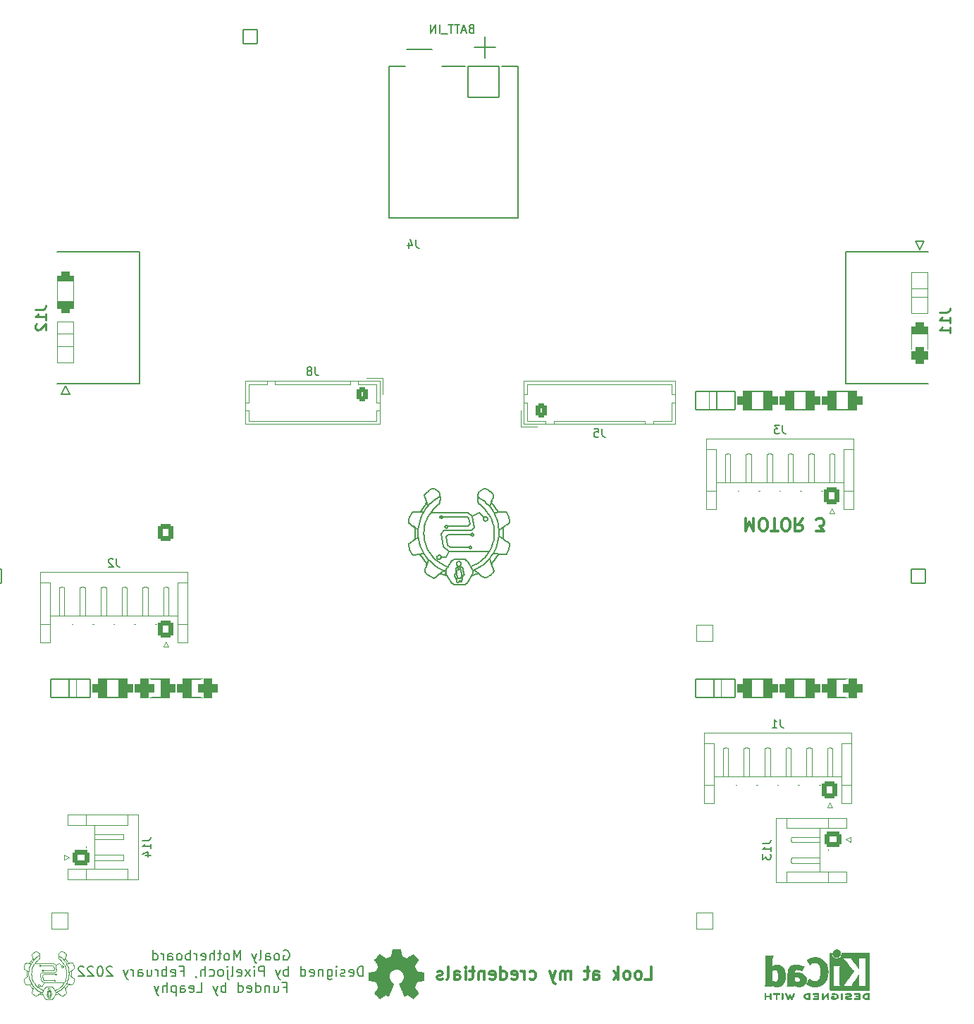
<source format=gbo>
G04 #@! TF.GenerationSoftware,KiCad,Pcbnew,6.0.2-378541a8eb~116~ubuntu20.04.1*
G04 #@! TF.CreationDate,2022-02-16T23:09:59+01:00*
G04 #@! TF.ProjectId,Main_Board,4d61696e-5f42-46f6-9172-642e6b696361,rev?*
G04 #@! TF.SameCoordinates,Original*
G04 #@! TF.FileFunction,Legend,Bot*
G04 #@! TF.FilePolarity,Positive*
%FSLAX46Y46*%
G04 Gerber Fmt 4.6, Leading zero omitted, Abs format (unit mm)*
G04 Created by KiCad (PCBNEW 6.0.2-378541a8eb~116~ubuntu20.04.1) date 2022-02-16 23:09:59*
%MOMM*%
%LPD*%
G01*
G04 APERTURE LIST*
G04 Aperture macros list*
%AMRoundRect*
0 Rectangle with rounded corners*
0 $1 Rounding radius*
0 $2 $3 $4 $5 $6 $7 $8 $9 X,Y pos of 4 corners*
0 Add a 4 corners polygon primitive as box body*
4,1,4,$2,$3,$4,$5,$6,$7,$8,$9,$2,$3,0*
0 Add four circle primitives for the rounded corners*
1,1,$1+$1,$2,$3*
1,1,$1+$1,$4,$5*
1,1,$1+$1,$6,$7*
1,1,$1+$1,$8,$9*
0 Add four rect primitives between the rounded corners*
20,1,$1+$1,$2,$3,$4,$5,0*
20,1,$1+$1,$4,$5,$6,$7,0*
20,1,$1+$1,$6,$7,$8,$9,0*
20,1,$1+$1,$8,$9,$2,$3,0*%
G04 Aperture macros list end*
%ADD10C,0.144000*%
%ADD11C,0.108000*%
%ADD12C,0.150000*%
%ADD13C,0.180000*%
%ADD14C,0.300000*%
%ADD15C,0.254000*%
%ADD16C,0.120000*%
%ADD17C,0.127000*%
%ADD18C,0.010000*%
%ADD19RoundRect,0.051000X0.850000X0.850000X-0.850000X0.850000X-0.850000X-0.850000X0.850000X-0.850000X0*%
%ADD20O,1.802000X1.802000*%
%ADD21RoundRect,0.051000X-1.100000X1.100000X-1.100000X-1.100000X1.100000X-1.100000X1.100000X1.100000X0*%
%ADD22RoundRect,0.051000X-0.750000X1.100000X-0.750000X-1.100000X0.750000X-1.100000X0.750000X1.100000X0*%
%ADD23RoundRect,0.601000X-0.550000X0.550000X-0.550000X-0.550000X0.550000X-0.550000X0.550000X0.550000X0*%
%ADD24RoundRect,0.051000X1.000000X-1.000000X1.000000X1.000000X-1.000000X1.000000X-1.000000X-1.000000X0*%
%ADD25C,1.626000*%
%ADD26C,1.602000*%
%ADD27C,0.602000*%
%ADD28RoundRect,0.301000X0.600000X0.725000X-0.600000X0.725000X-0.600000X-0.725000X0.600000X-0.725000X0*%
%ADD29O,1.802000X2.052000*%
%ADD30C,3.762000*%
%ADD31RoundRect,0.051000X-0.850000X-0.850000X0.850000X-0.850000X0.850000X0.850000X-0.850000X0.850000X0*%
%ADD32C,1.410000*%
%ADD33C,4.402000*%
%ADD34RoundRect,0.301000X0.750000X-0.600000X0.750000X0.600000X-0.750000X0.600000X-0.750000X-0.600000X0*%
%ADD35O,2.102000X1.802000*%
%ADD36RoundRect,0.301000X-0.750000X0.600000X-0.750000X-0.600000X0.750000X-0.600000X0.750000X0.600000X0*%
%ADD37RoundRect,0.551000X0.500000X-0.500000X0.500000X0.500000X-0.500000X0.500000X-0.500000X-0.500000X0*%
%ADD38RoundRect,0.051000X1.000000X-1.250000X1.000000X1.250000X-1.000000X1.250000X-1.000000X-1.250000X0*%
%ADD39RoundRect,0.051000X-1.000000X1.000000X-1.000000X-1.000000X1.000000X-1.000000X1.000000X1.000000X0*%
%ADD40RoundRect,0.551000X-0.500000X0.500000X-0.500000X-0.500000X0.500000X-0.500000X0.500000X0.500000X0*%
%ADD41RoundRect,0.051000X-1.000000X1.250000X-1.000000X-1.250000X1.000000X-1.250000X1.000000X1.250000X0*%
%ADD42RoundRect,0.300999X-0.350001X-0.575001X0.350001X-0.575001X0.350001X0.575001X-0.350001X0.575001X0*%
%ADD43O,1.302000X1.752000*%
%ADD44RoundRect,0.300999X0.350001X0.575001X-0.350001X0.575001X-0.350001X-0.575001X0.350001X-0.575001X0*%
%ADD45RoundRect,0.051000X-1.858000X-1.858000X1.858000X-1.858000X1.858000X1.858000X-1.858000X1.858000X0*%
%ADD46C,3.818000*%
%ADD47O,1.302000X2.502000*%
G04 APERTURE END LIST*
D10*
X151798436Y-98450584D02*
X151793552Y-98420224D01*
X155540168Y-104063416D02*
X155502356Y-104184052D01*
D11*
X99528136Y-154714360D02*
X99502966Y-154700848D01*
D10*
X149259500Y-106388092D02*
X149235932Y-106388488D01*
X150953840Y-102464992D02*
X150955268Y-102479440D01*
D11*
X100242100Y-156861100D02*
X100242100Y-156861100D01*
D10*
X154278788Y-102629956D02*
X154293752Y-102341092D01*
X152835284Y-98704744D02*
X152595392Y-98493064D01*
D11*
X98295268Y-153322120D02*
X98293589Y-153335080D01*
X101023186Y-155173276D02*
X101002126Y-155181250D01*
X102279760Y-154559536D02*
X102211270Y-154365814D01*
X102589786Y-156466276D02*
X102561010Y-156499474D01*
D10*
X151890440Y-97404784D02*
X151987376Y-97292704D01*
D11*
X102442132Y-154151176D02*
X102375137Y-154004422D01*
X103224094Y-154192708D02*
X103230766Y-154212694D01*
D10*
X146006252Y-107482948D02*
X146162636Y-107580472D01*
D11*
X99474520Y-157703158D02*
X99510850Y-157714036D01*
D10*
X150955268Y-102479440D02*
X150955268Y-102479440D01*
D11*
X98613586Y-156511456D02*
X98487016Y-156340528D01*
X100889921Y-155936236D02*
X100867942Y-155954524D01*
D10*
X153225860Y-107360416D02*
X153191984Y-107385352D01*
D11*
X101952778Y-157793200D02*
X101872828Y-157830364D01*
X103237252Y-156106474D02*
X103230479Y-156126436D01*
X98206288Y-152818480D02*
X98176228Y-152867980D01*
D10*
X149677472Y-106569148D02*
X149664008Y-106576768D01*
D11*
X100667194Y-156793066D02*
X100703069Y-156807976D01*
D10*
X147264524Y-107165572D02*
X147304376Y-107171488D01*
D11*
X102225952Y-157113250D02*
X102249196Y-157172524D01*
X98230469Y-153443200D02*
X98195608Y-153492520D01*
X99128752Y-156510226D02*
X99085528Y-156486976D01*
D10*
X153633332Y-106556068D02*
X153675584Y-106671232D01*
D11*
X100963708Y-155254168D02*
X100963708Y-155254168D01*
X98403688Y-157694464D02*
X98420788Y-157706741D01*
D10*
X149473700Y-108103384D02*
X149477936Y-108101836D01*
X144980348Y-99562120D02*
X144912188Y-99649624D01*
X150911792Y-106314340D02*
X151023440Y-106275916D01*
X145070829Y-105184192D02*
X145139348Y-105279232D01*
X149678588Y-106414132D02*
X149677472Y-106423192D01*
D11*
X100429726Y-157207450D02*
X100409710Y-157209766D01*
X100161304Y-157353640D02*
X100168984Y-157354984D01*
X102902254Y-155173702D02*
X102901474Y-155208694D01*
X100458052Y-157814807D02*
X100472566Y-157744432D01*
D10*
X150433989Y-108305356D02*
X150362240Y-108335176D01*
D11*
X100328782Y-158075392D02*
X100335034Y-158073892D01*
D10*
X153511724Y-105854308D02*
X153466736Y-105929956D01*
D11*
X97901968Y-156464716D02*
X97907728Y-156467416D01*
X101479762Y-152660800D02*
X101538160Y-152607700D01*
D10*
X154063424Y-99532241D02*
X154132100Y-99619336D01*
D11*
X97886188Y-154443586D02*
X97844489Y-154609511D01*
D10*
X153274676Y-100327552D02*
X153060224Y-99967516D01*
X149809976Y-106393948D02*
X149783984Y-106378720D01*
D11*
X99012970Y-157647748D02*
X99062410Y-157616206D01*
D10*
X147874484Y-101420968D02*
X147847472Y-101471308D01*
X152600276Y-107656516D02*
X152529176Y-107634448D01*
D11*
X99592000Y-155246686D02*
X99485524Y-155375974D01*
D10*
X153590624Y-97581424D02*
X153651572Y-97679944D01*
X149714660Y-106296688D02*
X149706644Y-106296688D01*
D11*
X101809126Y-154180702D02*
X101773576Y-154194208D01*
X102219442Y-156979426D02*
X102210424Y-156997426D01*
X99091096Y-152967700D02*
X98981554Y-153028960D01*
X101520190Y-153073900D02*
X101413420Y-153012220D01*
D10*
X147041876Y-97308784D02*
X146924360Y-97203424D01*
X149830736Y-108087256D02*
X149838020Y-108070120D01*
D11*
X100146592Y-157782160D02*
X100126510Y-157739356D01*
X102342226Y-156798856D02*
X102307624Y-156846190D01*
D10*
X144216908Y-102999820D02*
X144210908Y-103011004D01*
D11*
X102082066Y-157707124D02*
X102030610Y-157743886D01*
X100235170Y-157304134D02*
X100212736Y-157295284D01*
D10*
X146868560Y-105215572D02*
X146871104Y-105240304D01*
X149768168Y-106828588D02*
X149787572Y-106920052D01*
X144843308Y-104905936D02*
X144871988Y-104934184D01*
D11*
X102910852Y-155496940D02*
X102913876Y-155502508D01*
X97461028Y-155634148D02*
X97403908Y-155667352D01*
D10*
X151190960Y-106819408D02*
X151164141Y-106946236D01*
D11*
X99383050Y-157108006D02*
X99163060Y-156991798D01*
D10*
X149706644Y-106296688D02*
X149703656Y-106296688D01*
D11*
X98921626Y-156634600D02*
X98935390Y-156670798D01*
D10*
X149242460Y-106065640D02*
X149220056Y-105965176D01*
X149458916Y-108103516D02*
X149458136Y-108093640D01*
D11*
X101285392Y-157618102D02*
X101228200Y-157636294D01*
D10*
X150070388Y-107286208D02*
X150112952Y-107273188D01*
D11*
X99111982Y-152998060D02*
X99110002Y-152935120D01*
D10*
X155594540Y-103593760D02*
X155604236Y-103709188D01*
X149721224Y-105931721D02*
X149721224Y-105965176D01*
D11*
X100176376Y-157873174D02*
X100174720Y-157873174D01*
X101381128Y-153213820D02*
X101378590Y-153181060D01*
X100209970Y-158082190D02*
X100214782Y-158071516D01*
D10*
X154827020Y-101978584D02*
X154828184Y-102095716D01*
X149380604Y-107717452D02*
X149377292Y-107717452D01*
D11*
X99865276Y-156793066D02*
X99896134Y-156769468D01*
X100322368Y-158004556D02*
X100325074Y-158005432D01*
D10*
X146639852Y-105407104D02*
X146546816Y-105314717D01*
D11*
X98267188Y-153197980D02*
X98371768Y-153541360D01*
D10*
X150130604Y-107258872D02*
X150129956Y-107255224D01*
D11*
X98182828Y-157417708D02*
X98183369Y-157454914D01*
D10*
X150055208Y-106909192D02*
X150037508Y-106827616D01*
D11*
X98353168Y-153563410D02*
X98251588Y-153694210D01*
D10*
X154976756Y-104868040D02*
X154854176Y-104864332D01*
X152625920Y-96939904D02*
X152738672Y-96966424D01*
D11*
X102902578Y-155160550D02*
X102902578Y-155160550D01*
D10*
X150972788Y-102535960D02*
X151009316Y-102579820D01*
D11*
X100174090Y-158114032D02*
X100178818Y-158114032D01*
X97514488Y-155599474D02*
X97461028Y-155634148D01*
D10*
X145573748Y-105880468D02*
X145619108Y-105955732D01*
X150262172Y-105464404D02*
X150300584Y-105510040D01*
D11*
X97795768Y-154953844D02*
X97789468Y-155087008D01*
X100343404Y-157162792D02*
X100339396Y-157162792D01*
D10*
X147378968Y-100206184D02*
X147364521Y-100207684D01*
D11*
X98094388Y-153629236D02*
X98074588Y-153658108D01*
D10*
X155440436Y-101178592D02*
X155339000Y-101247604D01*
X154190036Y-99685420D02*
X154218752Y-99713692D01*
X151028072Y-101988088D02*
X147726824Y-101988088D01*
X149685356Y-108033676D02*
X149674676Y-108070456D01*
D11*
X102235360Y-157139032D02*
X102076924Y-156686974D01*
X99047308Y-156480724D02*
X99034900Y-156482002D01*
D10*
X149060216Y-107561860D02*
X149096360Y-107643101D01*
X143489228Y-103599040D02*
X143476148Y-103633540D01*
D11*
X97951108Y-156514582D02*
X97985368Y-156558142D01*
D10*
X149483204Y-106316092D02*
X149396624Y-106280608D01*
D11*
X103155574Y-154638250D02*
X103099324Y-154671382D01*
D10*
X150625724Y-101478592D02*
X148107692Y-101478592D01*
D11*
X102361624Y-153565918D02*
X102382954Y-153593650D01*
D10*
X143467508Y-103748968D02*
X143488868Y-103924036D01*
X149410292Y-106462840D02*
X149411588Y-106432756D01*
X144206469Y-101643568D02*
X144212588Y-101654704D01*
X150807693Y-103843576D02*
X150763736Y-103880152D01*
D11*
X97482448Y-156460282D02*
X97537228Y-156466306D01*
D10*
X152670392Y-100330084D02*
X152646104Y-100332508D01*
X147510284Y-100284448D02*
X147473768Y-100240504D01*
D11*
X100106224Y-157514416D02*
X100111924Y-157468390D01*
D10*
X149141984Y-106886332D02*
X149133608Y-106971748D01*
D11*
X100798936Y-154753744D02*
X99539920Y-154753744D01*
D10*
X148858472Y-105464404D02*
X148868240Y-105447472D01*
X154833008Y-102292204D02*
X154832360Y-102318508D01*
D11*
X99657724Y-156264550D02*
X102064396Y-156264550D01*
X102198442Y-153328420D02*
X102207562Y-153346420D01*
D10*
X145456748Y-106582948D02*
X145415228Y-106698448D01*
D11*
X100966678Y-155224708D02*
X100962994Y-155246944D01*
X99090274Y-152780320D02*
X99055870Y-152724520D01*
D10*
X154828976Y-102606076D02*
X154830536Y-102726772D01*
D11*
X98404168Y-152644120D02*
X98386948Y-152656301D01*
D10*
X149721224Y-105916552D02*
X149721224Y-105931721D01*
X155339000Y-101247604D02*
X155226500Y-101313868D01*
X149750984Y-108111856D02*
X149774156Y-108101836D01*
D11*
X98920354Y-156622234D02*
X98920354Y-156622234D01*
D10*
X147818492Y-107325856D02*
X147884576Y-107348908D01*
X154855604Y-102976120D02*
X154868108Y-102998968D01*
X154842908Y-102925204D02*
X154849556Y-102964984D01*
D11*
X98518505Y-156869242D02*
X98658274Y-156996940D01*
X99170158Y-156647134D02*
X99176410Y-156608914D01*
D10*
X149270768Y-108064516D02*
X149278460Y-108096952D01*
X153745184Y-101889472D02*
X153685616Y-101486716D01*
X150923121Y-103831972D02*
X150878660Y-103824688D01*
X145419068Y-98956144D02*
X145349828Y-99050825D01*
D11*
X99896134Y-158205634D02*
X99865276Y-158182036D01*
D10*
X149818556Y-106393948D02*
X149809976Y-106393948D01*
D11*
X103170124Y-156292126D02*
X103127350Y-156369208D01*
X100215310Y-158067808D02*
X100215532Y-158066206D01*
X102369052Y-155162110D02*
X102358666Y-154959184D01*
X99153850Y-154263640D02*
X99176086Y-154267282D01*
D10*
X152745116Y-100827808D02*
X152816156Y-100800784D01*
D11*
X101935786Y-152534080D02*
X102013978Y-152582800D01*
X99981778Y-157680995D02*
X99985426Y-157697164D01*
D10*
X154863669Y-101585752D02*
X154851309Y-101608732D01*
D11*
X103099324Y-154671382D02*
X103042162Y-154704592D01*
X103283344Y-155811328D02*
X103288192Y-155869042D01*
X99085528Y-156486976D02*
X99047308Y-156480724D01*
D10*
X153912116Y-100273456D02*
X153778125Y-99979948D01*
X150986336Y-102464476D02*
X148211852Y-102464476D01*
D11*
X100111924Y-157468390D02*
X100117618Y-157422814D01*
X100462444Y-157233850D02*
X100458604Y-157216306D01*
D10*
X145835228Y-107360032D02*
X145869428Y-107384585D01*
D11*
X100325368Y-157221514D02*
X100324810Y-157226044D01*
X102281386Y-152805160D02*
X102311860Y-152854420D01*
X101767228Y-152486140D02*
X101780542Y-152485420D01*
D10*
X148998500Y-107300992D02*
X148989656Y-107325916D01*
X149760800Y-106345324D02*
X149738540Y-106311856D01*
X152621492Y-100820452D02*
X152696492Y-100832693D01*
X149825792Y-106393948D02*
X149818556Y-106393948D01*
D11*
X101156686Y-154818358D02*
X101000110Y-155008492D01*
D10*
X155447660Y-103402217D02*
X155529236Y-103476376D01*
X147521876Y-100399888D02*
X147529172Y-100355416D01*
D11*
X100190992Y-157226044D02*
X100190374Y-157223860D01*
D10*
X149681384Y-106386988D02*
X149678588Y-106414132D01*
D11*
X102946204Y-155544208D02*
X102991474Y-155581510D01*
X102917909Y-154807324D02*
X102911729Y-154818814D01*
X100344244Y-158072656D02*
X100348576Y-158072656D01*
X100742194Y-158161948D02*
X100732426Y-158161948D01*
X100405084Y-158049508D02*
X100412182Y-158025322D01*
X99055870Y-152724520D02*
X99007012Y-152668840D01*
X99034900Y-156482002D02*
X99022534Y-156483232D01*
X102612970Y-153879592D02*
X102651862Y-153888802D01*
D10*
X155176820Y-104818168D02*
X155156768Y-104831320D01*
X147335552Y-100498384D02*
X147380024Y-100505668D01*
D11*
X100400200Y-157629886D02*
X100396270Y-157646128D01*
D10*
X149222408Y-107100340D02*
X149240300Y-106999936D01*
X153991220Y-99435484D02*
X154063424Y-99532241D01*
X149834372Y-107189476D02*
X149829488Y-107224756D01*
D11*
X101713744Y-154267486D02*
X101707594Y-154304986D01*
X99072994Y-156735514D02*
X99109186Y-156721744D01*
X101456878Y-157608400D02*
X101419900Y-157593226D01*
D10*
X147353972Y-105954700D02*
X146939000Y-105664000D01*
X148758404Y-105557236D02*
X148820120Y-105510040D01*
X147793952Y-106187116D02*
X147353972Y-105954700D01*
X149828252Y-107230876D02*
X149820392Y-107263360D01*
X145231268Y-99207820D02*
X145216628Y-99229576D01*
X154833008Y-102292204D02*
X154833008Y-102292204D01*
X150433989Y-105587056D02*
X150492704Y-105597472D01*
D11*
X97340069Y-156311458D02*
X97383688Y-156388150D01*
X100115824Y-157208494D02*
X100104040Y-157208692D01*
X100401442Y-158058076D02*
X100405084Y-158049508D01*
D10*
X155572916Y-101020648D02*
X155564456Y-101043040D01*
X148061336Y-101646040D02*
X148105268Y-101609524D01*
D11*
X97279048Y-154192216D02*
X97272688Y-154212310D01*
D10*
X149362376Y-107671240D02*
X149361140Y-107663932D01*
X145314188Y-101918368D02*
X145370948Y-101515240D01*
D11*
X99998644Y-157745284D02*
X100016182Y-157795378D01*
X100225042Y-158065366D02*
X100229110Y-158064094D01*
X97403908Y-155667352D02*
X97347628Y-155700490D01*
X99347824Y-157661200D02*
X99395320Y-157677376D01*
D10*
X144231308Y-102231136D02*
X144229868Y-102301120D01*
X152068232Y-98118904D02*
X151854692Y-97995544D01*
X152021492Y-98838664D02*
X151979300Y-98800984D01*
X154868108Y-102998968D02*
X154920260Y-103059520D01*
X152592056Y-99381256D02*
X152515232Y-99305020D01*
D11*
X101000524Y-156001402D02*
X100999775Y-155994208D01*
D10*
X153712304Y-105568816D02*
X153643100Y-105663484D01*
D11*
X97893448Y-153889450D02*
X97881748Y-153895084D01*
D10*
X151790108Y-98398744D02*
X151785032Y-98333224D01*
D11*
X98981554Y-153028960D02*
X98841184Y-153118480D01*
X101743690Y-153666958D02*
X101739982Y-153663214D01*
D10*
X154465508Y-104831584D02*
X154348508Y-104839516D01*
D11*
X98707762Y-153217120D02*
X98581684Y-153324400D01*
X101081554Y-157424152D02*
X101068145Y-157487566D01*
X98214448Y-157305922D02*
X98193688Y-157363672D01*
D10*
X149215172Y-107133532D02*
X149222408Y-107100340D01*
X147494852Y-100450205D02*
X147521876Y-100399888D01*
X153845576Y-105390052D02*
X153830804Y-105411856D01*
X152483276Y-96964024D02*
X152562308Y-96943384D01*
D11*
X98658274Y-156996940D02*
X98807590Y-157113640D01*
D10*
X149558276Y-106592848D02*
X149498192Y-106579372D01*
X151945184Y-98771944D02*
X151891736Y-98713864D01*
D11*
X100323412Y-158049676D02*
X100321360Y-158061814D01*
X103230766Y-154212694D02*
X103249810Y-154272982D01*
X101036434Y-154136392D02*
X101085394Y-154414036D01*
D10*
X150112952Y-107273188D02*
X150130604Y-107258872D01*
D11*
X102331684Y-155566636D02*
X102360070Y-155365102D01*
X100990732Y-155304358D02*
X101015890Y-155317864D01*
X100182760Y-157354984D02*
X100216354Y-157350784D01*
D10*
X145903149Y-107409700D02*
X146006252Y-107482948D01*
X143477468Y-100735108D02*
X143457908Y-100910416D01*
D11*
X100187932Y-157873174D02*
X100176376Y-157873174D01*
X99920194Y-158236948D02*
X99915310Y-158228452D01*
X100148116Y-157351624D02*
X100161304Y-157353640D01*
D10*
X144459428Y-99780472D02*
X145258508Y-99780472D01*
X149675720Y-106433152D02*
X149681576Y-106465120D01*
D11*
X102710428Y-153892348D02*
X102774004Y-153888574D01*
D10*
X145870028Y-97234384D02*
X145836188Y-97259344D01*
D11*
X98305528Y-157016566D02*
X98307328Y-157029460D01*
D10*
X149568561Y-105696376D02*
X149614592Y-105705868D01*
D11*
X97511788Y-154757194D02*
X97557028Y-154794466D01*
D10*
X146527736Y-99324760D02*
X146535152Y-99317200D01*
D11*
X102237478Y-157585450D02*
X102166936Y-157644760D01*
X99459028Y-154843258D02*
X99481258Y-154846942D01*
X97285348Y-156166114D02*
X97305448Y-156226042D01*
X102307624Y-156846190D02*
X102272758Y-156895474D01*
D10*
X149694608Y-106310956D02*
X149686592Y-106345324D01*
X146001884Y-104652160D02*
X145787468Y-104292137D01*
X143598548Y-104303332D02*
X143638748Y-104423188D01*
X147240440Y-97664225D02*
X147239072Y-97637584D01*
D11*
X99407590Y-154786750D02*
X99415600Y-154807810D01*
X97591528Y-155519950D02*
X97585348Y-155531410D01*
X97789468Y-155087008D02*
X97789468Y-155131408D01*
X103042162Y-154704592D02*
X102988774Y-154739260D01*
X99829432Y-158167126D02*
X99800074Y-158161948D01*
D10*
X149972984Y-107459968D02*
X149995832Y-107350132D01*
X145562228Y-106342384D02*
X145508708Y-106463224D01*
D11*
X100278616Y-157332394D02*
X100313290Y-157328224D01*
X101736532Y-154225036D02*
X101713744Y-154267486D01*
X99233500Y-154239551D02*
X99247012Y-154214392D01*
X103279078Y-154507450D02*
X103272532Y-154524772D01*
X97493848Y-154745086D02*
X97796009Y-154950064D01*
D10*
X145535948Y-98303464D02*
X145582388Y-98422144D01*
D11*
X103224124Y-156146483D02*
X103204108Y-156206477D01*
D10*
X144672188Y-103031584D02*
X144751988Y-103415836D01*
D11*
X98134168Y-155176624D02*
X98143168Y-154973632D01*
D10*
X154234568Y-103006840D02*
X154278788Y-102629956D01*
X146898632Y-105312700D02*
X146961404Y-105388156D01*
D11*
X101958892Y-154291960D02*
X101957692Y-154279786D01*
X98307328Y-157029460D02*
X98304328Y-157069301D01*
X102900796Y-155258848D02*
X102900562Y-155317486D01*
D10*
X149614592Y-106280608D02*
X149537708Y-106316092D01*
X152445452Y-100605424D02*
X152447925Y-100629700D01*
D11*
X100242100Y-156861100D02*
X100249162Y-156861100D01*
D10*
X147723500Y-107293504D02*
X147818492Y-107325856D01*
X153265100Y-99173500D02*
X153058652Y-98931784D01*
X153809900Y-99179176D02*
X153824804Y-99200848D01*
X148686716Y-108305356D02*
X148628000Y-108295000D01*
X147239072Y-97637584D02*
X147236792Y-97610584D01*
D11*
X102213160Y-153729064D02*
X102118624Y-153601198D01*
D10*
X149833136Y-107148124D02*
X149834372Y-107154172D01*
X155476040Y-100356520D02*
X155489384Y-100396492D01*
D11*
X103268302Y-154535968D02*
X103246816Y-154566376D01*
X97219828Y-155888932D02*
X97230508Y-155976466D01*
X102311860Y-152854420D02*
X102316708Y-152872240D01*
X101506516Y-157639618D02*
X101456878Y-157608400D01*
X98104648Y-156723826D02*
X98112088Y-156734698D01*
D10*
X149390240Y-108199168D02*
X149404436Y-108189472D01*
X147909836Y-106856524D02*
X148001372Y-106885960D01*
X149403788Y-106400656D02*
X149400272Y-106401976D01*
D11*
X99444220Y-157562566D02*
X99450916Y-157550944D01*
D10*
X155594540Y-100870648D02*
X155586008Y-100986004D01*
X151784972Y-97826704D02*
X151788416Y-97721584D01*
X147238677Y-98465224D02*
X147243308Y-98434864D01*
X151186136Y-107346820D02*
X151167188Y-107352424D01*
D11*
X99184216Y-155209150D02*
X99319636Y-155977114D01*
D10*
X154196216Y-101218372D02*
X154121624Y-100893376D01*
D11*
X101002126Y-155181250D02*
X100980184Y-155199544D01*
D10*
X153454172Y-99429232D02*
X153265100Y-99173500D01*
D11*
X103206292Y-154603744D02*
X103155574Y-154638250D01*
X97602448Y-155079850D02*
X97601728Y-155130016D01*
X100333378Y-157169926D02*
X100329370Y-157187110D01*
D10*
X151793552Y-98420224D02*
X151790108Y-98398744D01*
X143488868Y-103924036D02*
X143534588Y-104102620D01*
X143779628Y-99910036D02*
X143694068Y-100064200D01*
X149160620Y-106648192D02*
X149152220Y-106733608D01*
X151132952Y-102611272D02*
X151175072Y-102595252D01*
X145471508Y-107038217D02*
X145591628Y-107167324D01*
D11*
X98120188Y-156745048D02*
X98141488Y-156772786D01*
X100249162Y-156861100D02*
X100270355Y-156862636D01*
X98915860Y-153516340D02*
X98958244Y-153476320D01*
D10*
X153885093Y-105332308D02*
X153845576Y-105390052D01*
D11*
X100963708Y-155254168D02*
X100964458Y-155261356D01*
D10*
X154849556Y-102964984D02*
X154855604Y-102976120D01*
X151028900Y-103973908D02*
X151027401Y-103959520D01*
X147231189Y-100370908D02*
X147232616Y-100385308D01*
D11*
X97219828Y-154527340D02*
X97226488Y-154544626D01*
X102774004Y-153888574D02*
X102839692Y-153881387D01*
D10*
X151841985Y-107152936D02*
X151829552Y-107150656D01*
D11*
X100369018Y-157864450D02*
X100355512Y-157865560D01*
X102632950Y-155093098D02*
X102627484Y-154961848D01*
D10*
X148138088Y-101500336D02*
X148136660Y-101485888D01*
X149573444Y-108019084D02*
X149592656Y-107998120D01*
X148989656Y-107325916D02*
X148991408Y-107333093D01*
D11*
X99800074Y-156813184D02*
X99829432Y-156807976D01*
X100190374Y-157223860D02*
X100188808Y-157217314D01*
X98986336Y-156497008D02*
X98948608Y-156528382D01*
D10*
X146526236Y-99325588D02*
X146527736Y-99324760D01*
X147304376Y-107171488D02*
X147390104Y-107190892D01*
X151190960Y-107072992D02*
X151204304Y-107096236D01*
D11*
X102319870Y-152883820D02*
X102320386Y-152921020D01*
X100126444Y-158066860D02*
X100131976Y-158078092D01*
D10*
X145559229Y-97477625D02*
X145440428Y-97608064D01*
X151510088Y-106650784D02*
X151832360Y-106482436D01*
X146236652Y-99648184D02*
X146450000Y-99402352D01*
D11*
X100184386Y-156867382D02*
X100227676Y-156861100D01*
D10*
X146686724Y-99169540D02*
X146771216Y-99088144D01*
D11*
X101700760Y-153625361D02*
X101663711Y-153589978D01*
D10*
X151349744Y-106135624D02*
X151769408Y-105906004D01*
D11*
X102517582Y-155880244D02*
X102567226Y-155701660D01*
D10*
X150707888Y-100490176D02*
X150836924Y-101222140D01*
D11*
X97595668Y-154861648D02*
X97599688Y-154905436D01*
X102632950Y-155136886D02*
X102632950Y-155093098D01*
D10*
X154348508Y-104839516D02*
X154270832Y-104858476D01*
X149678720Y-105746824D02*
X149698700Y-105779308D01*
D11*
X100941970Y-157171618D02*
X100997794Y-157152406D01*
D10*
X149833136Y-107148124D02*
X149833136Y-107148124D01*
X143534588Y-104102620D02*
X143572748Y-104223184D01*
X145177028Y-99287320D02*
X145119788Y-99369604D01*
X143982548Y-103219468D02*
X144606908Y-102759976D01*
X153937820Y-104077156D02*
X154063016Y-103731592D01*
D11*
X101038126Y-155321548D02*
X101045320Y-155320834D01*
D10*
X147229760Y-100356448D02*
X147231189Y-100370908D01*
X147473768Y-100240504D02*
X147423440Y-100213493D01*
D11*
X100867942Y-155954524D02*
X100854436Y-155979682D01*
X98112088Y-156734698D02*
X98112088Y-156734698D01*
D10*
X144231668Y-101892856D02*
X144233108Y-102013624D01*
D11*
X99502966Y-154700848D02*
X99480736Y-154697200D01*
D10*
X151204304Y-106796236D02*
X151190960Y-106819408D01*
D11*
X103089982Y-156413375D02*
X103074484Y-156423532D01*
X100340668Y-157864390D02*
X100332424Y-157863442D01*
X100222600Y-157871650D02*
X100187932Y-157873174D01*
D10*
X155463608Y-100316284D02*
X155476040Y-100356520D01*
X143944028Y-101416876D02*
X144051428Y-101485492D01*
D11*
X100247278Y-157341598D02*
X100278616Y-157332394D01*
D10*
X153055808Y-97136704D02*
X153158720Y-97210024D01*
D11*
X101095582Y-155293816D02*
X101109094Y-155268652D01*
D10*
X146710220Y-98208064D02*
X146443376Y-98405344D01*
X153668624Y-97813144D02*
X153646940Y-97921264D01*
X147396284Y-102389404D02*
X147667124Y-103925332D01*
X145511468Y-105788752D02*
X145573748Y-105880468D01*
X146643032Y-106198384D02*
X146959316Y-106408540D01*
X149365820Y-106681072D02*
X149370908Y-106681072D01*
X149152220Y-106733608D02*
X149147072Y-106809976D01*
D11*
X100159870Y-158108434D02*
X100174090Y-158114032D01*
X99107728Y-153231880D02*
X99109384Y-153221080D01*
D10*
X144224948Y-104899168D02*
X144354788Y-104885752D01*
D11*
X100340020Y-157340692D02*
X100347400Y-157351822D01*
D10*
X150025988Y-107298316D02*
X150070388Y-107286208D01*
X148868240Y-108445000D02*
X148858472Y-108428008D01*
X152738672Y-96966424D02*
X152899424Y-97039264D01*
X153526244Y-106316152D02*
X153580472Y-106436668D01*
D11*
X100432132Y-157938544D02*
X100444474Y-157880206D01*
X99062410Y-157616206D02*
X99099292Y-157600786D01*
D10*
X147364521Y-100207684D02*
X147350144Y-100209124D01*
X153587372Y-101090176D02*
X153450392Y-100702732D01*
X153461336Y-103889920D02*
X153595640Y-103501636D01*
D11*
X102584182Y-154623634D02*
X102546886Y-154461136D01*
D10*
X147976892Y-107377420D02*
X148049552Y-107399176D01*
D11*
X99800074Y-158161948D02*
X99790276Y-158161948D01*
D10*
X144716829Y-101190125D02*
X144656348Y-101530540D01*
D11*
X97985368Y-156558142D02*
X98021489Y-156606544D01*
D10*
X153498572Y-106249168D02*
X153181700Y-105345052D01*
D11*
X103288192Y-155869042D02*
X103278358Y-155956745D01*
X101621171Y-153549580D02*
X101576734Y-153507700D01*
X100348576Y-158072656D02*
X100361566Y-158070376D01*
X100617196Y-158228452D02*
X100612276Y-158236948D01*
X100066384Y-157338544D02*
X100062184Y-157381252D01*
X102195844Y-153309280D02*
X102197566Y-153322181D01*
D10*
X144102308Y-104903716D02*
X144224948Y-104899168D01*
D11*
X98162908Y-156426658D02*
X98270188Y-156583432D01*
D10*
X154250132Y-101552416D02*
X154196216Y-101218372D01*
D11*
X101338384Y-157602802D02*
X101285392Y-157618102D01*
X102211234Y-157056478D02*
X102225952Y-157113250D01*
D10*
X151234436Y-102392968D02*
X151197860Y-102349036D01*
D11*
X100333925Y-157268002D02*
X100336432Y-157286236D01*
D10*
X144223268Y-102960040D02*
X144216908Y-102999820D01*
X154834832Y-102837640D02*
X154842908Y-102925204D01*
D11*
X100851508Y-156009148D02*
X100852252Y-156016342D01*
D10*
X153450392Y-100702732D02*
X153274676Y-100327552D01*
X147246224Y-105414592D02*
X147321692Y-105351832D01*
D11*
X101378590Y-153181060D02*
X101376532Y-153123520D01*
D10*
X149730992Y-106695652D02*
X149741084Y-106728652D01*
X144234428Y-102761716D02*
X144230708Y-102872536D01*
X147909368Y-107357752D02*
X147909368Y-107357752D01*
D11*
X97602628Y-155021260D02*
X97602448Y-155079850D01*
D10*
X149672588Y-107980216D02*
X149678000Y-107981968D01*
D11*
X98002168Y-154126498D02*
X97938928Y-154282450D01*
X100182496Y-157216306D02*
X100181260Y-157216306D01*
X97559488Y-155561884D02*
X97514488Y-155599474D01*
D10*
X145611908Y-98535664D02*
X145618388Y-98615344D01*
D11*
X100205578Y-157291732D02*
X100201600Y-157290076D01*
D10*
X152336000Y-107505292D02*
X152238224Y-107418749D01*
X151829552Y-107150656D02*
X151789856Y-107156836D01*
X153614456Y-104729176D02*
X153787952Y-104410036D01*
D11*
X97413268Y-153925324D02*
X97375888Y-153969466D01*
X100131976Y-158078092D02*
X100143862Y-158094856D01*
D10*
X147221816Y-98555704D02*
X147238677Y-98465224D01*
X149765888Y-107700004D02*
X149738876Y-107702224D01*
D11*
X101663711Y-153589978D02*
X101621171Y-153549580D01*
D10*
X147147200Y-98729224D02*
X147193040Y-98650024D01*
D11*
X99175558Y-154117540D02*
X99168335Y-154118290D01*
X102207562Y-153346420D02*
X102230254Y-153384040D01*
X101556004Y-157679716D02*
X101506516Y-157639618D01*
X101468560Y-153408820D02*
X101458666Y-153400420D01*
D10*
X151822400Y-97516864D02*
X151890440Y-97404784D01*
X151794476Y-97595944D02*
X151822400Y-97516864D01*
X147895568Y-101630608D02*
X147945908Y-101657620D01*
D11*
X100107694Y-157998598D02*
X100121458Y-158046706D01*
D10*
X154831460Y-101747140D02*
X154827800Y-101857960D01*
X149405468Y-106405732D02*
X149403788Y-106400656D01*
X146546816Y-105314717D02*
X146470052Y-105238421D01*
X145600748Y-100729709D02*
X145773908Y-100353268D01*
X153942392Y-105250072D02*
X153885093Y-105332308D01*
X151103072Y-102314716D02*
X151088600Y-102316216D01*
D11*
X97224148Y-155831218D02*
X97219828Y-155888932D01*
X100097278Y-157564618D02*
X100106224Y-157514416D01*
X97797808Y-155333044D02*
X97822168Y-155530240D01*
X101073610Y-155312074D02*
X101095582Y-155293816D01*
X101799034Y-152484400D02*
X101855410Y-152497660D01*
X98914817Y-157732618D02*
X98963740Y-157688153D01*
X97383688Y-156388150D02*
X97421548Y-156431998D01*
D10*
X149199560Y-107230216D02*
X149200136Y-107212900D01*
D11*
X100962994Y-155246944D02*
X100963708Y-155254168D01*
D10*
X147368168Y-105265372D02*
X147380672Y-105188932D01*
D11*
X100380220Y-157841992D02*
X100375882Y-157858558D01*
D10*
X149664860Y-107977876D02*
X149672588Y-107980216D01*
X147208400Y-97531744D02*
X147139592Y-97420144D01*
X151123832Y-107365240D02*
X151076756Y-107379232D01*
X145386548Y-97948384D02*
X145428788Y-98063584D01*
X147916292Y-107096236D02*
X147929684Y-107072992D01*
X147152672Y-107203516D02*
X147226436Y-107172676D01*
X145805708Y-105433408D02*
X146064861Y-105709588D01*
X152945636Y-100555024D02*
X152943236Y-100530676D01*
D11*
X99481258Y-154846942D02*
X99488452Y-154846228D01*
X100379860Y-157474474D02*
X100388194Y-157520644D01*
D10*
X149025140Y-107461672D02*
X149060216Y-107561860D01*
X153830804Y-105411856D02*
X153830804Y-105411856D01*
X147989852Y-105189857D02*
X147321944Y-105189857D01*
X154230200Y-99719152D02*
X154253792Y-99730288D01*
D11*
X103064458Y-156430108D02*
X103029208Y-156442091D01*
D10*
X145415228Y-106698448D02*
X145393508Y-106806520D01*
D11*
X100085854Y-157629556D02*
X100086142Y-157620898D01*
D10*
X143585948Y-104263156D02*
X143598548Y-104303332D01*
D11*
X101727712Y-152496460D02*
X101767228Y-152486140D01*
D10*
X149788292Y-107655088D02*
X149779616Y-107688220D01*
D11*
X100739458Y-154174060D02*
X100840018Y-154259536D01*
D10*
X151104104Y-102614200D02*
X151118492Y-102612772D01*
X151792316Y-97622944D02*
X151794476Y-97595944D01*
X145247349Y-99186856D02*
X145231268Y-99207749D01*
X147124292Y-105447136D02*
X147149024Y-105444676D01*
X144606788Y-102334708D02*
X144623468Y-102637192D01*
D11*
X100403260Y-157609186D02*
X100400818Y-157626826D01*
X102625468Y-155329426D02*
X102632950Y-155184994D01*
D10*
X147239072Y-97637584D02*
X147239072Y-97637584D01*
X153158720Y-97210024D02*
X153192452Y-97235224D01*
X149396624Y-105705868D02*
X149483204Y-105693304D01*
D11*
X100293370Y-156867382D02*
X100311568Y-156875716D01*
D10*
X152916224Y-100459588D02*
X152854616Y-100385488D01*
X146613152Y-99240892D02*
X146686724Y-99169540D01*
X149347592Y-108187972D02*
X149376032Y-108199168D01*
X153667592Y-97738744D02*
X153668624Y-97813144D01*
D11*
X101655868Y-153163240D02*
X101520190Y-153073900D01*
D10*
X149396624Y-106280608D02*
X149304032Y-106189588D01*
D11*
X97279048Y-156146026D02*
X97285348Y-156166114D01*
D10*
X149085740Y-107213284D02*
X149061920Y-107233156D01*
X155368100Y-104555356D02*
X155282552Y-104709520D01*
X153438740Y-98447944D02*
X153214652Y-99111208D01*
X154832168Y-102265888D02*
X154833008Y-102292204D01*
X153675584Y-106671232D02*
X153697988Y-106779172D01*
X143497748Y-103576576D02*
X143489228Y-103599040D01*
D11*
X100483990Y-157689514D02*
X100487800Y-157671256D01*
X101109094Y-155268652D02*
X101112736Y-155246416D01*
X97375888Y-153969466D02*
X97333108Y-154046548D01*
D10*
X144861308Y-103788484D02*
X144998948Y-104148388D01*
X145353668Y-104824420D02*
X145568228Y-105137968D01*
X152040884Y-107250340D02*
X151941608Y-107187904D01*
D11*
X100979242Y-155246686D02*
X99592000Y-155246686D01*
X101601994Y-152560660D02*
X101666674Y-152522560D01*
D10*
X151198640Y-100799176D02*
X151341224Y-101607820D01*
X153425516Y-98509984D02*
X153419540Y-98589664D01*
D11*
X100107304Y-156924706D02*
X100138090Y-156887860D01*
X101833444Y-154178261D02*
X101821270Y-154179490D01*
X100412182Y-158025322D02*
X100421302Y-157987636D01*
X100191220Y-157245868D02*
X100191868Y-157230826D01*
X103066121Y-153896686D02*
X103081684Y-153906706D01*
D10*
X153553388Y-98156464D02*
X153499940Y-98277304D01*
D11*
X101894152Y-154414840D02*
X101931190Y-154384048D01*
X98144548Y-155379556D02*
X98134168Y-155176624D01*
X100036270Y-157601399D02*
X100032850Y-157617742D01*
X98352868Y-157656898D02*
X98403688Y-157694464D01*
X97234948Y-155802736D02*
X97230688Y-155813968D01*
D10*
X149404436Y-108189472D02*
X149427476Y-108165700D01*
D11*
X100391062Y-157211422D02*
X100378066Y-157203808D01*
D10*
X153681776Y-106912576D02*
X153621752Y-107011672D01*
D11*
X102848152Y-156440332D02*
X102782429Y-156433594D01*
X101241118Y-157339840D02*
X101402254Y-157255666D01*
X101858632Y-154428352D02*
X101894152Y-154414840D01*
X98749192Y-153677242D02*
X98749942Y-153676828D01*
X98647762Y-157841116D02*
X98704108Y-157854358D01*
X101870944Y-154184410D02*
X101833444Y-154178261D01*
D10*
X146436068Y-107679820D02*
X146472992Y-107677804D01*
D11*
X100311568Y-156875716D02*
X100325434Y-156887860D01*
D10*
X146859572Y-99003784D02*
X146944340Y-98923744D01*
X151769408Y-105906004D02*
X152166284Y-105625468D01*
D11*
X100551376Y-157643884D02*
X100551052Y-157642060D01*
X97296928Y-155734990D02*
X97256368Y-155772334D01*
D10*
X149353184Y-107631316D02*
X149321036Y-107535424D01*
X149220056Y-105903916D02*
X149242460Y-105820516D01*
D11*
X102391024Y-153604036D02*
X102391024Y-153604036D01*
X99111694Y-153188380D02*
X99113350Y-153130780D01*
X97293328Y-154623172D02*
X97344268Y-154657360D01*
X99176410Y-156608914D02*
X99175132Y-156596548D01*
D10*
X148998704Y-107365432D02*
X149025140Y-107461672D01*
X151891736Y-98713864D02*
X151845392Y-98635024D01*
D11*
X100088224Y-157606769D02*
X100091182Y-157592608D01*
X98841184Y-153118480D02*
X98707762Y-153217120D01*
D10*
X153621752Y-107011672D02*
X153502808Y-107142004D01*
D11*
X100612276Y-158236948D02*
X99920194Y-158236948D01*
X100253944Y-157868291D02*
X100222600Y-157871650D01*
X103283344Y-154449772D02*
X103279078Y-154507450D01*
X100345612Y-156950032D02*
X100346686Y-156972724D01*
X99415600Y-154807810D02*
X99433858Y-154829752D01*
X98261308Y-153397120D02*
X98230469Y-153443200D01*
D10*
X151219016Y-102558736D02*
X151246040Y-102508408D01*
X143870948Y-104835100D02*
X143902028Y-104855224D01*
D11*
X99896134Y-156769468D02*
X99915310Y-156746650D01*
X100062184Y-157381252D02*
X100059610Y-157419436D01*
X103081684Y-153906706D02*
X103119508Y-153950584D01*
D10*
X151253324Y-102463936D02*
X151251824Y-102449548D01*
D11*
X100355344Y-157170376D02*
X100343404Y-157162792D01*
X100342000Y-157047268D02*
X100325434Y-157109242D01*
X98283808Y-153359320D02*
X98261308Y-153397120D01*
X100216354Y-157350784D02*
X100247278Y-157341598D01*
D10*
X147308000Y-100225132D02*
X147264068Y-100261672D01*
X152706524Y-105845116D02*
X152963360Y-105592456D01*
X145636508Y-106109705D02*
X145607828Y-106223501D01*
D11*
X100184386Y-157154752D02*
X100138090Y-157109242D01*
D10*
X150512240Y-108295000D02*
X150492704Y-108295000D01*
D11*
X97230508Y-155976466D02*
X97253368Y-156065758D01*
X102632950Y-155184994D02*
X102632950Y-155136886D01*
X98919118Y-156609832D02*
X98920354Y-156622234D01*
D10*
X149355800Y-106401436D02*
X149332616Y-106396420D01*
D11*
X102595450Y-153871294D02*
X102601174Y-153874024D01*
X101576734Y-153507700D02*
X101534092Y-153467920D01*
X100351570Y-157362274D02*
X100356616Y-157378774D01*
D10*
X146868560Y-105215572D02*
X146868560Y-105215572D01*
D11*
X100925920Y-156076534D02*
X100933108Y-156075814D01*
X101015890Y-155317864D02*
X101038126Y-155321548D01*
X98254048Y-153166180D02*
X98277268Y-153225520D01*
D10*
X149686592Y-106345324D02*
X149681384Y-106386988D01*
X145349828Y-99050825D02*
X145289708Y-99131140D01*
X144232748Y-102130804D02*
X144231308Y-102231136D01*
D11*
X100174720Y-157873174D02*
X100169704Y-157865266D01*
D10*
X155573192Y-100695592D02*
X155594540Y-100870648D01*
X149725004Y-108116416D02*
X149750984Y-108111856D01*
X147945908Y-101657620D02*
X147990368Y-101664988D01*
D11*
X100384282Y-158060350D02*
X100396234Y-158058076D01*
D10*
X145595468Y-98689744D02*
X145550468Y-98765344D01*
X144998948Y-104148388D02*
X145163468Y-104494084D01*
D11*
X101710360Y-156705436D02*
X101754010Y-156661492D01*
D10*
X152507816Y-99297532D02*
X152485088Y-99275536D01*
X149695701Y-106507108D02*
X149700716Y-106543576D01*
X147284708Y-97869184D02*
X147210044Y-97906504D01*
D11*
X100122958Y-157209016D02*
X100115824Y-157208494D01*
X102965962Y-153872392D02*
X103020742Y-153878416D01*
X99450916Y-157424152D02*
X99444220Y-157412566D01*
X98055748Y-156654064D02*
X98084668Y-156695050D01*
D10*
X149592656Y-107998120D02*
X149614136Y-107982760D01*
X149193752Y-106446040D02*
X149175656Y-106544476D01*
X149512052Y-105693304D02*
X149526176Y-105693304D01*
D11*
X101754010Y-156661492D02*
X101792158Y-156623074D01*
X102099454Y-152644240D02*
X102150334Y-152681860D01*
D10*
X154253792Y-99730288D02*
X154331576Y-99748708D01*
D11*
X101796820Y-154424674D02*
X101834320Y-154430795D01*
D10*
X149952740Y-106438804D02*
X149945060Y-106403716D01*
X149916800Y-107731516D02*
X149943956Y-107600717D01*
X146464592Y-96963304D02*
X146437892Y-96962104D01*
X155345768Y-103333805D02*
X155447660Y-103402217D01*
D11*
X100326862Y-157247008D02*
X100333925Y-157268002D01*
D10*
X148343300Y-104500204D02*
X153156644Y-104500204D01*
D11*
X101786212Y-157842706D02*
X101750662Y-157831672D01*
D10*
X149738876Y-107702224D02*
X149709188Y-107699884D01*
D11*
X102621490Y-156443686D02*
X102609742Y-156449350D01*
D10*
X144210908Y-103011004D02*
X144198548Y-103033924D01*
X145700348Y-97359064D02*
X145559229Y-97477625D01*
X150835220Y-104116804D02*
X150879692Y-104124172D01*
D11*
X101960135Y-154304098D02*
X101958892Y-154291960D01*
X98965732Y-157218718D02*
X99132100Y-157311460D01*
X98388928Y-156731152D02*
X98518505Y-156869242D01*
D10*
X144233108Y-102013624D02*
X144232748Y-102130804D01*
X145400828Y-106904104D02*
X145410548Y-106939793D01*
X149214200Y-106395256D02*
X149202092Y-106408276D01*
D11*
X97400728Y-154690102D02*
X97458088Y-154722886D01*
X101534092Y-153467920D02*
X101496820Y-153433780D01*
X103074484Y-156423532D02*
X103064458Y-156430108D01*
D10*
X151147532Y-102322024D02*
X151103072Y-102314716D01*
X145638908Y-106004236D02*
X145642508Y-106030024D01*
X148858472Y-108428008D02*
X148820120Y-108382372D01*
X147026240Y-107287768D02*
X147686336Y-106765168D01*
X148260740Y-106361536D02*
X148141808Y-106325536D01*
D11*
X97789468Y-155131408D02*
X97789468Y-155181802D01*
D10*
X149458136Y-108093640D02*
X149455472Y-108096952D01*
X145393508Y-106806520D02*
X145394589Y-106880932D01*
D11*
X98223448Y-155779198D02*
X98174308Y-155580922D01*
X103250692Y-155752636D02*
X103272370Y-155782876D01*
D10*
X150729440Y-103974940D02*
X150730868Y-103989400D01*
X149738540Y-106311856D02*
X149714660Y-106296688D01*
D11*
X101839336Y-156937006D02*
X101967754Y-156810676D01*
D10*
X150492704Y-105597472D02*
X150512240Y-105597472D01*
D11*
X102978940Y-154746514D02*
X102628978Y-154988050D01*
X98920354Y-156622234D02*
X98921626Y-156634600D01*
D10*
X147226436Y-107172676D02*
X147252021Y-107167924D01*
X149664789Y-107697988D02*
X149597588Y-107700988D01*
D11*
X102900562Y-155317486D02*
X102901342Y-155377834D01*
D10*
X147285356Y-104991556D02*
X147198908Y-104945056D01*
D11*
X98304688Y-157010284D02*
X98305528Y-157016566D01*
D10*
X151164141Y-106946236D02*
X151190960Y-107072992D01*
D11*
X97299088Y-154132222D02*
X97279048Y-154192216D01*
X102913162Y-156446614D02*
X102848152Y-156440332D01*
D10*
X144015548Y-101461276D02*
X144619869Y-101871232D01*
X152096036Y-98906944D02*
X152021492Y-98838664D01*
X147929684Y-106819408D02*
X147916292Y-106796236D01*
X149457416Y-108114136D02*
X149458472Y-108106720D01*
D11*
X103163092Y-154027276D02*
X103197695Y-154112656D01*
X98764954Y-153661948D02*
X98792650Y-153634894D01*
D10*
X144826268Y-99744472D02*
X144814748Y-99750004D01*
D11*
X97438828Y-153908590D02*
X97428748Y-153915202D01*
X97603288Y-155395306D02*
X97601428Y-155450716D01*
D10*
X152661140Y-107659456D02*
X152624216Y-107657692D01*
D11*
X97600648Y-155178190D02*
X97600648Y-155178226D01*
X102013978Y-152582800D02*
X102065434Y-152619460D01*
X97601728Y-155130016D02*
X97601008Y-155165008D01*
X100488292Y-157668886D02*
X100499068Y-157663606D01*
D10*
X154207424Y-104903656D02*
X154149872Y-104970052D01*
X144854708Y-99716020D02*
X144826268Y-99744472D01*
X154827800Y-101857960D02*
X154827020Y-101978584D01*
D11*
X102360070Y-155365102D02*
X102369052Y-155162110D01*
X99440992Y-157442710D02*
X99486760Y-157457428D01*
X101047990Y-157697068D02*
X101024452Y-157704064D01*
X100229110Y-158064094D02*
X100240504Y-158057944D01*
D10*
X151027401Y-103959520D02*
X151025984Y-103945060D01*
D11*
X102207952Y-157016632D02*
X102211234Y-157056478D01*
X101516710Y-157647334D02*
X101183896Y-157366210D01*
X101953978Y-154341598D02*
X101960135Y-154304098D01*
D10*
X145119788Y-99369604D02*
X145051868Y-99464992D01*
X154851309Y-101608732D02*
X154845320Y-101619868D01*
X149829488Y-107224756D02*
X149828252Y-107230876D01*
D11*
X97256368Y-155772334D02*
X97234948Y-155802736D01*
X97600648Y-155178226D02*
X97601128Y-155191342D01*
D10*
X150019856Y-106746232D02*
X150000008Y-106655092D01*
X149291804Y-108127288D02*
X149315576Y-108160816D01*
X143922188Y-104868232D02*
X143992748Y-104891668D01*
D11*
X98819152Y-152531921D02*
X98757952Y-152506240D01*
X103204108Y-156206477D02*
X103170124Y-156292126D01*
X100341970Y-158072656D02*
X100344244Y-158072656D01*
X101458666Y-153400420D02*
X101431942Y-153371380D01*
X99236074Y-154174060D02*
X100739458Y-154174060D01*
D10*
X149278460Y-108096952D02*
X149280740Y-108104824D01*
X143829308Y-101351308D02*
X143944028Y-101416876D01*
X150763736Y-103880152D02*
X150736724Y-103930468D01*
D11*
X100331746Y-157331800D02*
X100340020Y-157340692D01*
X101400850Y-157589776D02*
X101381002Y-157592866D01*
X99247012Y-154214392D02*
X99250660Y-154192156D01*
X100389232Y-157696060D02*
X100388974Y-157743292D01*
D10*
X153697988Y-106779172D02*
X153697472Y-106853584D01*
D11*
X98075668Y-153976174D02*
X98002168Y-154126498D01*
D10*
X146944340Y-98923744D02*
X147018416Y-98854864D01*
X153922593Y-99340372D02*
X153991220Y-99435484D01*
X146400992Y-96960304D02*
X146288600Y-96987784D01*
X150037508Y-106827616D02*
X150019856Y-106746232D01*
X153809900Y-99179176D02*
X153809900Y-99179176D01*
X154575860Y-99748252D02*
X154707236Y-99733877D01*
D11*
X98112088Y-156734698D02*
X98112088Y-156734698D01*
X103272670Y-154362244D02*
X103283344Y-154449772D01*
X99176086Y-154267282D02*
X99183274Y-154266568D01*
D10*
X145615029Y-98641264D02*
X145613468Y-98653744D01*
D11*
X100402642Y-157588510D02*
X100402642Y-157588510D01*
D10*
X146663733Y-107599288D02*
X146760284Y-107523508D01*
D11*
X99538708Y-154819210D02*
X99552220Y-154794040D01*
X98963740Y-157688153D02*
X99012970Y-157647748D01*
X100188808Y-157217314D02*
X100187968Y-157214776D01*
X101378560Y-152927800D02*
X101380282Y-152875240D01*
D10*
X153361724Y-107260624D02*
X153260288Y-107336068D01*
D11*
X98704108Y-157854358D02*
X98722570Y-157853350D01*
X100840018Y-154259536D02*
X100904536Y-154625518D01*
D10*
X147232616Y-100385308D02*
X147248636Y-100427416D01*
X147254444Y-98101744D02*
X147251816Y-97967224D01*
X149820392Y-107263360D02*
X149806316Y-107363224D01*
D11*
X101052550Y-155320084D02*
X101073610Y-155312074D01*
X100409710Y-157209766D02*
X100398970Y-157211422D01*
X98948608Y-156528382D02*
X98925370Y-156571618D01*
X99102382Y-154207102D02*
X99110392Y-154228156D01*
X102611140Y-154790656D02*
X102584182Y-154623634D01*
X98179348Y-152988640D02*
X98200468Y-153046240D01*
D10*
X154828184Y-102095716D02*
X154830200Y-102195904D01*
D11*
X99096982Y-153292300D02*
X99105413Y-153247060D01*
X97942168Y-153839260D02*
X97913428Y-153872458D01*
X100342000Y-156924706D02*
X100345612Y-156950032D01*
D10*
X151259504Y-106762432D02*
X151510088Y-106650784D01*
X149350460Y-106678384D02*
X149365820Y-106681072D01*
D11*
X101381002Y-157592866D02*
X101338384Y-157602802D01*
X97842928Y-153904558D02*
X97784368Y-153908464D01*
X102216742Y-155959408D02*
X102283894Y-155765266D01*
X100107304Y-157047268D02*
X100096102Y-156997036D01*
X102900166Y-155062306D02*
X102901174Y-155112400D01*
X99449842Y-157695934D02*
X99474520Y-157703158D01*
D10*
X146557760Y-99295000D02*
X146613152Y-99240892D01*
D11*
X98711074Y-153715624D02*
X98749192Y-153677242D01*
X100521268Y-157657552D02*
X100542550Y-157651042D01*
D10*
X152646104Y-100332508D02*
X152575004Y-100359520D01*
D11*
X100169704Y-157865266D02*
X100167262Y-157850068D01*
X99138262Y-157600192D02*
X99181126Y-157609894D01*
D10*
X152445452Y-100605424D02*
X152445452Y-100605424D01*
D11*
X99022534Y-156483232D02*
X98986336Y-156497008D01*
D10*
X149408600Y-106418824D02*
X149405468Y-106405732D01*
D11*
X98206708Y-156859799D02*
X98241808Y-156908824D01*
X101754334Y-154401892D02*
X101796820Y-154424674D01*
D10*
X145972988Y-97160944D02*
X145870028Y-97234384D01*
X144085388Y-99751576D02*
X143975948Y-99764332D01*
D11*
X100487800Y-157671256D02*
X100488292Y-157668886D01*
X100366474Y-157187110D02*
X100355344Y-157170376D01*
X100325434Y-156887860D02*
X100335424Y-156904102D01*
X102316708Y-152872240D02*
X102319870Y-152883820D01*
D10*
X153450320Y-106084060D02*
X153479756Y-106197604D01*
X145481588Y-98182984D02*
X145535948Y-98303464D01*
X153685616Y-101486716D02*
X153587372Y-101090176D01*
X150362240Y-105557236D02*
X150433989Y-105587056D01*
X154959776Y-99715888D02*
X155069336Y-99727936D01*
D11*
X102428621Y-156680602D02*
X102408862Y-156709474D01*
D10*
X154293752Y-102157300D02*
X154282820Y-101894800D01*
X153830804Y-105411856D02*
X153830804Y-105411856D01*
D11*
X101710037Y-154329298D02*
X101723542Y-154364842D01*
X97305448Y-156226042D02*
X97340069Y-156311458D01*
D10*
X145051868Y-99464992D02*
X144980348Y-99562120D01*
X148608404Y-108295000D02*
X147916292Y-107096236D01*
X152104172Y-97186504D02*
X152231840Y-97092424D01*
X149673236Y-108106072D02*
X149677401Y-108118432D01*
D11*
X100252936Y-158047624D02*
X100263317Y-158035840D01*
D10*
X143795228Y-104747404D02*
X143870948Y-104835100D01*
D11*
X102962020Y-156448637D02*
X102296068Y-156374386D01*
D10*
X146878592Y-105114340D02*
X146866088Y-105190768D01*
X153646940Y-97921264D02*
X153605468Y-98036704D01*
D11*
X102195286Y-156531118D02*
X102293302Y-156379036D01*
D10*
X143621708Y-103441084D02*
X143540588Y-103515772D01*
X149439008Y-106554568D02*
X149431052Y-106551256D01*
X148868240Y-105447472D02*
X150252404Y-105447472D01*
D11*
X99920194Y-156738184D02*
X100612276Y-156738184D01*
X102601174Y-153874024D02*
X102612970Y-153879592D01*
X101088226Y-157562566D02*
X100742194Y-158161948D01*
X102024196Y-156328384D02*
X102130186Y-156147623D01*
D10*
X155564456Y-101043040D02*
X155521484Y-101103856D01*
D11*
X99250660Y-154192156D02*
X99249940Y-154184956D01*
X99480736Y-154697200D02*
X99473512Y-154697950D01*
D10*
X143476148Y-103633540D02*
X143467508Y-103748968D01*
D11*
X103029208Y-156442091D02*
X102974452Y-156448468D01*
X101903716Y-153366820D02*
X101783770Y-153260980D01*
X102581092Y-153857158D02*
X102595450Y-153871294D01*
D10*
X145394589Y-106880932D02*
X145400828Y-106904104D01*
D11*
X99571685Y-155864686D02*
X99732820Y-156001660D01*
X100504828Y-157428256D02*
X100496002Y-157387564D01*
X100086370Y-157632322D02*
X100085854Y-157629556D01*
D10*
X145441268Y-105690701D02*
X145511468Y-105788752D01*
X153661268Y-97715584D02*
X153667592Y-97738744D01*
X149684708Y-106566088D02*
X149677472Y-106569148D01*
X155282552Y-104709520D02*
X155207816Y-104797853D01*
D11*
X100910974Y-155928256D02*
X100889921Y-155936236D01*
X100214782Y-158071516D02*
X100215310Y-158067808D01*
X102276310Y-157232782D02*
X102302740Y-157292482D01*
D10*
X150732356Y-104003788D02*
X150748376Y-104045908D01*
D11*
X98792650Y-153634894D02*
X98829436Y-153599218D01*
D10*
X143854388Y-99821752D02*
X143779628Y-99910036D01*
X147097652Y-104935108D02*
X147072920Y-104937568D01*
X151373840Y-107280808D02*
X151279616Y-107313556D01*
D11*
X100090378Y-157648636D02*
X100086370Y-157632322D01*
X98479012Y-154010350D02*
X98604400Y-153838540D01*
D10*
X147841532Y-101530216D02*
X147841532Y-101530216D01*
D11*
X101475724Y-153414940D02*
X101468560Y-153408820D01*
D10*
X151088600Y-102316216D02*
X151074224Y-102317656D01*
X154915376Y-101524816D02*
X154863669Y-101585752D01*
X145364708Y-97765984D02*
X145364108Y-97840384D01*
X149945060Y-106403716D02*
X149943620Y-106398640D01*
X143905508Y-99788284D02*
X143885348Y-99801508D01*
D11*
X100339396Y-157162792D02*
X100337902Y-157162792D01*
D10*
X152816156Y-100800784D02*
X152890232Y-100739200D01*
D11*
X98183369Y-157454914D02*
X98186488Y-157466500D01*
D10*
X153418424Y-105033340D02*
X153614456Y-104729176D01*
X149477936Y-108101836D02*
X149486072Y-108099292D01*
X149796416Y-108091804D02*
X149820320Y-108087256D01*
D11*
X100171528Y-157354984D02*
X100182760Y-157354984D01*
D10*
X149204300Y-107184641D02*
X149210216Y-107156320D01*
D11*
X100222924Y-158066140D02*
X100225042Y-158065366D01*
D10*
X149170124Y-107786788D02*
X149206976Y-107868040D01*
D11*
X97247008Y-154292542D02*
X97224808Y-154382002D01*
X98291908Y-155972914D02*
X98223448Y-155779198D01*
X97655068Y-153898378D02*
X97590088Y-153892126D01*
D10*
X155112176Y-101380288D02*
X155005400Y-101449624D01*
X150262244Y-108428008D02*
X150252404Y-108445000D01*
X152515232Y-99305020D02*
X152507816Y-99297532D01*
X151484252Y-107243692D02*
X151373840Y-107280808D01*
X149278460Y-106389136D02*
X149273768Y-106389136D01*
D11*
X98421088Y-152631640D02*
X98404168Y-152644120D01*
X101431942Y-153371380D02*
X101408770Y-153331960D01*
D10*
X149828252Y-108087256D02*
X149830736Y-108087256D01*
D11*
X100215142Y-158061268D02*
X100213810Y-158062924D01*
D10*
X148132292Y-101559184D02*
X148139588Y-101514724D01*
X146990960Y-98029024D02*
X146710220Y-98208064D01*
X149805800Y-107457688D02*
X149804372Y-107553136D01*
D11*
X103278358Y-155956745D02*
X103256158Y-156046156D01*
X102221302Y-152740600D02*
X102281386Y-152805160D01*
D10*
X146094860Y-99833537D02*
X150617972Y-99833537D01*
X154026752Y-100578208D02*
X153912116Y-100273456D01*
X152474936Y-100700788D02*
X152536520Y-100774888D01*
X154830800Y-102388492D02*
X154829444Y-102488800D01*
D11*
X99510850Y-157714036D02*
X99543952Y-157724152D01*
X97938928Y-154282450D02*
X97886188Y-154443586D01*
X102393466Y-156730792D02*
X102372274Y-156758692D01*
D10*
X150878660Y-103824688D02*
X150864200Y-103826188D01*
D11*
X100996882Y-156023632D02*
X101000524Y-156001402D01*
X102718828Y-156430240D02*
X102660328Y-156434206D01*
D10*
X149300456Y-106674892D02*
X149324084Y-106674352D01*
D11*
X101413420Y-153012220D02*
X101376958Y-152993380D01*
X98186488Y-157466500D02*
X98191348Y-157484345D01*
X98489200Y-157755922D02*
X98567392Y-157804684D01*
D10*
X149711852Y-105820516D02*
X149719076Y-105871168D01*
D11*
X98012008Y-153746944D02*
X97976248Y-153795508D01*
D10*
X149678000Y-107981968D02*
X149689724Y-108000532D01*
X147173840Y-105442132D02*
X147246224Y-105414592D01*
X149288804Y-106682692D02*
X149300456Y-106674892D01*
X147246620Y-98413264D02*
X147251240Y-98347864D01*
D11*
X100087120Y-157218586D02*
X100086370Y-157221160D01*
X97985548Y-156088642D02*
X98067808Y-156261490D01*
X101834320Y-154430795D02*
X101846458Y-154429594D01*
X99222958Y-154134700D02*
X99197794Y-154121195D01*
D10*
X152773508Y-107631832D02*
X152661140Y-107659456D01*
X149251700Y-106907884D02*
X149263088Y-106816732D01*
X144229148Y-102327484D02*
X144229148Y-102327556D01*
D11*
X100398712Y-157571614D02*
X100402642Y-157588510D01*
D10*
X149376032Y-108199168D02*
X149385488Y-108199168D01*
X148211852Y-102464476D02*
X147998900Y-102723052D01*
X149698700Y-105779308D02*
X149711852Y-105820516D01*
X152361200Y-97016224D02*
X152483276Y-96964024D01*
X153499940Y-98277304D02*
X153454232Y-98396224D01*
D11*
X98487016Y-156340528D02*
X98379808Y-156160517D01*
D10*
X148004756Y-101663560D02*
X148019204Y-101662048D01*
D11*
X97789468Y-155181802D02*
X97797808Y-155333044D01*
D10*
X143723108Y-103372084D02*
X143621708Y-103441084D01*
D11*
X102907528Y-155477050D02*
X102910852Y-155496940D01*
X100199812Y-158097298D02*
X100209970Y-158082190D01*
D10*
X145836188Y-97259344D02*
X145801748Y-97283705D01*
D11*
X99450916Y-157550944D02*
X99464332Y-157487566D01*
D10*
X145410548Y-106939793D02*
X145471508Y-107038217D01*
D11*
X99113296Y-153065320D02*
X99111982Y-152998060D01*
D10*
X149852216Y-108021748D02*
X149870456Y-107946376D01*
X147375656Y-105139408D02*
X147348116Y-105067000D01*
D11*
X99033178Y-153408220D02*
X99059674Y-153379060D01*
X97890268Y-156459118D02*
X97901968Y-156464716D01*
X101402254Y-157255666D02*
X101556028Y-157160056D01*
X101855410Y-152497660D02*
X101935786Y-152534080D01*
D10*
X155207816Y-104797853D02*
X155176820Y-104818168D01*
X154833008Y-102292204D02*
X154833008Y-102292204D01*
D11*
X100263317Y-158035840D02*
X100272796Y-158023990D01*
X102911729Y-154818814D02*
X102908734Y-154824382D01*
X102249196Y-157172524D02*
X102276310Y-157232782D01*
D10*
X145869428Y-107384585D02*
X145903149Y-107409700D01*
D11*
X101381686Y-152839241D02*
X101382232Y-152825920D01*
D10*
X153288224Y-104266349D02*
X153461336Y-103889920D01*
X149700716Y-106543576D02*
X149684708Y-106566088D01*
D11*
X98168428Y-152897440D02*
X98168128Y-152934640D01*
X98109749Y-153607876D02*
X98101708Y-153618323D01*
X101068145Y-157487566D02*
X101081554Y-157550944D01*
D10*
X144613388Y-104863804D02*
X144730508Y-104870908D01*
X143573228Y-100395724D02*
X143559668Y-100435552D01*
D11*
X100329370Y-157187110D02*
X100326766Y-157207942D01*
D10*
X145380308Y-97707064D02*
X145370829Y-97742824D01*
D11*
X99101669Y-154199902D02*
X99101669Y-154199902D01*
X98925370Y-156571618D02*
X98919118Y-156609832D01*
X100667194Y-158182036D02*
X100636366Y-158205634D01*
X97600648Y-155178226D02*
X97600648Y-155178226D01*
D10*
X153697472Y-106853584D02*
X153691292Y-106876840D01*
D11*
X101382850Y-153224560D02*
X101381128Y-153213820D01*
X103276666Y-155794072D02*
X103283344Y-155811328D01*
X98753650Y-153673048D02*
X98764954Y-153661948D01*
D10*
X149670572Y-108094732D02*
X149672588Y-108101836D01*
X149175656Y-106544476D02*
X149160620Y-106648192D01*
X145801748Y-97283705D02*
X145700348Y-97359064D01*
X145179188Y-99923452D02*
X145032188Y-100224100D01*
X149200136Y-107212900D02*
X149204300Y-107184641D01*
D11*
X99105610Y-152833240D02*
X99105610Y-152833240D01*
D10*
X150955268Y-102479440D02*
X150956768Y-102493816D01*
D11*
X102903490Y-155433268D02*
X102907528Y-155477050D01*
D10*
X149200592Y-106413424D02*
X149193752Y-106446040D01*
X145231268Y-99207749D02*
X145231268Y-99207820D01*
X150988220Y-102370192D02*
X150961208Y-102420520D01*
D11*
X98955574Y-156846448D02*
X98806000Y-156718000D01*
X103102486Y-155648602D02*
X103158958Y-155681351D01*
X100457884Y-157213768D02*
X100448410Y-157208332D01*
X100212736Y-157295284D02*
X100205578Y-157291732D01*
D10*
X151175072Y-102595252D02*
X151219016Y-102558736D01*
X149427476Y-108165700D02*
X149447792Y-108135484D01*
D11*
X98373028Y-154191082D02*
X98479012Y-154010350D01*
D10*
X144212588Y-101654704D02*
X144219188Y-101694400D01*
X155118104Y-103202740D02*
X155232824Y-103268308D01*
X153447068Y-105978592D02*
X153443756Y-106004368D01*
D11*
X100458604Y-157216306D02*
X100457884Y-157213768D01*
X101701894Y-157053676D02*
X101839336Y-156937006D01*
D10*
X149400272Y-106401976D02*
X149392844Y-106403716D01*
D11*
X97477348Y-155624182D02*
X97789528Y-155394436D01*
D10*
X147847472Y-101471308D02*
X147840104Y-101515768D01*
D11*
X103246816Y-154566376D02*
X103206292Y-154603744D01*
D10*
X149458472Y-108106720D02*
X149458916Y-108103516D01*
X152612168Y-105217252D02*
X152825516Y-104971420D01*
X145032188Y-100224100D02*
X144905708Y-100536004D01*
X148033784Y-101372800D02*
X147989324Y-101365504D01*
D11*
X103256158Y-156046156D02*
X103237252Y-156106474D01*
X97344268Y-154657360D02*
X97400728Y-154690102D01*
D10*
X150122336Y-107219668D02*
X150099284Y-107113036D01*
D11*
X101080804Y-157687366D02*
X101079142Y-157687858D01*
X103056058Y-153890164D02*
X103066121Y-153896686D01*
X100903684Y-156072850D02*
X100925920Y-156076534D01*
X102391024Y-153604036D02*
X102391024Y-153604036D01*
X98101708Y-153618358D02*
X98101708Y-153618358D01*
D10*
X151118492Y-102612772D02*
X151132952Y-102611272D01*
D11*
X99132100Y-157311460D02*
X99306005Y-157391242D01*
D10*
X145440428Y-97608064D02*
X145380308Y-97707064D01*
D11*
X102401476Y-156720376D02*
X102401476Y-156720376D01*
X103209904Y-155715557D02*
X103250692Y-155752636D01*
X100138090Y-157109242D02*
X100107304Y-157047268D01*
X98084668Y-156695050D02*
X98104648Y-156723826D01*
D10*
X152339588Y-98297584D02*
X152068232Y-98118904D01*
D11*
X97603648Y-155334994D02*
X97603288Y-155395306D01*
D10*
X148820120Y-105510040D02*
X148858472Y-105464404D01*
X152807108Y-99625648D02*
X152592056Y-99381256D01*
X150075068Y-107001052D02*
X150055208Y-106909192D01*
D11*
X100330936Y-158014714D02*
X100328752Y-158031286D01*
X100373152Y-158065366D02*
X100384282Y-158060350D01*
X98807590Y-157113640D02*
X98965732Y-157218718D01*
X101085394Y-154414036D02*
X101156686Y-154818358D01*
X102016186Y-153998206D02*
X101889628Y-153827272D01*
D10*
X146472992Y-107677804D02*
X146497004Y-107676508D01*
X149681576Y-106465120D02*
X149695701Y-106507108D01*
X146323376Y-107653336D02*
X146436068Y-107679820D01*
X152447925Y-100629700D02*
X152474936Y-100700788D01*
X147859052Y-101586724D02*
X147895568Y-101630608D01*
X150956768Y-102493816D02*
X150972788Y-102535960D01*
D11*
X100472566Y-157744432D02*
X100483990Y-157689514D01*
D10*
X152769740Y-100339924D02*
X152694740Y-100327625D01*
X150129956Y-107255224D02*
X150122336Y-107219668D01*
X145474748Y-103529500D02*
X145376468Y-103132948D01*
X145773908Y-100353268D02*
X145985876Y-99991804D01*
D11*
X97437088Y-156442060D02*
X97447168Y-156448564D01*
D10*
X149220056Y-105965176D02*
X149220056Y-105931721D01*
X152166284Y-105625468D02*
X152448572Y-105381976D01*
D11*
X99100954Y-154192672D02*
X99101669Y-154199902D01*
X103197695Y-154112656D02*
X103217878Y-154172590D01*
D10*
X149535740Y-107707685D02*
X149473052Y-107714404D01*
X149687168Y-107697988D02*
X149664789Y-107697988D01*
X153573368Y-105762052D02*
X153511724Y-105854308D01*
D11*
X100547242Y-157624282D02*
X100535716Y-157570966D01*
D10*
X149585084Y-106635892D02*
X149654432Y-106627552D01*
D11*
X101931190Y-154384048D02*
X101953978Y-154341598D01*
X103272370Y-155782876D02*
X103276666Y-155794072D01*
X102296458Y-153478960D02*
X102331360Y-153526000D01*
X99657724Y-156264550D02*
X99481000Y-156609377D01*
X100878526Y-156059344D02*
X100903684Y-156072850D01*
X102974452Y-156448468D02*
X102913162Y-156446614D01*
X99485524Y-155375974D02*
X99571685Y-155864686D01*
X100551052Y-157642060D02*
X100547242Y-157624282D01*
X102904636Y-153874678D02*
X102965962Y-153872392D01*
D10*
X154838936Y-101659636D02*
X154831460Y-101747140D01*
X149834372Y-107154172D02*
X149834372Y-107189476D01*
X144229148Y-102327556D02*
X144229148Y-102327556D01*
D11*
X99433858Y-154829752D02*
X99459028Y-154843258D01*
D10*
X144814748Y-99750004D02*
X144791348Y-99761272D01*
D11*
X100089562Y-157948468D02*
X100107694Y-157998598D01*
D10*
X153422984Y-98615465D02*
X153424736Y-98627944D01*
D11*
X99110002Y-152935120D02*
X99107950Y-152882560D01*
X100240504Y-158057944D02*
X100252936Y-158047624D01*
X100742194Y-156813184D02*
X101088226Y-157412566D01*
X98871682Y-153558520D02*
X98915860Y-153516340D01*
X101036434Y-154136392D02*
X101471171Y-153931186D01*
X100636366Y-158205634D02*
X100617196Y-158228452D01*
D10*
X152943236Y-100530676D02*
X152916224Y-100459588D01*
D11*
X102991474Y-155581510D02*
X103045126Y-155615818D01*
D10*
X149924672Y-106387768D02*
X149887304Y-106386004D01*
X149640104Y-107975788D02*
X149664860Y-107977876D01*
X149716340Y-108116416D02*
X149725004Y-108116416D01*
D11*
X101569216Y-156827182D02*
X101710360Y-156705436D01*
X102015400Y-153480340D02*
X101903716Y-153366820D01*
X99175132Y-156596548D02*
X99173902Y-156584152D01*
X98130928Y-153580018D02*
X98109749Y-153607876D01*
D10*
X152429372Y-99221825D02*
X152355273Y-99151060D01*
D11*
X97814248Y-154779718D02*
X97795768Y-154953844D01*
X100854436Y-155979682D02*
X100850794Y-156001918D01*
D10*
X149691344Y-106634704D02*
X149707892Y-106652488D01*
X149664008Y-106576768D02*
X149618372Y-106590832D01*
D11*
X101702608Y-157804660D02*
X101654074Y-157767094D01*
X101376532Y-153123520D02*
X101376178Y-153058060D01*
X102326962Y-157470736D02*
X102296950Y-157520284D01*
X100295260Y-157309864D02*
X100265212Y-157310872D01*
X98160988Y-153539861D02*
X98130928Y-153580018D01*
D10*
X150994604Y-104068684D02*
X151021616Y-104018368D01*
D11*
X98770060Y-157841410D02*
X98817941Y-157814092D01*
D10*
X150894068Y-104122732D02*
X150908540Y-104121232D01*
D11*
X99616444Y-157195216D02*
X99556978Y-157177216D01*
X99101669Y-154199902D02*
X99102382Y-154207102D01*
D10*
X155423241Y-100196416D02*
X155463608Y-100316284D01*
D11*
X101115826Y-157395664D02*
X101241118Y-157339840D01*
X98251588Y-153694210D02*
X98158948Y-153831934D01*
D10*
X144146828Y-103094872D02*
X144056828Y-103170052D01*
D11*
X99104602Y-154170442D02*
X99100954Y-154192672D01*
X100318504Y-158003386D02*
X100322368Y-158004556D01*
X102358666Y-154959184D02*
X102328882Y-154757806D01*
D10*
X149409836Y-106423192D02*
X149408600Y-106418824D01*
X149315576Y-108160816D02*
X149347592Y-108187972D01*
D11*
X102283894Y-155765266D02*
X102331684Y-155566636D01*
D10*
X152963360Y-105592456D02*
X153201044Y-105321484D01*
D11*
X102604042Y-156452086D02*
X102589786Y-156466276D01*
X98463353Y-153440020D02*
X98353168Y-153563410D01*
D10*
X149719076Y-105871168D02*
X149721224Y-105916552D01*
X146924360Y-97203424D02*
X146796032Y-97110184D01*
D11*
X100318469Y-157863442D02*
X100284868Y-157864942D01*
D10*
X150099284Y-107113036D02*
X150075068Y-107001052D01*
X146064861Y-105709588D02*
X146344400Y-105964984D01*
D11*
X100542550Y-157651042D02*
X100551376Y-157643884D01*
D10*
X152355273Y-99151060D02*
X152270193Y-99070264D01*
X147350144Y-100209124D02*
X147308000Y-100225132D01*
X152535872Y-105294088D02*
X152612168Y-105217252D01*
D11*
X100421302Y-157987636D02*
X100432132Y-157938544D01*
X102197566Y-153322181D02*
X102198442Y-153328420D01*
X102546886Y-154461136D02*
X102499450Y-154303552D01*
D10*
X149677472Y-106423192D02*
X149675720Y-106433152D01*
D11*
X100326568Y-157328224D02*
X100331746Y-157331800D01*
X99790276Y-156813184D02*
X99800074Y-156813184D01*
D10*
X152139860Y-107330536D02*
X152040884Y-107250340D01*
X151970193Y-99833476D02*
X152529176Y-100392520D01*
X145550468Y-98765344D02*
X145488789Y-98857504D01*
D11*
X101059840Y-155175460D02*
X101037610Y-155171806D01*
X97601008Y-155165008D02*
X97600648Y-155178190D01*
D10*
X149975792Y-106544284D02*
X149952740Y-106438804D01*
X150512240Y-105597472D02*
X151204304Y-106796236D01*
X147251816Y-97967224D02*
X147247856Y-97841344D01*
X144561668Y-104865701D02*
X145341668Y-104787436D01*
D11*
X102901342Y-155377834D02*
X102903490Y-155433268D01*
D10*
X153550520Y-98830984D02*
X153620768Y-98929024D01*
X151941608Y-107187904D02*
X151867652Y-107157556D01*
D11*
X100052878Y-157500322D02*
X100045354Y-157552186D01*
X97230688Y-155813968D02*
X97224148Y-155831218D01*
D10*
X152588936Y-96941944D02*
X152625920Y-96939904D01*
D11*
X100130476Y-157355794D02*
X100136302Y-157351894D01*
X102398476Y-153614872D02*
X102418468Y-153643648D01*
X98101708Y-153618358D02*
X98094388Y-153629236D01*
D10*
X144486308Y-104871376D02*
X144613388Y-104863804D01*
X152500916Y-100421176D02*
X152455340Y-100506076D01*
X147916292Y-106796236D02*
X148608404Y-105597472D01*
D11*
X102335068Y-157404034D02*
X102334810Y-157441240D01*
X100375882Y-157858558D02*
X100375558Y-157860286D01*
D10*
X144623468Y-102637192D02*
X144672188Y-103031584D01*
D11*
X97976248Y-153795508D02*
X97942168Y-153839260D01*
D10*
X147243308Y-98434864D02*
X147246620Y-98413264D01*
X144229868Y-102301120D02*
X144229148Y-102327484D01*
D11*
X101889628Y-153827272D02*
X101782102Y-153705076D01*
D10*
X151214072Y-107336920D02*
X151189460Y-107345836D01*
X149459192Y-108103924D02*
X149473700Y-108103384D01*
X147909368Y-107357752D02*
X147927536Y-107362972D01*
D11*
X99980902Y-157677406D02*
X99981778Y-157680995D01*
D10*
X149709188Y-107699884D02*
X149692700Y-107697988D01*
D11*
X101407067Y-157590916D02*
X101400850Y-157589776D01*
X99010000Y-156731764D02*
X99048220Y-156738016D01*
D10*
X150300584Y-108382372D02*
X150262244Y-108428008D01*
X153747992Y-102701308D02*
X153765956Y-102295324D01*
X149825276Y-107114332D02*
X149833136Y-107148124D01*
X144219188Y-101694400D02*
X144227228Y-101781976D01*
D11*
X101872828Y-157830364D02*
X101816644Y-157844176D01*
D10*
X152720768Y-100830292D02*
X152745116Y-100827808D01*
D11*
X97272448Y-156126040D02*
X97279048Y-156146026D01*
X100178818Y-158114032D02*
X100181194Y-158114032D01*
X102261334Y-153429940D02*
X102296458Y-153478960D01*
D10*
X149943620Y-106398640D02*
X149924672Y-106387768D01*
X148628000Y-105597472D02*
X148686716Y-105587056D01*
D11*
X100400200Y-158058076D02*
X100401442Y-158058076D01*
D10*
X149202092Y-106408276D02*
X149200592Y-106413424D01*
D11*
X98295628Y-156992314D02*
X98304688Y-157010284D01*
D10*
X143835668Y-103305808D02*
X143723108Y-103372084D01*
X145488789Y-98857504D02*
X145419068Y-98956144D01*
X153058652Y-98931784D02*
X152835284Y-98704744D01*
D11*
X100093660Y-157581214D02*
X100097278Y-157564618D01*
D10*
X150748376Y-104045908D02*
X150784904Y-104089792D01*
D11*
X102603358Y-155517868D02*
X102625468Y-155329426D01*
X102627484Y-154961848D02*
X102611140Y-154790656D01*
D10*
X149200592Y-107235748D02*
X149199560Y-107230216D01*
D11*
X101666674Y-152522560D02*
X101727712Y-152496460D01*
D10*
X147956516Y-106946236D02*
X147929684Y-106819408D01*
X148493492Y-103974424D02*
X150766088Y-103974424D01*
X145985876Y-99991804D02*
X146236652Y-99648184D01*
X152181320Y-98986504D02*
X152096036Y-98906944D01*
X154081844Y-105057556D02*
X154010288Y-105154708D01*
X149411588Y-106432756D02*
X149409836Y-106423192D01*
X144208028Y-99755356D02*
X144085388Y-99751576D01*
X149118560Y-107075476D02*
X149100392Y-107173901D01*
X148758404Y-108335176D02*
X148686716Y-108305356D01*
X143992748Y-104891668D02*
X144102308Y-104903716D01*
X149804372Y-107553136D02*
X149788292Y-107655088D01*
X149385488Y-108199168D02*
X149390240Y-108199168D01*
X153454232Y-98396224D02*
X153425516Y-98509984D01*
D11*
X98171548Y-154772068D02*
X98219308Y-154573468D01*
X101707594Y-154304986D02*
X101708800Y-154317160D01*
D10*
X149995832Y-107350132D02*
X150003452Y-107313616D01*
D11*
X102943762Y-154776856D02*
X102917909Y-154807324D01*
D10*
X147149024Y-105444676D02*
X147173840Y-105442132D01*
D11*
X100201600Y-157290076D02*
X100191676Y-157280074D01*
D10*
X144730508Y-104870908D02*
X144808388Y-104889340D01*
X151174292Y-106795384D02*
X151259504Y-106762432D01*
D11*
X100732426Y-158161948D02*
X100703069Y-158167126D01*
X98021489Y-156606544D02*
X98055748Y-156654064D01*
D10*
X149512052Y-105693304D02*
X149512052Y-105693304D01*
X149390372Y-106403716D02*
X149381768Y-106403716D01*
D11*
X102908734Y-154824382D02*
X102905542Y-154844266D01*
X101431294Y-152716840D02*
X101479762Y-152660800D01*
X97822168Y-155530240D02*
X97862068Y-155722366D01*
X100617160Y-156746650D02*
X100636366Y-156769468D01*
D10*
X149703656Y-106296688D02*
X149694608Y-106310956D01*
X153830804Y-105411856D02*
X153814784Y-105432688D01*
X153580472Y-106436668D02*
X153633332Y-106556068D01*
X149208608Y-107268376D02*
X149200592Y-107235748D01*
X145562228Y-98367064D02*
X145771388Y-99053824D01*
D11*
X98686570Y-152494600D02*
X98630374Y-152508340D01*
X99105610Y-152833240D02*
X99104470Y-152819740D01*
X101079142Y-157687858D02*
X101079142Y-157687858D01*
D10*
X155488809Y-104223976D02*
X155476100Y-104264069D01*
D11*
X100126510Y-157739356D02*
X100106452Y-157696552D01*
D10*
X155354036Y-100025656D02*
X155423241Y-100196416D01*
D11*
X99128650Y-154250134D02*
X99153850Y-154263640D01*
D10*
X147094208Y-98787544D02*
X147147200Y-98729224D01*
X154063016Y-103731592D02*
X154162304Y-103374424D01*
X144800228Y-100858276D02*
X144716829Y-101190125D01*
D11*
X100346686Y-156980309D02*
X100346686Y-156997036D01*
D10*
X147047852Y-105434632D02*
X147124292Y-105447136D01*
D11*
X99466318Y-154698664D02*
X99445258Y-154706644D01*
X102902578Y-155160550D02*
X102902254Y-155173702D01*
D10*
X144751988Y-103415836D02*
X144861308Y-103788484D01*
D11*
X101654074Y-157767094D02*
X101605186Y-157723823D01*
X101088226Y-157412566D02*
X101081554Y-157424152D01*
D10*
X152139908Y-106291216D02*
X152431640Y-106078456D01*
X147248636Y-100427416D02*
X147285152Y-100471372D01*
X149722652Y-106674748D02*
X149729960Y-106690168D01*
D11*
X100636366Y-156769468D02*
X100667194Y-156793066D01*
X102561010Y-156499474D02*
X102526996Y-156543226D01*
D10*
X146959316Y-106408540D02*
X147292052Y-106594024D01*
D11*
X97528768Y-153890236D02*
X97474048Y-153896614D01*
D10*
X153793760Y-99158404D02*
X153809900Y-99179176D01*
X151867652Y-107157556D02*
X151841985Y-107152936D01*
X153787952Y-104410036D02*
X153937820Y-104077156D01*
D11*
X97881748Y-153895084D02*
X97842928Y-153904558D01*
X100189168Y-157264360D02*
X100191220Y-157245868D01*
D10*
X145508708Y-106463224D02*
X145456748Y-106582948D01*
X151979300Y-98800984D02*
X151964972Y-98788744D01*
D11*
X98267188Y-157185640D02*
X98240428Y-157246060D01*
X99423316Y-154724932D02*
X99409810Y-154750102D01*
X102293302Y-156379036D02*
X102380050Y-156219466D01*
X98533504Y-153931217D02*
X100795060Y-153931217D01*
D10*
X153191984Y-107385352D02*
X153089072Y-107458876D01*
D11*
X102030610Y-157743886D02*
X101952778Y-157793200D01*
D10*
X154162304Y-103374424D02*
X154234568Y-103006840D01*
D11*
X97602088Y-155226334D02*
X97603108Y-155276434D01*
D10*
X145296188Y-102324352D02*
X145314188Y-101918368D01*
D11*
X98074588Y-153658108D02*
X98045968Y-153699250D01*
D10*
X153419540Y-98589664D02*
X153422984Y-98615465D01*
D11*
X98472568Y-152594920D02*
X98421088Y-152631640D01*
X97594528Y-155514358D02*
X97591528Y-155519950D01*
D10*
X152431640Y-106078456D02*
X152706524Y-105845116D01*
D11*
X98265689Y-152753261D02*
X98206288Y-152818480D01*
X99464332Y-157487566D02*
X99450916Y-157424152D01*
X100322692Y-158067484D02*
X100324775Y-158073664D01*
X102099004Y-157694656D02*
X102082066Y-157707124D01*
D10*
X145364108Y-97840384D02*
X145386548Y-97948384D01*
D11*
X102065434Y-152619460D02*
X102082300Y-152632060D01*
D10*
X149100392Y-107173901D02*
X149093552Y-107206588D01*
D11*
X97907728Y-156467416D02*
X97922068Y-156481540D01*
X98171489Y-152885860D02*
X98168428Y-152897440D01*
X98420788Y-157706741D02*
X98437649Y-157719298D01*
X99554404Y-154757392D02*
X99546424Y-154736326D01*
D10*
X143521868Y-100556188D02*
X143477468Y-100735108D01*
X149820320Y-108087256D02*
X149828252Y-108087256D01*
X147526304Y-100326568D02*
X147510284Y-100284448D01*
D11*
X100284868Y-157864942D02*
X100253944Y-157868291D01*
X100181260Y-157216306D02*
X100176958Y-157216306D01*
X102491218Y-156591802D02*
X102457270Y-156639484D01*
D10*
X146450000Y-99402352D02*
X146526236Y-99325588D01*
X144606788Y-102145120D02*
X144606788Y-102233920D01*
X147231189Y-100370908D02*
X147231189Y-100370908D01*
D11*
X102526996Y-156543226D02*
X102491218Y-156591802D01*
D10*
X149393372Y-106681072D02*
X149460560Y-106672672D01*
X155160093Y-99764476D02*
X155191220Y-99784516D01*
D11*
X99555868Y-154771810D02*
X99555118Y-154764616D01*
D10*
X147321692Y-105351832D02*
X147368168Y-105265372D01*
D11*
X100168984Y-157354984D02*
X100171528Y-157354984D01*
X100293142Y-158005828D02*
X100306126Y-158002342D01*
X102481684Y-153732190D02*
X102517786Y-153780569D01*
D10*
X147380024Y-100505668D02*
X147394400Y-100504240D01*
D11*
X100961404Y-156067060D02*
X100983376Y-156048790D01*
X100186210Y-157215436D02*
X100182496Y-157216306D01*
X100141252Y-157210156D02*
X100129300Y-157209016D01*
X100227676Y-157172494D02*
X100184386Y-157154752D01*
D10*
X152536520Y-100774888D02*
X152621492Y-100820452D01*
D11*
X97916728Y-155908690D02*
X97985548Y-156088642D01*
X97598548Y-156464032D02*
X97663468Y-156457324D01*
X100402642Y-157588510D02*
X100403260Y-157591534D01*
X100795060Y-153931217D02*
X101036434Y-154136392D01*
D10*
X146567972Y-107653924D02*
X146663733Y-107599288D01*
X154282820Y-101894800D02*
X154250132Y-101552416D01*
X154235936Y-104875276D02*
X154207424Y-104903656D01*
X154149872Y-104970052D02*
X154081844Y-105057556D01*
D11*
X97792768Y-156446350D02*
X97851328Y-156449902D01*
X100336432Y-157286236D02*
X100328428Y-157297492D01*
X100215670Y-158066410D02*
X100222924Y-158066140D01*
D10*
X144619388Y-101878792D02*
X144606788Y-102145120D01*
D11*
X100496002Y-157387564D02*
X100486078Y-157341994D01*
D10*
X144235148Y-102641092D02*
X144234428Y-102761716D01*
D11*
X101739982Y-153663214D02*
X101728618Y-153652216D01*
D10*
X144198548Y-103033924D02*
X144146828Y-103094872D01*
X143532908Y-101143240D02*
X143614508Y-101217448D01*
X144234068Y-102523972D02*
X144235148Y-102641092D01*
X155476100Y-104264069D02*
X155436068Y-104384057D01*
D11*
X100499068Y-157663606D02*
X100521268Y-157657552D01*
X102391024Y-153604036D02*
X102398476Y-153614872D01*
X97585348Y-155531410D02*
X97559488Y-155561884D01*
X101093110Y-157682908D02*
X101080804Y-157687366D01*
D10*
X149455472Y-108096952D02*
X149459192Y-108103924D01*
D11*
X101103292Y-155210932D02*
X101085004Y-155188966D01*
D10*
X146796032Y-97110184D02*
X146666156Y-97034945D01*
D11*
X97583128Y-154824772D02*
X97589309Y-154836232D01*
D10*
X151076756Y-107379232D02*
X151051376Y-107386720D01*
X145216628Y-99229576D02*
X145177028Y-99287320D01*
X154951892Y-103088548D02*
X154293752Y-102593308D01*
X149614136Y-107982760D02*
X149640104Y-107975788D01*
X151059632Y-102606832D02*
X151104104Y-102614200D01*
D11*
X102150334Y-152681860D02*
X102221302Y-152740600D01*
X102988774Y-154739260D02*
X102943762Y-154776856D01*
X98884090Y-152569540D02*
X98819152Y-152531921D01*
X97265908Y-154232224D02*
X97247008Y-154292542D01*
D10*
X153772400Y-105488488D02*
X153712304Y-105568816D01*
X149447792Y-108135484D02*
X149457416Y-108114136D01*
D11*
X98379808Y-156160517D02*
X98291908Y-155972914D01*
D10*
X151189460Y-107345836D02*
X151186136Y-107346820D01*
X149678720Y-106189588D02*
X149614592Y-106280608D01*
X151246040Y-102508408D02*
X151253324Y-102463936D01*
X145163468Y-104494084D02*
X145353668Y-104824420D01*
D11*
X98143168Y-154973632D02*
X98171548Y-154772068D01*
X101000110Y-155008492D02*
X99349486Y-155008492D01*
D10*
X149332616Y-106396420D02*
X149310356Y-106391416D01*
D11*
X98158948Y-153831934D02*
X98075668Y-153976174D01*
X98829436Y-153599218D02*
X98871682Y-153558520D01*
X100388194Y-157520644D02*
X100398712Y-157571614D01*
X101011762Y-157707808D02*
X101009218Y-157708594D01*
D10*
X144912188Y-99649624D02*
X144854708Y-99716020D01*
X147264068Y-100261672D02*
X147237056Y-100311988D01*
D11*
X102210424Y-156997426D02*
X102209608Y-157003744D01*
D10*
X145613468Y-98653744D02*
X145595468Y-98689744D01*
X147667124Y-103925332D02*
X148343300Y-104500204D01*
D11*
X102130186Y-156147623D02*
X102216742Y-155959408D01*
X102962020Y-155558722D02*
X102632950Y-155311102D01*
X100933108Y-156075814D02*
X100940344Y-156075064D01*
D10*
X145591628Y-107167324D02*
X145733588Y-107284900D01*
D11*
X101708800Y-154317160D02*
X101708800Y-154317160D01*
X100071136Y-157907842D02*
X100089562Y-157948468D01*
D10*
X147726824Y-101988088D02*
X147396284Y-102389404D01*
D11*
X101394052Y-153284920D02*
X101385292Y-153239740D01*
D10*
X145582388Y-98422144D02*
X145611908Y-98535664D01*
D11*
X102447371Y-153684634D02*
X102481684Y-153732190D01*
X98386948Y-152656301D02*
X98336248Y-152693980D01*
D10*
X149280992Y-106718440D02*
X149288156Y-106685956D01*
X151845392Y-98635024D02*
X151815956Y-98540944D01*
X144354788Y-104885752D02*
X144486308Y-104871376D01*
D11*
X100313290Y-157328224D02*
X100324810Y-157328224D01*
D10*
X151032104Y-102333604D02*
X150988220Y-102370192D01*
X155266868Y-99872272D02*
X155354036Y-100025656D01*
X145637228Y-105991672D02*
X145638908Y-106004236D01*
X151785032Y-98333224D02*
X151780916Y-98218144D01*
X147243752Y-97736224D02*
X147240440Y-97664225D01*
X149537708Y-106316092D02*
X149512052Y-106316092D01*
D11*
X101944186Y-154244242D02*
X101913382Y-154207192D01*
X100983376Y-156048790D02*
X100996882Y-156023632D01*
X100523608Y-157514974D02*
X100513678Y-157469044D01*
D10*
X145252028Y-105440500D02*
X145268228Y-105461200D01*
D11*
X99915310Y-156746650D02*
X99920194Y-156738184D01*
D10*
X153466736Y-105929956D02*
X153448700Y-105965956D01*
D11*
X102901474Y-155208694D02*
X102900796Y-155258848D01*
D10*
X144606788Y-102233920D02*
X144606788Y-102334708D01*
D11*
X100396270Y-157646128D02*
X100389232Y-157696060D01*
D10*
X151598636Y-107207308D02*
X151484252Y-107243692D01*
D11*
X99109384Y-153221080D02*
X99111694Y-153188380D01*
X99999124Y-157647526D02*
X99985324Y-157664944D01*
D10*
X147210044Y-97906504D02*
X146990960Y-98029024D01*
D11*
X102116218Y-157682482D02*
X102099004Y-157694656D01*
X101708800Y-154317160D02*
X101710037Y-154329298D01*
D10*
X146543756Y-96983584D02*
X146464592Y-96963304D01*
X155604236Y-103709188D02*
X155584568Y-103884593D01*
X149697920Y-108118888D02*
X149711792Y-108116416D01*
X148105268Y-101609524D02*
X148132292Y-101559184D01*
D11*
X99395320Y-157677376D02*
X99428362Y-157688902D01*
D10*
X154592709Y-104838292D02*
X154465508Y-104831584D01*
X153864788Y-99258400D02*
X153922593Y-99340372D01*
X149220056Y-105931721D02*
X149220056Y-105903916D01*
D11*
X100925404Y-155926792D02*
X100918174Y-155927542D01*
D10*
X150864200Y-103826188D02*
X150849800Y-103827616D01*
X145370948Y-101515240D02*
X145466468Y-101118040D01*
D11*
X101370778Y-156967450D02*
X101569216Y-156827182D01*
D10*
X152575004Y-100359520D02*
X152500916Y-100421176D01*
D11*
X99105413Y-153247060D02*
X99107728Y-153231880D01*
D10*
X145618388Y-98615344D02*
X145615029Y-98641264D01*
X155156768Y-104831320D02*
X155086268Y-104855285D01*
X153424736Y-98627944D02*
X153442976Y-98663944D01*
X147998900Y-102723052D02*
X148171221Y-103700476D01*
D11*
X101385292Y-153239740D02*
X101382850Y-153224560D01*
X102782429Y-156433594D02*
X102718828Y-156430240D01*
D10*
X149526176Y-105693304D02*
X149568561Y-105696376D01*
X152238224Y-107418749D02*
X152139860Y-107330536D01*
D11*
X100265212Y-157310872D02*
X100235170Y-157304134D01*
D10*
X151204304Y-107096236D02*
X150512240Y-108295000D01*
D11*
X100293370Y-157154752D02*
X100254928Y-157172494D01*
X100167262Y-157850068D02*
X100166644Y-157846414D01*
X99112085Y-157598410D02*
X99118336Y-157597234D01*
X99107950Y-152882560D02*
X99106294Y-152846561D01*
D10*
X146288600Y-96987784D02*
X146128724Y-97062184D01*
X155502356Y-104184052D02*
X155488809Y-104223976D01*
X155586008Y-100986004D02*
X155572916Y-101020648D01*
D11*
X97458088Y-154722886D02*
X97511788Y-154757194D01*
D10*
X149210216Y-107156320D02*
X149214068Y-107139208D01*
D11*
X102408862Y-156709474D02*
X102401476Y-156720376D01*
X101380282Y-152875240D02*
X101381686Y-152839241D01*
X98718370Y-152496100D02*
X98705020Y-152495500D01*
X100335424Y-156904102D02*
X100342000Y-156924706D01*
D10*
X155226500Y-101313868D02*
X155112176Y-101380288D01*
D11*
X101085004Y-155188966D02*
X101059840Y-155175460D01*
X102899974Y-154943428D02*
X102899584Y-155003740D01*
D10*
X147639861Y-106753588D02*
X147909836Y-106856524D01*
D11*
X100361566Y-158070376D02*
X100373152Y-158065366D01*
D10*
X155232824Y-103268308D02*
X155345768Y-103333805D01*
D11*
X99829432Y-156807976D02*
X99865276Y-156793066D01*
X98995282Y-153441880D02*
X99016216Y-153422920D01*
X100045354Y-157552186D02*
X100036270Y-157601399D01*
X97862068Y-155722366D02*
X97916728Y-155908690D01*
D10*
X154707236Y-99733877D02*
X154837124Y-99720460D01*
X151051376Y-107386720D02*
X151046288Y-107388292D01*
X148049552Y-107399176D02*
X148115756Y-107419408D01*
D11*
X100191868Y-157230826D02*
X100190992Y-157226044D01*
D10*
X147990368Y-101664988D02*
X148004756Y-101663560D01*
X149304032Y-105746824D02*
X149396624Y-105705868D01*
X147247856Y-97841344D02*
X147243752Y-97736224D01*
D11*
X99109186Y-156721744D02*
X99146920Y-156690364D01*
X100325074Y-158005432D02*
X100330936Y-158014714D01*
D10*
X144905708Y-100536004D02*
X144800228Y-100858276D01*
X146925068Y-105027868D02*
X146878592Y-105114340D01*
X151791224Y-97649585D02*
X151792316Y-97622944D01*
X143716388Y-101285824D02*
X143829308Y-101351308D01*
X150004436Y-107308876D02*
X150025988Y-107298316D01*
X152595392Y-98493064D02*
X152339588Y-98297584D01*
X146666156Y-97034945D02*
X146543756Y-96983584D01*
X153470456Y-97452304D02*
X153590624Y-97581424D01*
X152231840Y-97092424D02*
X152361200Y-97016224D01*
D11*
X100073902Y-157286686D02*
X100066384Y-157338544D01*
X98292808Y-153341320D02*
X98283808Y-153359320D01*
X100104040Y-157208692D02*
X100093174Y-157212076D01*
X99790276Y-158161948D02*
X99444220Y-157562566D01*
X100851508Y-156009148D02*
X100851508Y-156009148D01*
X98948254Y-152616160D02*
X98884090Y-152569540D01*
D10*
X147252021Y-107167924D02*
X147264524Y-107165572D01*
D11*
X100972792Y-155943940D02*
X100947635Y-155930434D01*
X103020742Y-153878416D02*
X103056058Y-153890164D01*
D10*
X149411204Y-106531252D02*
X149406188Y-106499824D01*
X150362240Y-108335176D02*
X150300584Y-108382372D01*
X151100720Y-100243888D02*
X151970193Y-99833476D01*
D11*
X99106294Y-152846561D02*
X99105610Y-152833240D01*
X98067808Y-156261490D02*
X98162908Y-156426658D01*
X101750662Y-157831672D02*
X101702608Y-157804660D01*
D10*
X146760284Y-107523508D02*
X146857485Y-107436340D01*
D11*
X102651862Y-153888802D02*
X102710428Y-153892348D01*
D10*
X149498192Y-106579372D02*
X149453324Y-106561672D01*
X155086268Y-104855285D02*
X154976756Y-104868040D01*
X147254552Y-98232664D02*
X147254444Y-98101744D01*
D11*
X99099292Y-157600786D02*
X99112085Y-157598410D01*
X97252528Y-154586068D02*
X97293328Y-154623172D01*
D10*
X146128724Y-97062184D02*
X145972988Y-97160944D01*
X149650988Y-105722536D02*
X149678720Y-105746824D01*
D11*
X100964458Y-155261356D02*
X100972468Y-155282428D01*
X102230254Y-153384040D02*
X102261334Y-153429940D01*
D10*
X145268228Y-105461200D02*
X145310828Y-105516676D01*
X149377292Y-107717452D02*
X149367260Y-107701636D01*
X154247336Y-104869804D02*
X154235936Y-104875276D01*
X150849800Y-103827616D02*
X150807693Y-103843576D01*
X155529236Y-103476376D02*
X155572592Y-103536856D01*
D11*
X98286448Y-154379303D02*
X98373028Y-154191082D01*
D10*
X149692700Y-107697988D02*
X149687168Y-107697988D01*
X154293752Y-102341092D02*
X154293752Y-102244876D01*
X150836924Y-101222140D02*
X150625724Y-101478592D01*
D11*
X100355512Y-157865560D02*
X100340668Y-157864390D01*
X101723542Y-154364842D02*
X101754334Y-154401892D01*
X99048220Y-156738016D02*
X99060586Y-156736786D01*
D10*
X152854616Y-100385488D02*
X152769740Y-100339924D01*
X147380672Y-105188932D02*
X147378116Y-105164200D01*
D11*
X97230808Y-154555823D02*
X97252528Y-154586068D01*
X99059674Y-153379060D02*
X99082594Y-153339460D01*
X101957692Y-154279786D02*
X101944186Y-154244242D01*
X101967754Y-156810676D02*
X102086596Y-156675190D01*
X99140074Y-154127014D02*
X99118108Y-154145284D01*
D10*
X149689724Y-108000532D02*
X149685356Y-108033676D01*
X145611668Y-103916932D02*
X145474748Y-103529500D01*
D11*
X97597708Y-155494468D02*
X97594528Y-155514358D01*
D10*
X150492704Y-108295000D02*
X150433989Y-108305356D01*
X147018416Y-98854864D02*
X147060284Y-98816944D01*
X150973436Y-103858984D02*
X150923121Y-103831972D01*
D11*
X99445258Y-154706644D02*
X99423316Y-154724932D01*
D10*
X147450992Y-100486720D02*
X147494852Y-100450205D01*
X147496868Y-107221036D02*
X147612176Y-107256904D01*
X152455340Y-100506076D02*
X152443040Y-100581076D01*
X149147072Y-106809976D02*
X149141984Y-106886332D01*
X146955332Y-107347409D02*
X147053792Y-107266600D01*
X149304032Y-106189588D02*
X149242460Y-106065640D01*
D11*
X99118108Y-154145284D02*
X99104602Y-154170442D01*
D10*
X149887304Y-106386004D02*
X149847272Y-106390636D01*
X146443376Y-98405344D02*
X146191220Y-98619904D01*
D11*
X103045126Y-155615818D02*
X103102486Y-155648602D01*
D10*
X149677472Y-106627552D02*
X149680988Y-106627552D01*
X145197188Y-105361204D02*
X145237148Y-105418756D01*
D11*
X97899208Y-153886684D02*
X97893448Y-153889450D01*
X98866216Y-157776202D02*
X98914817Y-157732618D01*
X100326766Y-157207942D02*
X100325368Y-157221514D01*
D10*
X151789856Y-107156836D02*
X151704620Y-107176708D01*
X149680988Y-106627552D02*
X149691344Y-106634704D01*
D11*
X100612276Y-156738184D02*
X100617160Y-156746650D01*
D10*
X145787468Y-104292137D02*
X145611668Y-103916932D01*
D11*
X99060586Y-156736786D02*
X99072994Y-156735514D01*
X101377024Y-152990800D02*
X101378560Y-152927800D01*
X101538160Y-152607700D02*
X101601994Y-152560660D01*
D10*
X149214068Y-107139208D02*
X149215172Y-107133532D01*
X149273768Y-106389136D02*
X149259500Y-106388092D01*
X144596588Y-99788032D02*
X144469388Y-99781324D01*
X153625316Y-99698320D02*
X153454172Y-99429232D01*
D11*
X97347628Y-155700490D02*
X97296928Y-155734990D01*
X101024452Y-157704064D02*
X101011762Y-157707808D01*
D10*
X153448700Y-105965956D02*
X153447068Y-105978592D01*
D11*
X101496820Y-153433780D02*
X101475724Y-153414940D01*
X100016182Y-157795378D02*
X100034254Y-157835999D01*
X102901174Y-155112400D02*
X102902158Y-155147392D01*
D10*
X147237056Y-100311988D02*
X147229760Y-100356448D01*
X149618372Y-106590832D02*
X149558276Y-106592848D01*
D11*
X101045320Y-155320834D02*
X101052550Y-155320084D01*
D10*
X155436068Y-104384057D02*
X155368100Y-104555356D01*
X149483204Y-105693304D02*
X149512052Y-105693304D01*
D11*
X99488452Y-154846228D02*
X99495676Y-154845472D01*
D10*
X150950660Y-104105224D02*
X150994604Y-104068684D01*
X147974876Y-101367004D02*
X147960488Y-101368432D01*
X153751100Y-99102940D02*
X153793760Y-99158404D01*
D11*
X102660328Y-156434206D02*
X102621490Y-156443686D01*
X100351054Y-157359532D02*
X100351570Y-157362274D01*
X98966776Y-156708526D02*
X99010000Y-156731764D01*
D10*
X146470052Y-105238421D02*
X146255024Y-104994016D01*
X145316948Y-102730216D02*
X145296188Y-102324352D01*
X145376468Y-103132948D02*
X145316948Y-102730216D01*
D11*
X98281888Y-157598110D02*
X98352868Y-157656898D01*
X100306126Y-158002342D02*
X100318504Y-158003386D01*
D10*
X145568228Y-105137968D02*
X145805708Y-105433408D01*
D11*
X99406840Y-154779556D02*
X99407590Y-154786750D01*
D10*
X144232028Y-102423772D02*
X144234068Y-102523972D01*
D11*
X100335034Y-158073892D02*
X100341970Y-158072656D01*
X97715788Y-153904684D02*
X98115328Y-153904684D01*
X98045968Y-153699250D02*
X98012008Y-153746944D01*
D10*
X151250384Y-102435100D02*
X151234436Y-102392968D01*
D11*
X100403260Y-157591534D02*
X100403260Y-157609186D01*
D10*
X143707989Y-104594020D02*
X143795228Y-104747404D01*
D11*
X101382232Y-152825920D02*
X101382232Y-152825920D01*
X100980184Y-155199544D02*
X100966678Y-155224708D01*
X101782102Y-153705076D02*
X101743690Y-153666958D01*
D10*
X144051428Y-101485492D02*
X144141908Y-101560036D01*
X149774156Y-108101836D02*
X149796416Y-108091804D01*
D11*
X99981778Y-157680995D02*
X99981778Y-157680995D01*
D10*
X149674676Y-108070456D02*
X149670572Y-108094732D01*
X150730868Y-103989400D02*
X150732356Y-104003788D01*
X153488360Y-98739184D02*
X153550520Y-98830984D01*
D11*
X102902578Y-155160550D02*
X102902578Y-155160550D01*
X102418468Y-153643648D02*
X102447371Y-153684634D01*
D10*
X144141908Y-101560036D02*
X144194108Y-101620648D01*
X148120700Y-101443756D02*
X148084124Y-101399824D01*
D11*
X97592368Y-154841800D02*
X97595668Y-154861648D01*
D10*
X148139588Y-101514724D02*
X148138088Y-101500336D01*
X152624216Y-107657692D02*
X152600276Y-107656516D01*
X152694740Y-100327625D02*
X152670392Y-100330084D01*
X155139968Y-99751432D02*
X155160093Y-99764476D01*
X149460560Y-106672672D02*
X149522408Y-106654300D01*
X147423440Y-100213493D02*
X147378968Y-100206184D01*
X150879692Y-104124172D02*
X150894068Y-104122732D01*
D11*
X102517786Y-153780569D02*
X102552124Y-153824116D01*
X100017034Y-157631026D02*
X99999124Y-157647526D01*
X102401476Y-156720376D02*
X102393466Y-156730792D01*
D10*
X149288156Y-106685956D02*
X149288804Y-106682692D01*
D11*
X99440758Y-157693324D02*
X99449842Y-157695934D01*
D10*
X151009316Y-102579820D02*
X151059632Y-102606832D01*
D11*
X99023320Y-153416740D02*
X99033178Y-153408220D01*
D10*
X154985732Y-101464132D02*
X154285808Y-101947204D01*
X147960488Y-101368432D02*
X147918368Y-101384392D01*
D11*
X100130152Y-157357426D02*
X100130476Y-157355794D01*
D10*
X146961404Y-105388156D02*
X147047852Y-105434632D01*
X153691292Y-106876840D02*
X153681776Y-106912576D01*
X145607828Y-106223501D02*
X145562228Y-106342384D01*
D11*
X100378066Y-157203808D02*
X100366474Y-157187110D01*
X101382232Y-152825920D02*
X101383312Y-152812420D01*
D10*
X149381768Y-106403716D02*
X149355800Y-106401436D01*
D11*
X100388974Y-157743292D02*
X100388260Y-157791016D01*
D10*
X147929684Y-107072992D02*
X147956516Y-106946236D01*
D11*
X100513678Y-157469044D02*
X100504828Y-157428256D01*
D10*
X153076244Y-104627872D02*
X153288224Y-104266349D01*
D11*
X100999775Y-155994208D02*
X100999066Y-155986978D01*
X97537228Y-156466306D02*
X97598548Y-156464032D01*
X98219308Y-154573468D02*
X98286448Y-154379303D01*
D10*
X144930068Y-105000268D02*
X144998588Y-105087388D01*
X148820120Y-108382372D02*
X148758404Y-108335176D01*
X154724156Y-104851768D02*
X154592709Y-104838292D01*
D11*
X102609742Y-156449350D02*
X102604042Y-156452086D01*
X100395352Y-157211422D02*
X100391062Y-157211422D01*
D10*
X149672588Y-108101836D02*
X149673236Y-108106072D01*
D11*
X99546424Y-154736326D02*
X99528136Y-154714360D01*
D10*
X147390104Y-107190892D02*
X147496868Y-107221036D01*
D11*
X101073220Y-157412140D02*
X101115826Y-157395664D01*
D10*
X151792316Y-97622944D02*
X151792316Y-97622944D01*
X146939000Y-105664000D02*
X146639852Y-105407104D01*
X147000524Y-104965120D02*
X146925068Y-105027868D01*
D11*
X100703069Y-158167126D02*
X100667194Y-158182036D01*
X97844489Y-154609511D02*
X97814248Y-154779718D01*
X101471171Y-153931186D02*
X101750662Y-154210708D01*
X100400818Y-157626826D02*
X100400200Y-157629886D01*
D10*
X149280872Y-107449816D02*
X149240756Y-107364208D01*
D11*
X99190504Y-154265818D02*
X99211570Y-154257808D01*
D10*
X148084124Y-101399824D02*
X148033784Y-101372800D01*
X144227228Y-101781976D02*
X144231668Y-101892856D01*
D11*
X101821270Y-154179490D02*
X101809126Y-154180702D01*
X100535716Y-157570966D02*
X100523608Y-157514974D01*
D10*
X154832360Y-102318508D02*
X154830800Y-102388492D01*
X151704620Y-107176708D02*
X151598636Y-107207308D01*
X149240756Y-107364208D02*
X149208608Y-107268376D01*
D11*
X100398970Y-157211422D02*
X100395352Y-157211422D01*
X101111266Y-155231998D02*
X101103292Y-155210932D01*
D10*
X143457908Y-100910416D02*
X143467508Y-101025784D01*
D11*
X100370158Y-157428742D02*
X100379860Y-157474474D01*
X101798182Y-157843294D02*
X101786212Y-157842706D01*
D10*
X143949908Y-103239400D02*
X143835668Y-103305808D01*
D11*
X100166644Y-157846414D02*
X100162666Y-157830106D01*
D10*
X149707892Y-106652488D02*
X149722652Y-106674748D01*
D11*
X99118336Y-157597234D02*
X99138262Y-157600192D01*
X99160132Y-156547948D02*
X99128752Y-156510226D01*
D10*
X147500000Y-100319224D02*
X150506768Y-100319224D01*
X150961208Y-102420520D02*
X150953840Y-102464992D01*
D11*
X99197794Y-154121195D02*
X99175558Y-154117540D01*
X100999066Y-155986978D02*
X100991062Y-155965918D01*
D10*
X149206976Y-107868040D02*
X149243240Y-107968300D01*
D11*
X98604400Y-153838540D02*
X98711074Y-153715624D01*
X99007012Y-152668840D02*
X98948254Y-152616160D01*
D10*
X143885348Y-99801508D02*
X143854388Y-99821752D01*
D11*
X100096102Y-156980309D02*
X100096102Y-156966406D01*
X98759482Y-156671807D02*
X98721100Y-156633659D01*
X99241216Y-154156672D02*
X99222958Y-154134700D01*
X99555118Y-154764616D02*
X99554404Y-154757392D01*
D10*
X151780916Y-98218144D02*
X151780208Y-98087224D01*
D11*
X100324775Y-158073664D02*
X100328782Y-158075392D01*
X99319636Y-155977114D02*
X99657724Y-156264550D01*
X101605186Y-157723823D02*
X101556004Y-157679716D01*
X99444220Y-157412566D02*
X99790276Y-156813184D01*
D10*
X147348116Y-105067000D02*
X147285356Y-104991556D01*
X145466468Y-101118040D02*
X145600748Y-100729709D01*
D11*
X98806000Y-156718000D02*
X98759482Y-156671807D01*
D10*
X149787572Y-106920052D02*
X149804240Y-107012392D01*
X145370829Y-97742824D02*
X145364708Y-97765984D01*
D11*
X99732820Y-156001660D02*
X100869118Y-156001660D01*
X99495676Y-154845472D02*
X99516742Y-154837468D01*
X97557028Y-154794466D02*
X97583128Y-154824772D01*
X100191676Y-157280074D02*
X100189168Y-157264360D01*
D10*
X147394400Y-100504240D02*
X147408860Y-100502740D01*
X154448708Y-99755800D02*
X154575860Y-99748252D01*
X147378116Y-105164200D02*
X147375656Y-105139408D01*
D11*
X98958244Y-153476320D02*
X98995282Y-153441880D01*
X100125304Y-158062924D02*
X100126444Y-158066860D01*
D10*
X146162636Y-107580472D02*
X146323376Y-107653336D01*
D11*
X99440758Y-157693324D02*
X99440758Y-157693324D01*
D10*
X154854176Y-104864332D02*
X154724156Y-104851768D01*
D11*
X100181194Y-158114032D02*
X100188292Y-158109184D01*
X100918174Y-155927542D02*
X100910974Y-155928256D01*
X100947635Y-155930434D02*
X100925404Y-155926792D01*
X102302740Y-157292482D02*
X102323866Y-157350064D01*
D10*
X147139592Y-97420144D02*
X147041876Y-97308784D01*
X154447917Y-99764476D02*
X153701816Y-99833537D01*
X144230708Y-102872536D02*
X144223268Y-102960040D01*
X144808388Y-104889340D02*
X144831788Y-104900536D01*
X148991408Y-107333093D02*
X148998704Y-107365432D01*
X149370908Y-106681072D02*
X149393372Y-106681072D01*
D11*
X100091182Y-157592608D02*
X100093108Y-157584052D01*
X97215028Y-154469656D02*
X97219828Y-154527340D01*
X102334810Y-157441240D02*
X102331720Y-157452868D01*
X98171788Y-156812728D02*
X98206708Y-156859799D01*
X102372274Y-156758692D02*
X102342226Y-156798856D01*
D10*
X149677401Y-108118432D02*
X149685416Y-108121888D01*
X145591268Y-106270000D02*
X145872428Y-105490708D01*
X148171221Y-103700476D02*
X148493492Y-103974424D01*
X154293752Y-102244876D02*
X154293752Y-102157300D01*
D11*
X102298732Y-153863608D02*
X102213160Y-153729064D01*
X100388260Y-157791016D02*
X100380220Y-157841992D01*
D10*
X150003452Y-107313616D02*
X150004436Y-107308876D01*
D11*
X99349486Y-155008492D02*
X99184216Y-155209150D01*
X97333108Y-154046548D02*
X97299088Y-154132222D01*
X100138090Y-156887860D02*
X100184386Y-156867382D01*
X101228200Y-157636294D02*
X101172994Y-157654852D01*
X101816644Y-157844176D02*
X101798182Y-157843294D01*
D10*
X149240300Y-106999936D02*
X149251700Y-106907884D01*
X145733588Y-107284900D02*
X145835228Y-107360032D01*
X149235932Y-106388488D02*
X149214200Y-106395256D01*
X146535152Y-99317200D02*
X146557760Y-99295000D01*
D11*
X102209608Y-157003744D02*
X102207952Y-157016632D01*
X102375137Y-154004422D02*
X102298732Y-153863608D01*
D10*
X147408860Y-100502740D02*
X147450992Y-100486720D01*
D11*
X99440758Y-157693324D02*
X99440758Y-157693324D01*
D10*
X145139348Y-105279232D02*
X145197188Y-105361204D01*
X151009976Y-103902940D02*
X150973436Y-103858984D01*
X147840104Y-101515768D02*
X147841532Y-101530216D01*
D11*
X100034254Y-157835999D02*
X100052644Y-157871944D01*
X101111986Y-155239222D02*
X101111266Y-155231998D01*
D10*
X154331576Y-99748708D02*
X154448708Y-99755800D01*
D11*
X98101708Y-153618323D02*
X98101708Y-153618358D01*
D10*
X153651572Y-97679944D02*
X153661268Y-97715584D01*
D11*
X103272532Y-154524772D02*
X103268302Y-154535968D01*
D10*
X149242460Y-105820516D02*
X149304032Y-105746824D01*
X154845320Y-101619868D02*
X154838936Y-101659636D01*
X149321036Y-107535424D02*
X149280872Y-107449816D01*
X151251824Y-102449548D02*
X151250384Y-102435100D01*
D11*
X102123412Y-154178224D02*
X102016186Y-153998206D01*
X101792158Y-156623074D02*
X101898832Y-156500158D01*
D10*
X152933408Y-107557504D02*
X152773508Y-107631832D01*
X143559668Y-100435552D02*
X143521868Y-100556188D01*
D11*
X103217878Y-154172590D02*
X103224094Y-154192708D01*
X102262768Y-153092680D02*
X102236044Y-153153100D01*
D10*
X145237148Y-105418756D02*
X145252028Y-105440500D01*
X151189460Y-107345836D02*
X151189460Y-107345836D01*
D11*
X102454984Y-156053026D02*
X102517582Y-155880244D01*
D10*
X148628000Y-108295000D02*
X148608404Y-108295000D01*
X145252028Y-105440500D02*
X145252028Y-105440500D01*
D11*
X99556978Y-157177216D02*
X99383050Y-157108006D01*
D10*
X148136660Y-101485888D02*
X148120700Y-101443756D01*
X149614592Y-105705868D02*
X149650988Y-105722536D01*
D11*
X98567392Y-157804684D02*
X98647762Y-157841116D01*
X100347400Y-157351822D02*
X100351054Y-157359532D01*
D10*
X149096360Y-107643101D02*
X149133140Y-107714992D01*
D11*
X100332424Y-157863442D02*
X100329658Y-157863442D01*
D10*
X149554485Y-108042784D02*
X149573444Y-108019084D01*
X149838020Y-108070120D02*
X149852216Y-108021748D01*
X149473052Y-107714404D02*
X149403716Y-107717452D01*
X149847272Y-106390636D02*
X149825792Y-106393948D01*
D11*
X101913382Y-154207192D02*
X101870944Y-154184410D01*
X100052644Y-157871944D02*
X100071136Y-157907842D01*
D10*
X145371428Y-105596560D02*
X145441268Y-105690701D01*
D11*
X98705020Y-152495500D02*
X98686570Y-152494600D01*
X102710033Y-153896686D02*
X102336982Y-153931217D01*
D10*
X145345748Y-99634972D02*
X145179188Y-99923452D01*
X147292052Y-106594024D02*
X147639861Y-106753588D01*
D11*
X98195608Y-153492520D02*
X98160988Y-153539861D01*
D10*
X147989324Y-101365504D02*
X147974876Y-101367004D01*
X153620768Y-98929024D02*
X153690572Y-99023104D01*
X145252028Y-105440500D02*
X145252028Y-105440500D01*
X153201044Y-105321484D02*
X153418424Y-105033340D01*
D11*
X101112736Y-155246416D02*
X101111986Y-155239222D01*
D10*
X149133140Y-107714992D02*
X149170124Y-107786788D01*
D11*
X100086142Y-157620898D02*
X100088224Y-157606769D01*
X100152382Y-157212658D02*
X100141252Y-157210156D01*
D10*
X155005400Y-101449624D02*
X154915376Y-101524816D01*
D11*
X101030374Y-155172556D02*
X101023186Y-155173276D01*
X98817941Y-157814092D02*
X98866216Y-157776202D01*
D10*
X149711792Y-108116416D02*
X149716340Y-108116416D01*
X147612176Y-107256904D02*
X147723500Y-107293504D01*
D11*
X100057066Y-157457614D02*
X100052878Y-157500322D01*
X99181126Y-157609894D02*
X99234508Y-157624966D01*
X102296950Y-157520284D02*
X102237478Y-157585450D01*
D10*
X154830536Y-102726772D02*
X154834832Y-102837640D01*
D11*
X100444474Y-157880206D02*
X100458052Y-157814807D01*
X100059610Y-157419436D02*
X100057066Y-157457614D01*
X102401476Y-156720376D02*
X102401476Y-156720376D01*
D10*
X145619108Y-105955732D02*
X145637228Y-105991672D01*
X147841532Y-101530216D02*
X147843032Y-101544604D01*
X154920260Y-103059520D02*
X155010800Y-103134124D01*
D11*
X100997794Y-157152406D02*
X101160946Y-157082260D01*
X99543952Y-157724152D02*
X99554963Y-157727602D01*
X100032850Y-157617742D02*
X100028944Y-157621090D01*
X100337902Y-157162792D02*
X100333378Y-157169926D01*
D10*
X153060224Y-99967516D02*
X152807108Y-99625648D01*
D11*
X99168335Y-154118290D02*
X99161146Y-154119010D01*
D10*
X150000008Y-106655092D02*
X149975792Y-106544284D01*
X153690572Y-99023104D02*
X153751100Y-99102940D01*
D11*
X100396234Y-158058076D02*
X100400200Y-158058076D01*
X100940344Y-156075064D02*
X100961404Y-156067060D01*
X102899584Y-155003740D02*
X102900166Y-155062306D01*
D10*
X144194108Y-101620648D02*
X144206469Y-101643568D01*
X153089072Y-107458876D02*
X152933408Y-107557504D01*
X144230108Y-102353788D02*
X144232028Y-102423772D01*
D11*
X102457270Y-156639484D02*
X102428621Y-156680602D01*
D10*
X149721224Y-105965176D02*
X149711852Y-106065640D01*
D11*
X102552124Y-153824116D02*
X102581092Y-153857158D01*
X101408770Y-153331960D02*
X101394052Y-153284920D01*
D10*
X147884576Y-107348908D02*
X147909368Y-107357752D01*
D11*
X100850794Y-156001918D02*
X100851508Y-156009148D01*
D10*
X147918368Y-101384392D02*
X147874484Y-101420968D01*
X147527732Y-100341016D02*
X147526304Y-100326568D01*
D11*
X99016216Y-153422920D02*
X99023320Y-153416740D01*
D10*
X149061920Y-107233156D02*
X149026100Y-107266156D01*
X147927536Y-107362972D02*
X147976892Y-107377420D01*
X149093552Y-107206588D02*
X149085740Y-107213284D01*
X147122468Y-104932552D02*
X147097652Y-104935108D01*
X153814784Y-105432688D02*
X153772400Y-105488488D01*
X151341224Y-101607820D02*
X151028072Y-101988088D01*
X143638748Y-104423188D02*
X143707989Y-104594020D01*
D11*
X98200468Y-153046240D02*
X98226868Y-153105940D01*
D10*
X149392844Y-106403716D02*
X149390372Y-106403716D01*
X153605468Y-98036704D02*
X153553388Y-98156464D01*
D11*
X103127350Y-156369208D02*
X103089982Y-156413375D01*
X97224808Y-154382002D02*
X97215028Y-154469656D01*
X99110392Y-154228156D02*
X99128650Y-154250134D01*
D10*
X151780208Y-98087224D02*
X151781900Y-97952704D01*
D11*
X102086596Y-156675190D02*
X102195286Y-156531118D01*
X100346686Y-156997036D02*
X100342000Y-157047268D01*
X99406840Y-154779556D02*
X99406840Y-154779556D01*
D10*
X148991408Y-107333093D02*
X148991408Y-107333093D01*
D11*
X100325434Y-157109242D02*
X100293370Y-157154752D01*
X98270188Y-156583432D02*
X98388928Y-156731152D01*
D10*
X155010800Y-103134124D02*
X155118104Y-103202740D01*
X151167188Y-107352424D02*
X151123832Y-107365240D01*
X152899424Y-97039264D02*
X153055808Y-97136704D01*
D11*
X100125304Y-157209016D02*
X100122958Y-157209016D01*
D10*
X143614508Y-101217448D02*
X143716388Y-101285824D01*
D11*
X98174308Y-155580922D02*
X98144548Y-155379556D01*
D10*
X147285152Y-100471372D02*
X147335552Y-100498384D01*
X145531028Y-99359524D02*
X145345748Y-99634972D01*
X149026100Y-107266156D02*
X148998500Y-107300992D01*
D11*
X100093108Y-157584052D02*
X100093660Y-157581214D01*
X100126570Y-157373668D02*
X100130152Y-157357426D01*
X100227676Y-156861100D02*
X100242100Y-156861100D01*
X103230479Y-156126436D02*
X103224124Y-156146483D01*
X102328882Y-154757806D02*
X102279760Y-154559536D01*
X100991062Y-155965918D02*
X100972792Y-155943940D01*
X99985324Y-157664944D02*
X99980902Y-157677406D01*
X100972468Y-155282428D02*
X100990732Y-155304358D01*
D10*
X149133608Y-106971748D02*
X149118560Y-107075476D01*
D11*
X98292028Y-153282280D02*
X98295268Y-153322120D01*
X100346686Y-156972724D02*
X100346686Y-156980309D01*
X98221828Y-157533557D02*
X98281888Y-157598110D01*
X99409810Y-154750102D02*
X99406126Y-154772332D01*
X100254928Y-157172494D02*
X100242100Y-157172494D01*
D10*
X143489468Y-101082749D02*
X143532908Y-101143240D01*
X153502808Y-107142004D02*
X153361724Y-107260624D01*
X155521484Y-101103856D02*
X155440436Y-101178592D01*
X152890232Y-100739200D02*
X152935808Y-100654300D01*
X153442976Y-98663944D02*
X153488360Y-98739184D01*
D11*
X101081554Y-157550944D02*
X101088226Y-157562566D01*
D10*
X153443756Y-106004368D02*
X153450320Y-106084060D01*
X143902028Y-104855224D02*
X143922188Y-104868232D01*
D11*
X99915310Y-158228452D02*
X99896134Y-158205634D01*
D10*
X153824804Y-99200848D02*
X153864788Y-99258400D01*
X143480828Y-101060356D02*
X143489468Y-101082749D01*
D11*
X98168128Y-152934640D02*
X98179348Y-152988640D01*
X98734576Y-157852702D02*
X98770060Y-157841410D01*
X98550436Y-152545540D02*
X98472568Y-152594920D01*
D10*
X149778968Y-107691676D02*
X149765888Y-107700004D01*
X147236792Y-97610584D02*
X147208400Y-97531744D01*
D11*
X100188292Y-158109184D02*
X100199812Y-158097298D01*
D10*
X149522408Y-106654300D02*
X149585084Y-106635892D01*
X144998588Y-105087388D02*
X145070829Y-105184192D01*
X149431052Y-106551256D02*
X149411204Y-106531252D01*
X155069336Y-99727936D02*
X155139968Y-99751432D01*
X149263088Y-106816732D02*
X149280992Y-106718440D01*
D11*
X100129300Y-157209016D02*
X100125304Y-157209016D01*
D10*
X151815956Y-98540944D02*
X151798436Y-98450584D01*
X153778125Y-99979948D02*
X153625316Y-99698320D01*
D11*
X100329658Y-157863442D02*
X100318469Y-157863442D01*
D10*
X150784904Y-104089792D02*
X150835220Y-104116804D01*
X149324084Y-106674352D02*
X149350460Y-106678384D01*
X151197860Y-102349036D02*
X151147532Y-102322024D01*
X154132100Y-99619336D02*
X154190036Y-99685420D01*
D11*
X100852252Y-156016342D02*
X100860262Y-156037402D01*
X99406126Y-154772332D02*
X99406840Y-154779556D01*
D10*
X147251240Y-98347864D02*
X147254552Y-98232664D01*
X149512052Y-106316092D02*
X149483204Y-106316092D01*
X143975948Y-99764332D02*
X143905508Y-99788284D01*
X151832360Y-106482436D02*
X152139908Y-106291216D01*
X145428788Y-98063584D02*
X145481588Y-98182984D01*
D11*
X103158958Y-155681351D02*
X103209904Y-155715557D01*
X97720768Y-153905110D02*
X97655068Y-153898378D01*
X101783770Y-153260980D02*
X101655868Y-153163240D01*
D10*
X149280740Y-108104824D02*
X149291804Y-108127288D01*
D11*
X101037610Y-155171806D02*
X101030374Y-155172556D01*
X99161146Y-154119010D02*
X99140074Y-154127014D01*
D10*
X150908540Y-104121232D02*
X150950660Y-104105224D01*
D11*
X100324810Y-157226044D02*
X100323934Y-157231024D01*
X102320386Y-152921020D02*
X102309544Y-152975080D01*
D10*
X154121624Y-100893376D02*
X154026752Y-100578208D01*
D11*
X102241936Y-156941602D02*
X102219442Y-156979426D01*
X98272948Y-156954682D02*
X98295628Y-156992314D01*
D10*
X149654432Y-106627552D02*
X149677472Y-106627552D01*
D11*
X99211570Y-154257808D02*
X99233500Y-154239551D01*
X98722570Y-157853350D02*
X98734576Y-157852702D01*
X102920128Y-155513932D02*
X102946204Y-155544208D01*
D10*
X153328520Y-97334824D02*
X153470456Y-97452304D01*
X147060284Y-98816944D02*
X147074492Y-98804584D01*
X149361140Y-107663932D02*
X149353184Y-107631316D01*
X147198908Y-104945056D02*
X147122468Y-104932552D01*
X150252404Y-108445000D02*
X148868240Y-108445000D01*
D11*
X102901804Y-154888018D02*
X102899974Y-154943428D01*
X99234508Y-157624966D02*
X99292162Y-157642900D01*
X100270355Y-156862636D02*
X100293370Y-156867382D01*
X99428362Y-157688902D02*
X99440758Y-157693324D01*
X97272688Y-154212310D02*
X97265908Y-154232224D01*
D10*
X143467508Y-101025784D02*
X143480828Y-101060356D01*
X148141808Y-106325536D02*
X147793952Y-106187116D01*
D11*
X100176958Y-157216306D02*
X100163974Y-157215166D01*
D10*
X154218752Y-99713692D02*
X154230200Y-99719152D01*
X144871988Y-104934184D02*
X144930068Y-105000268D01*
X152485088Y-99275536D02*
X152429372Y-99221825D01*
X155584568Y-103884593D02*
X155540168Y-104063416D01*
X151100720Y-100243888D02*
X151198640Y-100799176D01*
D11*
X98281708Y-157149448D02*
X98422288Y-156759802D01*
D10*
X150617972Y-99833537D02*
X151100720Y-100243888D01*
D11*
X100318078Y-157302832D02*
X100295260Y-157309864D01*
X102272758Y-156895474D02*
X102241936Y-156941602D01*
D10*
X154951892Y-104868377D02*
X153619988Y-104719876D01*
D11*
X102205444Y-153238420D02*
X102093400Y-153570052D01*
D10*
X153479756Y-106197604D02*
X153526244Y-106316152D01*
D11*
X98935390Y-156670798D02*
X98966776Y-156708526D01*
X102288808Y-153032800D02*
X102262768Y-153092680D01*
D10*
X146497004Y-107676508D02*
X146567972Y-107653924D01*
D11*
X98721100Y-156633659D02*
X98613586Y-156511456D01*
X99104470Y-152819740D02*
X99090274Y-152780320D01*
D10*
X147072920Y-104937568D02*
X147000524Y-104965120D01*
D11*
X100242100Y-157172494D02*
X100227676Y-157172494D01*
X100028944Y-157621090D02*
X100017034Y-157631026D01*
D10*
X149729960Y-106690168D02*
X149730992Y-106695652D01*
X150300584Y-105510040D02*
X150362240Y-105557236D01*
X152948121Y-100579300D02*
X152945636Y-100555024D01*
X155572592Y-103536856D02*
X155581184Y-103559248D01*
D11*
X100143862Y-158094856D02*
X100159870Y-158108434D01*
X101080804Y-157687366D02*
X101080804Y-157687366D01*
X100213810Y-158062924D02*
X100215670Y-158066410D01*
D10*
X149403716Y-107717452D02*
X149380604Y-107717452D01*
D11*
X102082300Y-152632060D02*
X102099454Y-152644240D01*
X100904536Y-154625518D02*
X100798936Y-154753744D01*
X100322368Y-158065366D02*
X100322692Y-158067484D01*
D10*
X155191220Y-99784516D02*
X155266868Y-99872272D01*
D11*
X100136302Y-157351894D02*
X100148116Y-157351624D01*
D10*
X149741084Y-106728652D02*
X149768168Y-106828588D01*
X153765956Y-102295324D02*
X153745184Y-101889472D01*
D11*
X99481000Y-156609377D02*
X99147046Y-156609377D01*
D10*
X149943956Y-107600717D02*
X149972984Y-107459968D01*
D11*
X98191348Y-157484345D02*
X98221828Y-157533557D01*
D10*
X148686716Y-105587056D02*
X148758404Y-105557236D01*
D11*
X102382954Y-153593650D02*
X102391024Y-153604036D01*
X101780542Y-152485420D02*
X101799034Y-152484400D01*
X99146920Y-156690364D02*
X99170158Y-156647134D01*
D10*
X149711852Y-106065640D02*
X149678720Y-106189588D01*
D11*
X99173902Y-156584152D02*
X99160132Y-156547948D01*
D10*
X153691220Y-103104376D02*
X153747992Y-102701308D01*
X146857485Y-107436340D02*
X146955332Y-107347409D01*
X149243240Y-107968300D02*
X149270768Y-108064516D01*
X153809900Y-99179176D02*
X153809900Y-99179176D01*
X150252404Y-105447472D02*
X150262172Y-105464404D01*
X152562308Y-96943384D02*
X152588936Y-96941944D01*
D11*
X97601428Y-155450716D02*
X97597708Y-155494468D01*
X98277268Y-153225520D02*
X98292028Y-153282280D01*
X98176228Y-152867980D02*
X98171489Y-152885860D01*
D10*
X146866088Y-105190768D02*
X146868560Y-105215572D01*
D11*
X100282402Y-158013508D02*
X100293142Y-158005828D01*
D10*
X150736724Y-103930468D02*
X150729440Y-103974940D01*
X151023440Y-106275916D02*
X151349744Y-106135624D01*
D11*
X97226488Y-154544626D02*
X97230808Y-154555823D01*
D10*
X144656348Y-101530540D02*
X144619388Y-101878792D01*
D11*
X100328428Y-157297492D02*
X100324810Y-157299022D01*
X97590088Y-153892126D02*
X97528768Y-153890236D01*
X102213190Y-153212560D02*
X102198832Y-153269440D01*
X99306005Y-157391242D02*
X99440992Y-157442710D01*
D10*
X148019204Y-101662048D02*
X148061336Y-101646040D01*
D11*
X100121458Y-158046706D02*
X100125304Y-158062924D01*
X100162666Y-157830106D02*
X100146592Y-157782160D01*
D10*
X147843032Y-101544604D02*
X147859052Y-101586724D01*
X143585948Y-100355536D02*
X143573228Y-100395724D01*
X151074224Y-102317656D02*
X151032104Y-102333604D01*
D11*
X101846458Y-154429594D02*
X101858632Y-154428352D01*
X100321360Y-158061814D02*
X100322368Y-158065366D01*
X99516742Y-154837468D02*
X99538708Y-154819210D01*
X98193688Y-157363672D02*
X98182828Y-157417708D01*
D10*
X143694068Y-100064200D02*
X143626028Y-100235548D01*
X153643100Y-105663484D02*
X153573368Y-105762052D01*
D11*
X97913428Y-153872458D02*
X97899208Y-153886684D01*
X99473512Y-154697950D02*
X99466318Y-154698664D01*
D10*
X153226760Y-97259584D02*
X153328520Y-97334824D01*
X155527472Y-100517068D02*
X155573192Y-100695592D01*
D11*
X99113350Y-153130780D02*
X99113296Y-153065320D01*
D10*
X151021616Y-104018368D02*
X151028900Y-103973908D01*
D11*
X97253368Y-156065758D02*
X97272448Y-156126040D01*
D10*
X150730868Y-103989400D02*
X150730868Y-103989400D01*
D11*
X97663468Y-156457324D02*
X97729228Y-156450136D01*
X97784368Y-153908464D02*
X97720768Y-153905110D01*
X100323934Y-157231024D02*
X100326862Y-157247008D01*
X100096102Y-156997036D02*
X100096102Y-156980309D01*
X99552220Y-154794040D02*
X99555868Y-154771810D01*
D10*
X155581184Y-103559248D02*
X155594540Y-103593760D01*
D11*
X101376178Y-153058060D02*
X101377024Y-152990800D01*
D10*
X154010288Y-105154708D02*
X153942392Y-105250072D01*
X149508860Y-108086992D02*
X149533724Y-108066352D01*
D11*
X100187968Y-157214776D02*
X100186210Y-157215436D01*
X102567226Y-155701660D02*
X102603358Y-155517868D01*
X102913876Y-155502508D02*
X102920128Y-155513932D01*
D10*
X147053792Y-107266600D02*
X147152672Y-107203516D01*
X148115756Y-107419408D02*
X148137777Y-107426308D01*
D11*
X102331360Y-153526000D02*
X102361624Y-153565918D01*
X102380050Y-156219466D02*
X102454984Y-156053026D01*
X101419900Y-157593226D02*
X101407067Y-157590916D01*
D10*
X148343300Y-104500204D02*
X147989852Y-105189857D01*
X146344400Y-105964984D02*
X146643032Y-106198384D01*
D11*
X98226868Y-153105940D02*
X98254048Y-153166180D01*
X100703069Y-156807976D02*
X100732426Y-156813184D01*
X102902158Y-155147392D02*
X102902578Y-155160550D01*
D10*
X146437892Y-96962104D02*
X146400992Y-96960304D01*
D11*
X99183274Y-154266568D02*
X99190504Y-154265818D01*
D10*
X145231268Y-99207820D02*
X145231268Y-99207820D01*
D11*
X97589309Y-154836232D02*
X97592368Y-154841800D01*
X102118624Y-153601198D02*
X102015400Y-153480340D01*
X102166936Y-157644760D02*
X102116218Y-157682482D01*
D10*
X149367260Y-107701636D02*
X149362376Y-107671240D01*
D11*
X99985426Y-157697164D02*
X99998644Y-157745284D01*
D10*
X147909368Y-107357752D02*
X147909368Y-107357752D01*
D11*
X98336248Y-152693980D02*
X98265689Y-152753261D01*
X102323866Y-157350064D02*
X102335068Y-157404034D01*
X100732426Y-156813184D02*
X100742194Y-156813184D01*
X97601908Y-154960876D02*
X97602628Y-155021260D01*
D10*
X145954557Y-98851144D02*
X145734188Y-99097924D01*
D11*
X100473970Y-157286590D02*
X100462444Y-157233850D01*
X102211270Y-154365814D02*
X102123412Y-154178224D01*
D10*
X153192452Y-97235224D02*
X153226760Y-97259584D01*
X152529176Y-107634448D02*
X152433068Y-107580424D01*
X152825516Y-104971420D02*
X153076244Y-104627872D01*
D11*
X101125882Y-157671226D02*
X101093110Y-157682908D01*
D10*
X154270832Y-104858476D02*
X154247336Y-104869804D01*
D11*
X100328752Y-158031286D02*
X100323412Y-158049676D01*
X101556028Y-157160056D02*
X101701894Y-157053676D01*
D10*
X151781900Y-97952704D02*
X151784972Y-97826704D01*
X149870456Y-107946376D02*
X149892116Y-107848192D01*
D11*
X100215532Y-158066206D02*
X100215142Y-158061268D01*
X97601128Y-155191342D02*
X97602088Y-155226334D01*
X100272796Y-158023990D02*
X100282402Y-158013508D01*
D10*
X154837124Y-99720460D02*
X154959776Y-99715888D01*
D11*
X100096102Y-156966406D02*
X100107304Y-156924706D01*
D10*
X151279616Y-107313556D02*
X151214072Y-107336920D01*
D11*
X99128428Y-152949040D02*
X99091096Y-152967700D01*
X103249810Y-154272982D02*
X103272670Y-154362244D01*
X100486078Y-157341994D02*
X100473970Y-157286590D01*
X98241808Y-156908824D02*
X98272948Y-156954682D01*
D10*
X143572748Y-104223184D02*
X143585948Y-104263156D01*
X149804240Y-107012392D02*
X149825276Y-107114332D01*
X149685416Y-108121888D02*
X149697920Y-108118888D01*
X151854692Y-97995544D02*
X151781768Y-97957864D01*
D11*
X102331720Y-157452868D02*
X102326962Y-157470736D01*
X99249940Y-154184956D02*
X99249226Y-154177732D01*
D10*
X148868240Y-105447472D02*
X148868240Y-105447472D01*
X149892116Y-107848192D02*
X149916800Y-107731516D01*
D11*
X102499450Y-154303552D02*
X102442132Y-154151176D01*
X97599688Y-154905436D02*
X97601908Y-154960876D01*
D10*
X144229148Y-102327484D02*
X144229148Y-102327484D01*
X149779616Y-107688220D02*
X149778968Y-107691676D01*
D11*
X97474048Y-153896614D02*
X97438828Y-153908590D01*
X97428748Y-153915202D02*
X97413268Y-153925324D01*
X100093174Y-157212076D02*
X100087120Y-157218586D01*
X103119508Y-153950584D02*
X103163092Y-154027276D01*
X102839692Y-153881387D02*
X102904636Y-153874678D01*
X97851328Y-156449902D02*
X97890268Y-156459118D01*
D10*
X147074492Y-98804584D02*
X147094208Y-98787544D01*
X147529172Y-100355416D02*
X147527732Y-100341016D01*
X149286452Y-106389136D02*
X149278460Y-106389136D01*
X152061272Y-107265772D02*
X151395644Y-106703524D01*
D11*
X101898832Y-156500158D02*
X102024196Y-156328384D01*
X97421548Y-156431998D02*
X97437088Y-156442060D01*
D10*
X154830200Y-102195904D02*
X154832168Y-102265888D01*
D11*
X98112088Y-156734698D02*
X98120188Y-156745048D01*
X102236044Y-153153100D02*
X102213190Y-153212560D01*
D10*
X151987376Y-97292704D02*
X152104172Y-97186504D01*
X152696492Y-100832693D02*
X152720768Y-100830292D01*
X146191220Y-98619904D02*
X145954557Y-98851144D01*
D11*
X100117618Y-157422814D02*
X100126570Y-157373668D01*
X100860262Y-156037402D02*
X100878526Y-156059344D01*
X100082950Y-157237468D02*
X100073902Y-157286686D01*
X98293589Y-153335080D02*
X98292808Y-153341320D01*
D10*
X145642508Y-106030024D02*
X145636508Y-106109705D01*
D11*
X97600648Y-155178190D02*
X97600648Y-155178190D01*
D10*
X152448572Y-105381976D02*
X152535872Y-105294088D01*
D11*
X102309544Y-152975080D02*
X102288808Y-153032800D01*
X97922068Y-156481540D02*
X97951108Y-156514582D01*
X98999194Y-157658332D02*
X99329242Y-157397032D01*
X99865276Y-158182036D02*
X99829432Y-158167126D01*
X98141488Y-156772786D02*
X98171788Y-156812728D01*
D10*
X148608404Y-105597472D02*
X148628000Y-105597472D01*
X152270193Y-99070264D02*
X152181320Y-98986504D01*
X155489384Y-100396492D02*
X155527472Y-100517068D01*
X145734188Y-99097924D02*
X145531028Y-99359524D01*
D11*
X97766908Y-156447299D02*
X98156908Y-156408166D01*
X97447168Y-156448564D02*
X97482448Y-156460282D01*
X99163060Y-156991798D02*
X98955574Y-156846448D01*
X100324810Y-157299022D02*
X100318078Y-157302832D01*
X98304328Y-157069301D02*
X98289988Y-157126199D01*
D10*
X152433068Y-107580424D02*
X152336000Y-107505292D01*
X150506768Y-100319224D02*
X150707888Y-100490176D01*
X144056828Y-103170052D02*
X143949908Y-103239400D01*
X147193040Y-98650024D02*
X147221816Y-98555704D01*
D11*
X101773576Y-154194208D02*
X101736532Y-154225036D01*
D10*
X149486072Y-108099292D02*
X149508860Y-108086992D01*
X153595640Y-103501636D02*
X153691220Y-103104376D01*
D11*
X100375558Y-157860286D02*
X100369018Y-157864450D01*
X97603108Y-155276434D02*
X97603648Y-155334994D01*
D10*
X146871104Y-105240304D02*
X146898632Y-105312700D01*
X154829444Y-102488800D02*
X154828976Y-102606076D01*
X144469388Y-99781324D02*
X144337988Y-99767860D01*
X152443040Y-100581076D02*
X152445452Y-100605424D01*
D11*
X101160946Y-157082260D02*
X101370778Y-156967450D01*
D10*
X146255024Y-104994016D02*
X146001884Y-104652160D01*
X144831788Y-104900536D02*
X144843308Y-104905936D01*
X149406188Y-106499824D02*
X149410292Y-106462840D01*
D11*
X97729228Y-156450136D02*
X97792768Y-156446350D01*
D10*
X149806316Y-107363224D02*
X149805800Y-107457688D01*
D11*
X98757952Y-152506240D02*
X98718370Y-152496100D01*
X101172994Y-157654852D02*
X101125882Y-157671226D01*
X98289988Y-157126199D02*
X98267188Y-157185640D01*
D10*
X144337988Y-99767860D02*
X144208028Y-99755356D01*
D11*
X101397274Y-152772880D02*
X101431294Y-152716840D01*
D10*
X146771216Y-99088144D02*
X146859572Y-99003784D01*
X149310356Y-106391416D02*
X149286452Y-106389136D01*
D11*
X101069668Y-157690660D02*
X101047990Y-157697068D01*
X98437649Y-157719298D02*
X98489200Y-157755922D01*
D10*
X145289708Y-99131140D02*
X145247349Y-99186856D01*
X143626028Y-100235548D02*
X143585948Y-100355536D01*
X143540588Y-103515772D02*
X143497748Y-103576576D01*
D11*
X99082594Y-153339460D02*
X99096982Y-153292300D01*
X98240428Y-157246060D02*
X98214448Y-157305922D01*
D10*
X151788416Y-97721584D02*
X151791224Y-97649585D01*
D11*
X100448410Y-157208332D02*
X100429726Y-157207450D01*
D10*
X153260288Y-107336068D02*
X153225860Y-107360416D01*
X144713708Y-99780220D02*
X144596588Y-99788032D01*
X149453324Y-106561672D02*
X149439008Y-106554568D01*
D11*
X98581684Y-153324400D02*
X98463353Y-153440020D01*
X102198832Y-153269440D02*
X102195844Y-153309280D01*
X99292162Y-157642900D02*
X99347824Y-157661200D01*
X100163974Y-157215166D02*
X100152382Y-157212658D01*
D10*
X151025984Y-103945060D02*
X151009976Y-103902940D01*
D11*
X98630374Y-152508340D02*
X98550436Y-152545540D01*
X101079142Y-157687858D02*
X101069668Y-157690660D01*
D10*
X144229148Y-102327556D02*
X144230108Y-102353788D01*
X152935808Y-100654300D02*
X152948121Y-100579300D01*
X144791348Y-99761272D02*
X144713708Y-99780220D01*
X149597588Y-107700988D02*
X149535740Y-107707685D01*
D11*
X99249226Y-154177732D02*
X99241216Y-154156672D01*
X100356616Y-157378774D02*
X100370158Y-157428742D01*
X101383312Y-152812420D02*
X101397274Y-152772880D01*
D10*
X145310828Y-105516676D02*
X145371428Y-105596560D01*
D11*
X102905542Y-154844266D02*
X102901804Y-154888018D01*
X98749942Y-153676828D02*
X98753650Y-153673048D01*
X101728618Y-153652216D02*
X101700760Y-153625361D01*
X100106452Y-157696552D02*
X100090378Y-157648636D01*
D10*
X149783984Y-106378720D02*
X149760800Y-106345324D01*
D11*
X99920194Y-156738184D02*
X99920194Y-156738184D01*
D10*
X149533724Y-108066352D02*
X149554485Y-108042784D01*
X151964972Y-98788744D02*
X151945184Y-98771944D01*
D11*
X100324810Y-157328224D02*
X100326568Y-157328224D01*
D10*
X151186136Y-107346820D02*
X151186136Y-107346820D01*
D11*
X100086370Y-157221160D02*
X100082950Y-157237468D01*
D12*
X150978904Y-41711571D02*
X150836047Y-41759190D01*
X150788428Y-41806809D01*
X150740809Y-41902047D01*
X150740809Y-42044904D01*
X150788428Y-42140142D01*
X150836047Y-42187761D01*
X150931285Y-42235380D01*
X151312238Y-42235380D01*
X151312238Y-41235380D01*
X150978904Y-41235380D01*
X150883666Y-41283000D01*
X150836047Y-41330619D01*
X150788428Y-41425857D01*
X150788428Y-41521095D01*
X150836047Y-41616333D01*
X150883666Y-41663952D01*
X150978904Y-41711571D01*
X151312238Y-41711571D01*
X150359857Y-41949666D02*
X149883666Y-41949666D01*
X150455095Y-42235380D02*
X150121761Y-41235380D01*
X149788428Y-42235380D01*
X149597952Y-41235380D02*
X149026523Y-41235380D01*
X149312238Y-42235380D02*
X149312238Y-41235380D01*
X148836047Y-41235380D02*
X148264619Y-41235380D01*
X148550333Y-42235380D02*
X148550333Y-41235380D01*
X148169380Y-42330619D02*
X147407476Y-42330619D01*
X147169380Y-42235380D02*
X147169380Y-41235380D01*
X146693190Y-42235380D02*
X146693190Y-41235380D01*
X146121761Y-42235380D01*
X146121761Y-41235380D01*
D13*
X128446857Y-152408000D02*
X128561142Y-152350857D01*
X128732571Y-152350857D01*
X128904000Y-152408000D01*
X129018285Y-152522285D01*
X129075428Y-152636571D01*
X129132571Y-152865142D01*
X129132571Y-153036571D01*
X129075428Y-153265142D01*
X129018285Y-153379428D01*
X128904000Y-153493714D01*
X128732571Y-153550857D01*
X128618285Y-153550857D01*
X128446857Y-153493714D01*
X128389714Y-153436571D01*
X128389714Y-153036571D01*
X128618285Y-153036571D01*
X127704000Y-153550857D02*
X127818285Y-153493714D01*
X127875428Y-153436571D01*
X127932571Y-153322285D01*
X127932571Y-152979428D01*
X127875428Y-152865142D01*
X127818285Y-152808000D01*
X127704000Y-152750857D01*
X127532571Y-152750857D01*
X127418285Y-152808000D01*
X127361142Y-152865142D01*
X127304000Y-152979428D01*
X127304000Y-153322285D01*
X127361142Y-153436571D01*
X127418285Y-153493714D01*
X127532571Y-153550857D01*
X127704000Y-153550857D01*
X126275428Y-153550857D02*
X126275428Y-152922285D01*
X126332571Y-152808000D01*
X126446857Y-152750857D01*
X126675428Y-152750857D01*
X126789714Y-152808000D01*
X126275428Y-153493714D02*
X126389714Y-153550857D01*
X126675428Y-153550857D01*
X126789714Y-153493714D01*
X126846857Y-153379428D01*
X126846857Y-153265142D01*
X126789714Y-153150857D01*
X126675428Y-153093714D01*
X126389714Y-153093714D01*
X126275428Y-153036571D01*
X125532571Y-153550857D02*
X125646857Y-153493714D01*
X125704000Y-153379428D01*
X125704000Y-152350857D01*
X125189714Y-152750857D02*
X124904000Y-153550857D01*
X124618285Y-152750857D02*
X124904000Y-153550857D01*
X125018285Y-153836571D01*
X125075428Y-153893714D01*
X125189714Y-153950857D01*
X123246857Y-153550857D02*
X123246857Y-152350857D01*
X122846857Y-153208000D01*
X122446857Y-152350857D01*
X122446857Y-153550857D01*
X121704000Y-153550857D02*
X121818285Y-153493714D01*
X121875428Y-153436571D01*
X121932571Y-153322285D01*
X121932571Y-152979428D01*
X121875428Y-152865142D01*
X121818285Y-152808000D01*
X121704000Y-152750857D01*
X121532571Y-152750857D01*
X121418285Y-152808000D01*
X121361142Y-152865142D01*
X121304000Y-152979428D01*
X121304000Y-153322285D01*
X121361142Y-153436571D01*
X121418285Y-153493714D01*
X121532571Y-153550857D01*
X121704000Y-153550857D01*
X120961142Y-152750857D02*
X120504000Y-152750857D01*
X120789714Y-152350857D02*
X120789714Y-153379428D01*
X120732571Y-153493714D01*
X120618285Y-153550857D01*
X120504000Y-153550857D01*
X120104000Y-153550857D02*
X120104000Y-152350857D01*
X119589714Y-153550857D02*
X119589714Y-152922285D01*
X119646857Y-152808000D01*
X119761142Y-152750857D01*
X119932571Y-152750857D01*
X120046857Y-152808000D01*
X120104000Y-152865142D01*
X118561142Y-153493714D02*
X118675428Y-153550857D01*
X118904000Y-153550857D01*
X119018285Y-153493714D01*
X119075428Y-153379428D01*
X119075428Y-152922285D01*
X119018285Y-152808000D01*
X118904000Y-152750857D01*
X118675428Y-152750857D01*
X118561142Y-152808000D01*
X118504000Y-152922285D01*
X118504000Y-153036571D01*
X119075428Y-153150857D01*
X117989714Y-153550857D02*
X117989714Y-152750857D01*
X117989714Y-152979428D02*
X117932571Y-152865142D01*
X117875428Y-152808000D01*
X117761142Y-152750857D01*
X117646857Y-152750857D01*
X117246857Y-153550857D02*
X117246857Y-152350857D01*
X117246857Y-152808000D02*
X117132571Y-152750857D01*
X116904000Y-152750857D01*
X116789714Y-152808000D01*
X116732571Y-152865142D01*
X116675428Y-152979428D01*
X116675428Y-153322285D01*
X116732571Y-153436571D01*
X116789714Y-153493714D01*
X116904000Y-153550857D01*
X117132571Y-153550857D01*
X117246857Y-153493714D01*
X115989714Y-153550857D02*
X116104000Y-153493714D01*
X116161142Y-153436571D01*
X116218285Y-153322285D01*
X116218285Y-152979428D01*
X116161142Y-152865142D01*
X116104000Y-152808000D01*
X115989714Y-152750857D01*
X115818285Y-152750857D01*
X115704000Y-152808000D01*
X115646857Y-152865142D01*
X115589714Y-152979428D01*
X115589714Y-153322285D01*
X115646857Y-153436571D01*
X115704000Y-153493714D01*
X115818285Y-153550857D01*
X115989714Y-153550857D01*
X114561142Y-153550857D02*
X114561142Y-152922285D01*
X114618285Y-152808000D01*
X114732571Y-152750857D01*
X114961142Y-152750857D01*
X115075428Y-152808000D01*
X114561142Y-153493714D02*
X114675428Y-153550857D01*
X114961142Y-153550857D01*
X115075428Y-153493714D01*
X115132571Y-153379428D01*
X115132571Y-153265142D01*
X115075428Y-153150857D01*
X114961142Y-153093714D01*
X114675428Y-153093714D01*
X114561142Y-153036571D01*
X113989714Y-153550857D02*
X113989714Y-152750857D01*
X113989714Y-152979428D02*
X113932571Y-152865142D01*
X113875428Y-152808000D01*
X113761142Y-152750857D01*
X113646857Y-152750857D01*
X112732571Y-153550857D02*
X112732571Y-152350857D01*
X112732571Y-153493714D02*
X112846857Y-153550857D01*
X113075428Y-153550857D01*
X113189714Y-153493714D01*
X113246857Y-153436571D01*
X113304000Y-153322285D01*
X113304000Y-152979428D01*
X113246857Y-152865142D01*
X113189714Y-152808000D01*
X113075428Y-152750857D01*
X112846857Y-152750857D01*
X112732571Y-152808000D01*
X137989714Y-155482857D02*
X137989714Y-154282857D01*
X137704000Y-154282857D01*
X137532571Y-154340000D01*
X137418285Y-154454285D01*
X137361142Y-154568571D01*
X137304000Y-154797142D01*
X137304000Y-154968571D01*
X137361142Y-155197142D01*
X137418285Y-155311428D01*
X137532571Y-155425714D01*
X137704000Y-155482857D01*
X137989714Y-155482857D01*
X136332571Y-155425714D02*
X136446857Y-155482857D01*
X136675428Y-155482857D01*
X136789714Y-155425714D01*
X136846857Y-155311428D01*
X136846857Y-154854285D01*
X136789714Y-154740000D01*
X136675428Y-154682857D01*
X136446857Y-154682857D01*
X136332571Y-154740000D01*
X136275428Y-154854285D01*
X136275428Y-154968571D01*
X136846857Y-155082857D01*
X135818285Y-155425714D02*
X135704000Y-155482857D01*
X135475428Y-155482857D01*
X135361142Y-155425714D01*
X135304000Y-155311428D01*
X135304000Y-155254285D01*
X135361142Y-155140000D01*
X135475428Y-155082857D01*
X135646857Y-155082857D01*
X135761142Y-155025714D01*
X135818285Y-154911428D01*
X135818285Y-154854285D01*
X135761142Y-154740000D01*
X135646857Y-154682857D01*
X135475428Y-154682857D01*
X135361142Y-154740000D01*
X134789714Y-155482857D02*
X134789714Y-154682857D01*
X134789714Y-154282857D02*
X134846857Y-154340000D01*
X134789714Y-154397142D01*
X134732571Y-154340000D01*
X134789714Y-154282857D01*
X134789714Y-154397142D01*
X133704000Y-154682857D02*
X133704000Y-155654285D01*
X133761142Y-155768571D01*
X133818285Y-155825714D01*
X133932571Y-155882857D01*
X134104000Y-155882857D01*
X134218285Y-155825714D01*
X133704000Y-155425714D02*
X133818285Y-155482857D01*
X134046857Y-155482857D01*
X134161142Y-155425714D01*
X134218285Y-155368571D01*
X134275428Y-155254285D01*
X134275428Y-154911428D01*
X134218285Y-154797142D01*
X134161142Y-154740000D01*
X134046857Y-154682857D01*
X133818285Y-154682857D01*
X133704000Y-154740000D01*
X133132571Y-154682857D02*
X133132571Y-155482857D01*
X133132571Y-154797142D02*
X133075428Y-154740000D01*
X132961142Y-154682857D01*
X132789714Y-154682857D01*
X132675428Y-154740000D01*
X132618285Y-154854285D01*
X132618285Y-155482857D01*
X131589714Y-155425714D02*
X131704000Y-155482857D01*
X131932571Y-155482857D01*
X132046857Y-155425714D01*
X132104000Y-155311428D01*
X132104000Y-154854285D01*
X132046857Y-154740000D01*
X131932571Y-154682857D01*
X131704000Y-154682857D01*
X131589714Y-154740000D01*
X131532571Y-154854285D01*
X131532571Y-154968571D01*
X132104000Y-155082857D01*
X130504000Y-155482857D02*
X130504000Y-154282857D01*
X130504000Y-155425714D02*
X130618285Y-155482857D01*
X130846857Y-155482857D01*
X130961142Y-155425714D01*
X131018285Y-155368571D01*
X131075428Y-155254285D01*
X131075428Y-154911428D01*
X131018285Y-154797142D01*
X130961142Y-154740000D01*
X130846857Y-154682857D01*
X130618285Y-154682857D01*
X130504000Y-154740000D01*
X129018285Y-155482857D02*
X129018285Y-154282857D01*
X129018285Y-154740000D02*
X128904000Y-154682857D01*
X128675428Y-154682857D01*
X128561142Y-154740000D01*
X128504000Y-154797142D01*
X128446857Y-154911428D01*
X128446857Y-155254285D01*
X128504000Y-155368571D01*
X128561142Y-155425714D01*
X128675428Y-155482857D01*
X128904000Y-155482857D01*
X129018285Y-155425714D01*
X128046857Y-154682857D02*
X127761142Y-155482857D01*
X127475428Y-154682857D02*
X127761142Y-155482857D01*
X127875428Y-155768571D01*
X127932571Y-155825714D01*
X128046857Y-155882857D01*
X126104000Y-155482857D02*
X126104000Y-154282857D01*
X125646857Y-154282857D01*
X125532571Y-154340000D01*
X125475428Y-154397142D01*
X125418285Y-154511428D01*
X125418285Y-154682857D01*
X125475428Y-154797142D01*
X125532571Y-154854285D01*
X125646857Y-154911428D01*
X126104000Y-154911428D01*
X124904000Y-155482857D02*
X124904000Y-154682857D01*
X124904000Y-154282857D02*
X124961142Y-154340000D01*
X124904000Y-154397142D01*
X124846857Y-154340000D01*
X124904000Y-154282857D01*
X124904000Y-154397142D01*
X124446857Y-155482857D02*
X123818285Y-154682857D01*
X124446857Y-154682857D02*
X123818285Y-155482857D01*
X122904000Y-155425714D02*
X123018285Y-155482857D01*
X123246857Y-155482857D01*
X123361142Y-155425714D01*
X123418285Y-155311428D01*
X123418285Y-154854285D01*
X123361142Y-154740000D01*
X123246857Y-154682857D01*
X123018285Y-154682857D01*
X122904000Y-154740000D01*
X122846857Y-154854285D01*
X122846857Y-154968571D01*
X123418285Y-155082857D01*
X122161142Y-155482857D02*
X122275428Y-155425714D01*
X122332571Y-155311428D01*
X122332571Y-154282857D01*
X121704000Y-154682857D02*
X121704000Y-155711428D01*
X121761142Y-155825714D01*
X121875428Y-155882857D01*
X121932571Y-155882857D01*
X121704000Y-154282857D02*
X121761142Y-154340000D01*
X121704000Y-154397142D01*
X121646857Y-154340000D01*
X121704000Y-154282857D01*
X121704000Y-154397142D01*
X120961142Y-155482857D02*
X121075428Y-155425714D01*
X121132571Y-155368571D01*
X121189714Y-155254285D01*
X121189714Y-154911428D01*
X121132571Y-154797142D01*
X121075428Y-154740000D01*
X120961142Y-154682857D01*
X120789714Y-154682857D01*
X120675428Y-154740000D01*
X120618285Y-154797142D01*
X120561142Y-154911428D01*
X120561142Y-155254285D01*
X120618285Y-155368571D01*
X120675428Y-155425714D01*
X120789714Y-155482857D01*
X120961142Y-155482857D01*
X119532571Y-155425714D02*
X119646857Y-155482857D01*
X119875428Y-155482857D01*
X119989714Y-155425714D01*
X120046857Y-155368571D01*
X120104000Y-155254285D01*
X120104000Y-154911428D01*
X120046857Y-154797142D01*
X119989714Y-154740000D01*
X119875428Y-154682857D01*
X119646857Y-154682857D01*
X119532571Y-154740000D01*
X119018285Y-155482857D02*
X119018285Y-154282857D01*
X118504000Y-155482857D02*
X118504000Y-154854285D01*
X118561142Y-154740000D01*
X118675428Y-154682857D01*
X118846857Y-154682857D01*
X118961142Y-154740000D01*
X119018285Y-154797142D01*
X117875428Y-155425714D02*
X117875428Y-155482857D01*
X117932571Y-155597142D01*
X117989714Y-155654285D01*
X116046857Y-154854285D02*
X116446857Y-154854285D01*
X116446857Y-155482857D02*
X116446857Y-154282857D01*
X115875428Y-154282857D01*
X114961142Y-155425714D02*
X115075428Y-155482857D01*
X115304000Y-155482857D01*
X115418285Y-155425714D01*
X115475428Y-155311428D01*
X115475428Y-154854285D01*
X115418285Y-154740000D01*
X115304000Y-154682857D01*
X115075428Y-154682857D01*
X114961142Y-154740000D01*
X114904000Y-154854285D01*
X114904000Y-154968571D01*
X115475428Y-155082857D01*
X114389714Y-155482857D02*
X114389714Y-154282857D01*
X114389714Y-154740000D02*
X114275428Y-154682857D01*
X114046857Y-154682857D01*
X113932571Y-154740000D01*
X113875428Y-154797142D01*
X113818285Y-154911428D01*
X113818285Y-155254285D01*
X113875428Y-155368571D01*
X113932571Y-155425714D01*
X114046857Y-155482857D01*
X114275428Y-155482857D01*
X114389714Y-155425714D01*
X113304000Y-155482857D02*
X113304000Y-154682857D01*
X113304000Y-154911428D02*
X113246857Y-154797142D01*
X113189714Y-154740000D01*
X113075428Y-154682857D01*
X112961142Y-154682857D01*
X112046857Y-154682857D02*
X112046857Y-155482857D01*
X112561142Y-154682857D02*
X112561142Y-155311428D01*
X112504000Y-155425714D01*
X112389714Y-155482857D01*
X112218285Y-155482857D01*
X112104000Y-155425714D01*
X112046857Y-155368571D01*
X110961142Y-155482857D02*
X110961142Y-154854285D01*
X111018285Y-154740000D01*
X111132571Y-154682857D01*
X111361142Y-154682857D01*
X111475428Y-154740000D01*
X110961142Y-155425714D02*
X111075428Y-155482857D01*
X111361142Y-155482857D01*
X111475428Y-155425714D01*
X111532571Y-155311428D01*
X111532571Y-155197142D01*
X111475428Y-155082857D01*
X111361142Y-155025714D01*
X111075428Y-155025714D01*
X110961142Y-154968571D01*
X110389714Y-155482857D02*
X110389714Y-154682857D01*
X110389714Y-154911428D02*
X110332571Y-154797142D01*
X110275428Y-154740000D01*
X110161142Y-154682857D01*
X110046857Y-154682857D01*
X109761142Y-154682857D02*
X109475428Y-155482857D01*
X109189714Y-154682857D02*
X109475428Y-155482857D01*
X109589714Y-155768571D01*
X109646857Y-155825714D01*
X109761142Y-155882857D01*
X107875428Y-154397142D02*
X107818285Y-154340000D01*
X107704000Y-154282857D01*
X107418285Y-154282857D01*
X107304000Y-154340000D01*
X107246857Y-154397142D01*
X107189714Y-154511428D01*
X107189714Y-154625714D01*
X107246857Y-154797142D01*
X107932571Y-155482857D01*
X107189714Y-155482857D01*
X106446857Y-154282857D02*
X106332571Y-154282857D01*
X106218285Y-154340000D01*
X106161142Y-154397142D01*
X106104000Y-154511428D01*
X106046857Y-154740000D01*
X106046857Y-155025714D01*
X106104000Y-155254285D01*
X106161142Y-155368571D01*
X106218285Y-155425714D01*
X106332571Y-155482857D01*
X106446857Y-155482857D01*
X106561142Y-155425714D01*
X106618285Y-155368571D01*
X106675428Y-155254285D01*
X106732571Y-155025714D01*
X106732571Y-154740000D01*
X106675428Y-154511428D01*
X106618285Y-154397142D01*
X106561142Y-154340000D01*
X106446857Y-154282857D01*
X105589714Y-154397142D02*
X105532571Y-154340000D01*
X105418285Y-154282857D01*
X105132571Y-154282857D01*
X105018285Y-154340000D01*
X104961142Y-154397142D01*
X104904000Y-154511428D01*
X104904000Y-154625714D01*
X104961142Y-154797142D01*
X105646857Y-155482857D01*
X104904000Y-155482857D01*
X104446857Y-154397142D02*
X104389714Y-154340000D01*
X104275428Y-154282857D01*
X103989714Y-154282857D01*
X103875428Y-154340000D01*
X103818285Y-154397142D01*
X103761142Y-154511428D01*
X103761142Y-154625714D01*
X103818285Y-154797142D01*
X104504000Y-155482857D01*
X103761142Y-155482857D01*
X128418285Y-156786285D02*
X128818285Y-156786285D01*
X128818285Y-157414857D02*
X128818285Y-156214857D01*
X128246857Y-156214857D01*
X127275428Y-156614857D02*
X127275428Y-157414857D01*
X127789714Y-156614857D02*
X127789714Y-157243428D01*
X127732571Y-157357714D01*
X127618285Y-157414857D01*
X127446857Y-157414857D01*
X127332571Y-157357714D01*
X127275428Y-157300571D01*
X126704000Y-156614857D02*
X126704000Y-157414857D01*
X126704000Y-156729142D02*
X126646857Y-156672000D01*
X126532571Y-156614857D01*
X126361142Y-156614857D01*
X126246857Y-156672000D01*
X126189714Y-156786285D01*
X126189714Y-157414857D01*
X125104000Y-157414857D02*
X125104000Y-156214857D01*
X125104000Y-157357714D02*
X125218285Y-157414857D01*
X125446857Y-157414857D01*
X125561142Y-157357714D01*
X125618285Y-157300571D01*
X125675428Y-157186285D01*
X125675428Y-156843428D01*
X125618285Y-156729142D01*
X125561142Y-156672000D01*
X125446857Y-156614857D01*
X125218285Y-156614857D01*
X125104000Y-156672000D01*
X124075428Y-157357714D02*
X124189714Y-157414857D01*
X124418285Y-157414857D01*
X124532571Y-157357714D01*
X124589714Y-157243428D01*
X124589714Y-156786285D01*
X124532571Y-156672000D01*
X124418285Y-156614857D01*
X124189714Y-156614857D01*
X124075428Y-156672000D01*
X124018285Y-156786285D01*
X124018285Y-156900571D01*
X124589714Y-157014857D01*
X122989714Y-157414857D02*
X122989714Y-156214857D01*
X122989714Y-157357714D02*
X123104000Y-157414857D01*
X123332571Y-157414857D01*
X123446857Y-157357714D01*
X123504000Y-157300571D01*
X123561142Y-157186285D01*
X123561142Y-156843428D01*
X123504000Y-156729142D01*
X123446857Y-156672000D01*
X123332571Y-156614857D01*
X123104000Y-156614857D01*
X122989714Y-156672000D01*
X121504000Y-157414857D02*
X121504000Y-156214857D01*
X121504000Y-156672000D02*
X121389714Y-156614857D01*
X121161142Y-156614857D01*
X121046857Y-156672000D01*
X120989714Y-156729142D01*
X120932571Y-156843428D01*
X120932571Y-157186285D01*
X120989714Y-157300571D01*
X121046857Y-157357714D01*
X121161142Y-157414857D01*
X121389714Y-157414857D01*
X121504000Y-157357714D01*
X120532571Y-156614857D02*
X120246857Y-157414857D01*
X119961142Y-156614857D02*
X120246857Y-157414857D01*
X120361142Y-157700571D01*
X120418285Y-157757714D01*
X120532571Y-157814857D01*
X118018285Y-157414857D02*
X118589714Y-157414857D01*
X118589714Y-156214857D01*
X117161142Y-157357714D02*
X117275428Y-157414857D01*
X117504000Y-157414857D01*
X117618285Y-157357714D01*
X117675428Y-157243428D01*
X117675428Y-156786285D01*
X117618285Y-156672000D01*
X117504000Y-156614857D01*
X117275428Y-156614857D01*
X117161142Y-156672000D01*
X117104000Y-156786285D01*
X117104000Y-156900571D01*
X117675428Y-157014857D01*
X116075428Y-157414857D02*
X116075428Y-156786285D01*
X116132571Y-156672000D01*
X116246857Y-156614857D01*
X116475428Y-156614857D01*
X116589714Y-156672000D01*
X116075428Y-157357714D02*
X116189714Y-157414857D01*
X116475428Y-157414857D01*
X116589714Y-157357714D01*
X116646857Y-157243428D01*
X116646857Y-157129142D01*
X116589714Y-157014857D01*
X116475428Y-156957714D01*
X116189714Y-156957714D01*
X116075428Y-156900571D01*
X115504000Y-156614857D02*
X115504000Y-157814857D01*
X115504000Y-156672000D02*
X115389714Y-156614857D01*
X115161142Y-156614857D01*
X115046857Y-156672000D01*
X114989714Y-156729142D01*
X114932571Y-156843428D01*
X114932571Y-157186285D01*
X114989714Y-157300571D01*
X115046857Y-157357714D01*
X115161142Y-157414857D01*
X115389714Y-157414857D01*
X115504000Y-157357714D01*
X114418285Y-157414857D02*
X114418285Y-156214857D01*
X113904000Y-157414857D02*
X113904000Y-156786285D01*
X113961142Y-156672000D01*
X114075428Y-156614857D01*
X114246857Y-156614857D01*
X114361142Y-156672000D01*
X114418285Y-156729142D01*
X113446857Y-156614857D02*
X113161142Y-157414857D01*
X112875428Y-156614857D02*
X113161142Y-157414857D01*
X113275428Y-157700571D01*
X113332571Y-157757714D01*
X113446857Y-157814857D01*
D14*
X183916428Y-100540428D02*
X183916428Y-102040428D01*
X184416428Y-100969000D01*
X184916428Y-102040428D01*
X184916428Y-100540428D01*
X185916428Y-102040428D02*
X186202142Y-102040428D01*
X186345000Y-101969000D01*
X186487857Y-101826142D01*
X186559285Y-101540428D01*
X186559285Y-101040428D01*
X186487857Y-100754714D01*
X186345000Y-100611857D01*
X186202142Y-100540428D01*
X185916428Y-100540428D01*
X185773571Y-100611857D01*
X185630714Y-100754714D01*
X185559285Y-101040428D01*
X185559285Y-101540428D01*
X185630714Y-101826142D01*
X185773571Y-101969000D01*
X185916428Y-102040428D01*
X186987857Y-102040428D02*
X187845000Y-102040428D01*
X187416428Y-100540428D02*
X187416428Y-102040428D01*
X188630714Y-102040428D02*
X188916428Y-102040428D01*
X189059285Y-101969000D01*
X189202142Y-101826142D01*
X189273571Y-101540428D01*
X189273571Y-101040428D01*
X189202142Y-100754714D01*
X189059285Y-100611857D01*
X188916428Y-100540428D01*
X188630714Y-100540428D01*
X188487857Y-100611857D01*
X188345000Y-100754714D01*
X188273571Y-101040428D01*
X188273571Y-101540428D01*
X188345000Y-101826142D01*
X188487857Y-101969000D01*
X188630714Y-102040428D01*
X190773571Y-100540428D02*
X190273571Y-101254714D01*
X189916428Y-100540428D02*
X189916428Y-102040428D01*
X190487857Y-102040428D01*
X190630714Y-101969000D01*
X190702142Y-101897571D01*
X190773571Y-101754714D01*
X190773571Y-101540428D01*
X190702142Y-101397571D01*
X190630714Y-101326142D01*
X190487857Y-101254714D01*
X189916428Y-101254714D01*
X192416428Y-102040428D02*
X193345000Y-102040428D01*
X192845000Y-101469000D01*
X193059285Y-101469000D01*
X193202142Y-101397571D01*
X193273571Y-101326142D01*
X193345000Y-101183285D01*
X193345000Y-100826142D01*
X193273571Y-100683285D01*
X193202142Y-100611857D01*
X193059285Y-100540428D01*
X192630714Y-100540428D01*
X192487857Y-100611857D01*
X192416428Y-100683285D01*
X171873142Y-155872571D02*
X172587428Y-155872571D01*
X172587428Y-154372571D01*
X171158857Y-155872571D02*
X171301714Y-155801142D01*
X171373142Y-155729714D01*
X171444571Y-155586857D01*
X171444571Y-155158285D01*
X171373142Y-155015428D01*
X171301714Y-154944000D01*
X171158857Y-154872571D01*
X170944571Y-154872571D01*
X170801714Y-154944000D01*
X170730285Y-155015428D01*
X170658857Y-155158285D01*
X170658857Y-155586857D01*
X170730285Y-155729714D01*
X170801714Y-155801142D01*
X170944571Y-155872571D01*
X171158857Y-155872571D01*
X169801714Y-155872571D02*
X169944571Y-155801142D01*
X170016000Y-155729714D01*
X170087428Y-155586857D01*
X170087428Y-155158285D01*
X170016000Y-155015428D01*
X169944571Y-154944000D01*
X169801714Y-154872571D01*
X169587428Y-154872571D01*
X169444571Y-154944000D01*
X169373142Y-155015428D01*
X169301714Y-155158285D01*
X169301714Y-155586857D01*
X169373142Y-155729714D01*
X169444571Y-155801142D01*
X169587428Y-155872571D01*
X169801714Y-155872571D01*
X168658857Y-155872571D02*
X168658857Y-154372571D01*
X168516000Y-155301142D02*
X168087428Y-155872571D01*
X168087428Y-154872571D02*
X168658857Y-155444000D01*
X165658857Y-155872571D02*
X165658857Y-155086857D01*
X165730285Y-154944000D01*
X165873142Y-154872571D01*
X166158857Y-154872571D01*
X166301714Y-154944000D01*
X165658857Y-155801142D02*
X165801714Y-155872571D01*
X166158857Y-155872571D01*
X166301714Y-155801142D01*
X166373142Y-155658285D01*
X166373142Y-155515428D01*
X166301714Y-155372571D01*
X166158857Y-155301142D01*
X165801714Y-155301142D01*
X165658857Y-155229714D01*
X165158857Y-154872571D02*
X164587428Y-154872571D01*
X164944571Y-154372571D02*
X164944571Y-155658285D01*
X164873142Y-155801142D01*
X164730285Y-155872571D01*
X164587428Y-155872571D01*
X162944571Y-155872571D02*
X162944571Y-154872571D01*
X162944571Y-155015428D02*
X162873142Y-154944000D01*
X162730285Y-154872571D01*
X162516000Y-154872571D01*
X162373142Y-154944000D01*
X162301714Y-155086857D01*
X162301714Y-155872571D01*
X162301714Y-155086857D02*
X162230285Y-154944000D01*
X162087428Y-154872571D01*
X161873142Y-154872571D01*
X161730285Y-154944000D01*
X161658857Y-155086857D01*
X161658857Y-155872571D01*
X161087428Y-154872571D02*
X160730285Y-155872571D01*
X160373142Y-154872571D02*
X160730285Y-155872571D01*
X160873142Y-156229714D01*
X160944571Y-156301142D01*
X161087428Y-156372571D01*
X158016000Y-155801142D02*
X158158857Y-155872571D01*
X158444571Y-155872571D01*
X158587428Y-155801142D01*
X158658857Y-155729714D01*
X158730285Y-155586857D01*
X158730285Y-155158285D01*
X158658857Y-155015428D01*
X158587428Y-154944000D01*
X158444571Y-154872571D01*
X158158857Y-154872571D01*
X158016000Y-154944000D01*
X157373142Y-155872571D02*
X157373142Y-154872571D01*
X157373142Y-155158285D02*
X157301714Y-155015428D01*
X157230285Y-154944000D01*
X157087428Y-154872571D01*
X156944571Y-154872571D01*
X155873142Y-155801142D02*
X156016000Y-155872571D01*
X156301714Y-155872571D01*
X156444571Y-155801142D01*
X156516000Y-155658285D01*
X156516000Y-155086857D01*
X156444571Y-154944000D01*
X156301714Y-154872571D01*
X156016000Y-154872571D01*
X155873142Y-154944000D01*
X155801714Y-155086857D01*
X155801714Y-155229714D01*
X156516000Y-155372571D01*
X154516000Y-155872571D02*
X154516000Y-154372571D01*
X154516000Y-155801142D02*
X154658857Y-155872571D01*
X154944571Y-155872571D01*
X155087428Y-155801142D01*
X155158857Y-155729714D01*
X155230285Y-155586857D01*
X155230285Y-155158285D01*
X155158857Y-155015428D01*
X155087428Y-154944000D01*
X154944571Y-154872571D01*
X154658857Y-154872571D01*
X154516000Y-154944000D01*
X153230285Y-155801142D02*
X153373142Y-155872571D01*
X153658857Y-155872571D01*
X153801714Y-155801142D01*
X153873142Y-155658285D01*
X153873142Y-155086857D01*
X153801714Y-154944000D01*
X153658857Y-154872571D01*
X153373142Y-154872571D01*
X153230285Y-154944000D01*
X153158857Y-155086857D01*
X153158857Y-155229714D01*
X153873142Y-155372571D01*
X152516000Y-154872571D02*
X152516000Y-155872571D01*
X152516000Y-155015428D02*
X152444571Y-154944000D01*
X152301714Y-154872571D01*
X152087428Y-154872571D01*
X151944571Y-154944000D01*
X151873142Y-155086857D01*
X151873142Y-155872571D01*
X151373142Y-154872571D02*
X150801714Y-154872571D01*
X151158857Y-154372571D02*
X151158857Y-155658285D01*
X151087428Y-155801142D01*
X150944571Y-155872571D01*
X150801714Y-155872571D01*
X150301714Y-155872571D02*
X150301714Y-154872571D01*
X150301714Y-154372571D02*
X150373142Y-154444000D01*
X150301714Y-154515428D01*
X150230285Y-154444000D01*
X150301714Y-154372571D01*
X150301714Y-154515428D01*
X148944571Y-155872571D02*
X148944571Y-155086857D01*
X149016000Y-154944000D01*
X149158857Y-154872571D01*
X149444571Y-154872571D01*
X149587428Y-154944000D01*
X148944571Y-155801142D02*
X149087428Y-155872571D01*
X149444571Y-155872571D01*
X149587428Y-155801142D01*
X149658857Y-155658285D01*
X149658857Y-155515428D01*
X149587428Y-155372571D01*
X149444571Y-155301142D01*
X149087428Y-155301142D01*
X148944571Y-155229714D01*
X148016000Y-155872571D02*
X148158857Y-155801142D01*
X148230285Y-155658285D01*
X148230285Y-154372571D01*
X147516000Y-155801142D02*
X147373142Y-155872571D01*
X147087428Y-155872571D01*
X146944571Y-155801142D01*
X146873142Y-155658285D01*
X146873142Y-155586857D01*
X146944571Y-155444000D01*
X147087428Y-155372571D01*
X147301714Y-155372571D01*
X147444571Y-155301142D01*
X147516000Y-155158285D01*
X147516000Y-155086857D01*
X147444571Y-154944000D01*
X147301714Y-154872571D01*
X147087428Y-154872571D01*
X146944571Y-154944000D01*
D12*
X111492380Y-139164476D02*
X112206666Y-139164476D01*
X112349523Y-139116857D01*
X112444761Y-139021619D01*
X112492380Y-138878761D01*
X112492380Y-138783523D01*
X112492380Y-140164476D02*
X112492380Y-139593047D01*
X112492380Y-139878761D02*
X111492380Y-139878761D01*
X111635238Y-139783523D01*
X111730476Y-139688285D01*
X111778095Y-139593047D01*
X111825714Y-141021619D02*
X112492380Y-141021619D01*
X111444761Y-140783523D02*
X112159047Y-140545428D01*
X112159047Y-141164476D01*
X185989380Y-139505476D02*
X186703666Y-139505476D01*
X186846523Y-139457857D01*
X186941761Y-139362619D01*
X186989380Y-139219761D01*
X186989380Y-139124523D01*
X186989380Y-140505476D02*
X186989380Y-139934047D01*
X186989380Y-140219761D02*
X185989380Y-140219761D01*
X186132238Y-140124523D01*
X186227476Y-140029285D01*
X186275095Y-139934047D01*
X185989380Y-140838809D02*
X185989380Y-141457857D01*
X186370333Y-141124523D01*
X186370333Y-141267380D01*
X186417952Y-141362619D01*
X186465571Y-141410238D01*
X186560809Y-141457857D01*
X186798904Y-141457857D01*
X186894142Y-141410238D01*
X186941761Y-141362619D01*
X186989380Y-141267380D01*
X186989380Y-140981666D01*
X186941761Y-140886428D01*
X186894142Y-140838809D01*
X188393333Y-89342380D02*
X188393333Y-90056666D01*
X188440952Y-90199523D01*
X188536190Y-90294761D01*
X188679047Y-90342380D01*
X188774285Y-90342380D01*
X188012380Y-89342380D02*
X187393333Y-89342380D01*
X187726666Y-89723333D01*
X187583809Y-89723333D01*
X187488571Y-89770952D01*
X187440952Y-89818571D01*
X187393333Y-89913809D01*
X187393333Y-90151904D01*
X187440952Y-90247142D01*
X187488571Y-90294761D01*
X187583809Y-90342380D01*
X187869523Y-90342380D01*
X187964761Y-90294761D01*
X188012380Y-90247142D01*
X188139333Y-124648380D02*
X188139333Y-125362666D01*
X188186952Y-125505523D01*
X188282190Y-125600761D01*
X188425047Y-125648380D01*
X188520285Y-125648380D01*
X187139333Y-125648380D02*
X187710761Y-125648380D01*
X187425047Y-125648380D02*
X187425047Y-124648380D01*
X187520285Y-124791238D01*
X187615523Y-124886476D01*
X187710761Y-124934095D01*
X108383333Y-105344380D02*
X108383333Y-106058666D01*
X108430952Y-106201523D01*
X108526190Y-106296761D01*
X108669047Y-106344380D01*
X108764285Y-106344380D01*
X107954761Y-105439619D02*
X107907142Y-105392000D01*
X107811904Y-105344380D01*
X107573809Y-105344380D01*
X107478571Y-105392000D01*
X107430952Y-105439619D01*
X107383333Y-105534857D01*
X107383333Y-105630095D01*
X107430952Y-105772952D01*
X108002380Y-106344380D01*
X107383333Y-106344380D01*
D15*
X207203523Y-75806904D02*
X208110666Y-75806904D01*
X208292095Y-75746428D01*
X208413047Y-75625476D01*
X208473523Y-75444047D01*
X208473523Y-75323095D01*
X208473523Y-77076904D02*
X208473523Y-76351190D01*
X208473523Y-76714047D02*
X207203523Y-76714047D01*
X207384952Y-76593095D01*
X207505904Y-76472142D01*
X207566380Y-76351190D01*
X208473523Y-78286428D02*
X208473523Y-77560714D01*
X208473523Y-77923571D02*
X207203523Y-77923571D01*
X207384952Y-77802619D01*
X207505904Y-77681666D01*
X207566380Y-77560714D01*
X98618523Y-75425904D02*
X99525666Y-75425904D01*
X99707095Y-75365428D01*
X99828047Y-75244476D01*
X99888523Y-75063047D01*
X99888523Y-74942095D01*
X99888523Y-76695904D02*
X99888523Y-75970190D01*
X99888523Y-76333047D02*
X98618523Y-76333047D01*
X98799952Y-76212095D01*
X98920904Y-76091142D01*
X98981380Y-75970190D01*
X98739476Y-77179714D02*
X98679000Y-77240190D01*
X98618523Y-77361142D01*
X98618523Y-77663523D01*
X98679000Y-77784476D01*
X98739476Y-77844952D01*
X98860428Y-77905428D01*
X98981380Y-77905428D01*
X99162809Y-77844952D01*
X99888523Y-77119238D01*
X99888523Y-77905428D01*
D12*
X166719333Y-89750380D02*
X166719333Y-90464666D01*
X166766952Y-90607523D01*
X166862190Y-90702761D01*
X167005047Y-90750380D01*
X167100285Y-90750380D01*
X165766952Y-89750380D02*
X166243142Y-89750380D01*
X166290761Y-90226571D01*
X166243142Y-90178952D01*
X166147904Y-90131333D01*
X165909809Y-90131333D01*
X165814571Y-90178952D01*
X165766952Y-90226571D01*
X165719333Y-90321809D01*
X165719333Y-90559904D01*
X165766952Y-90655142D01*
X165814571Y-90702761D01*
X165909809Y-90750380D01*
X166147904Y-90750380D01*
X166243142Y-90702761D01*
X166290761Y-90655142D01*
X132255333Y-82350380D02*
X132255333Y-83064666D01*
X132302952Y-83207523D01*
X132398190Y-83302761D01*
X132541047Y-83350380D01*
X132636285Y-83350380D01*
X131636285Y-82778952D02*
X131731523Y-82731333D01*
X131779142Y-82683714D01*
X131826761Y-82588476D01*
X131826761Y-82540857D01*
X131779142Y-82445619D01*
X131731523Y-82398000D01*
X131636285Y-82350380D01*
X131445809Y-82350380D01*
X131350571Y-82398000D01*
X131302952Y-82445619D01*
X131255333Y-82540857D01*
X131255333Y-82588476D01*
X131302952Y-82683714D01*
X131350571Y-82731333D01*
X131445809Y-82778952D01*
X131636285Y-82778952D01*
X131731523Y-82826571D01*
X131779142Y-82874190D01*
X131826761Y-82969428D01*
X131826761Y-83159904D01*
X131779142Y-83255142D01*
X131731523Y-83302761D01*
X131636285Y-83350380D01*
X131445809Y-83350380D01*
X131350571Y-83302761D01*
X131302952Y-83255142D01*
X131255333Y-83159904D01*
X131255333Y-82969428D01*
X131302952Y-82874190D01*
X131350571Y-82826571D01*
X131445809Y-82778952D01*
X144353880Y-67069119D02*
X144353880Y-67783720D01*
X144401520Y-67926640D01*
X144496800Y-68021920D01*
X144639720Y-68069560D01*
X144735000Y-68069560D01*
X143448719Y-67402599D02*
X143448719Y-68069560D01*
X143686919Y-67021479D02*
X143925119Y-67736080D01*
X143305799Y-67736080D01*
X146303809Y-44227714D02*
X143256190Y-44227714D01*
D16*
X105730000Y-139044000D02*
X109150000Y-139044000D01*
X110950000Y-136114000D02*
X102530000Y-136114000D01*
X104730000Y-137334000D02*
X104730000Y-136114000D01*
X105730000Y-142614000D02*
X105730000Y-137334000D01*
X109150000Y-139044000D02*
X109230000Y-138724000D01*
X109230000Y-141224000D02*
X109150000Y-140904000D01*
X102530000Y-136114000D02*
X102530000Y-137334000D01*
X109730000Y-143834000D02*
X109730000Y-142614000D01*
X104730000Y-140054000D02*
X104730000Y-139894000D01*
X105730000Y-141224000D02*
X105730000Y-141544000D01*
X109150000Y-140904000D02*
X105730000Y-140904000D01*
X105730000Y-140904000D02*
X105730000Y-141224000D01*
X109230000Y-138724000D02*
X109150000Y-138404000D01*
X109730000Y-137334000D02*
X104730000Y-137334000D01*
X109150000Y-141544000D02*
X109230000Y-141224000D01*
X109730000Y-136114000D02*
X109730000Y-137334000D01*
X102040000Y-141524000D02*
X102040000Y-140924000D01*
X110950000Y-143834000D02*
X110950000Y-136114000D01*
X102530000Y-142614000D02*
X102530000Y-143834000D01*
X102530000Y-143834000D02*
X110950000Y-143834000D01*
X109150000Y-138404000D02*
X105730000Y-138404000D01*
X102640000Y-141224000D02*
X102040000Y-141524000D01*
X105730000Y-141544000D02*
X109150000Y-141544000D01*
X105730000Y-138724000D02*
X105730000Y-139044000D01*
X102040000Y-140924000D02*
X102640000Y-141224000D01*
X102530000Y-137334000D02*
X104730000Y-137334000D01*
X104730000Y-142614000D02*
X102530000Y-142614000D01*
X104730000Y-142614000D02*
X104730000Y-143834000D01*
X105730000Y-138404000D02*
X105730000Y-138724000D01*
X109730000Y-142614000D02*
X104730000Y-142614000D01*
X193847000Y-137675000D02*
X196047000Y-137675000D01*
X189427000Y-138745000D02*
X189347000Y-139065000D01*
X193847000Y-140235000D02*
X193847000Y-140395000D01*
X192847000Y-138745000D02*
X189427000Y-138745000D01*
X192847000Y-141565000D02*
X192847000Y-141245000D01*
X192847000Y-137675000D02*
X192847000Y-142955000D01*
X187627000Y-136455000D02*
X187627000Y-144175000D01*
X195937000Y-139065000D02*
X196537000Y-138765000D01*
X196047000Y-144175000D02*
X196047000Y-142955000D01*
X196047000Y-142955000D02*
X193847000Y-142955000D01*
X189347000Y-141565000D02*
X189427000Y-141885000D01*
X188847000Y-136455000D02*
X188847000Y-137675000D01*
X189427000Y-141885000D02*
X192847000Y-141885000D01*
X196047000Y-137675000D02*
X196047000Y-136455000D01*
X192847000Y-139065000D02*
X192847000Y-138745000D01*
X192847000Y-139385000D02*
X192847000Y-139065000D01*
X192847000Y-141885000D02*
X192847000Y-141565000D01*
X192847000Y-141245000D02*
X189427000Y-141245000D01*
X193847000Y-137675000D02*
X193847000Y-136455000D01*
X196537000Y-138765000D02*
X196537000Y-139365000D01*
X187627000Y-144175000D02*
X196047000Y-144175000D01*
X188847000Y-142955000D02*
X193847000Y-142955000D01*
X196537000Y-139365000D02*
X195937000Y-139065000D01*
X196047000Y-136455000D02*
X187627000Y-136455000D01*
X188847000Y-144175000D02*
X188847000Y-142955000D01*
X188847000Y-137675000D02*
X193847000Y-137675000D01*
X193847000Y-142955000D02*
X193847000Y-144175000D01*
X189427000Y-141245000D02*
X189347000Y-141565000D01*
X189347000Y-139065000D02*
X189427000Y-139385000D01*
X189427000Y-139385000D02*
X192847000Y-139385000D01*
X194310000Y-96200000D02*
X194630000Y-96200000D01*
X179200000Y-92200000D02*
X180420000Y-92200000D01*
X191810000Y-92700000D02*
X191490000Y-92780000D01*
X182130000Y-96200000D02*
X182130000Y-92780000D01*
X180420000Y-97200000D02*
X179200000Y-97200000D01*
X191490000Y-96200000D02*
X191810000Y-96200000D01*
X192130000Y-96200000D02*
X192130000Y-92780000D01*
X184630000Y-96200000D02*
X184630000Y-92780000D01*
X196920000Y-92200000D02*
X195700000Y-92200000D01*
X195700000Y-99400000D02*
X196920000Y-99400000D01*
X187130000Y-96200000D02*
X187130000Y-92780000D01*
X187130000Y-92780000D02*
X186810000Y-92700000D01*
X189310000Y-96200000D02*
X189630000Y-96200000D01*
X194630000Y-92780000D02*
X194310000Y-92700000D01*
X193990000Y-96200000D02*
X194310000Y-96200000D01*
X183990000Y-92780000D02*
X183990000Y-96200000D01*
X193140000Y-97200000D02*
X192980000Y-97200000D01*
X184310000Y-92700000D02*
X183990000Y-92780000D01*
X183140000Y-97200000D02*
X182980000Y-97200000D01*
X179200000Y-90980000D02*
X179200000Y-99400000D01*
X183990000Y-96200000D02*
X184310000Y-96200000D01*
X182130000Y-92780000D02*
X181810000Y-92700000D01*
X181810000Y-96200000D02*
X182130000Y-96200000D01*
X181490000Y-96200000D02*
X181810000Y-96200000D01*
X184630000Y-92780000D02*
X184310000Y-92700000D01*
X191490000Y-92780000D02*
X191490000Y-96200000D01*
X194610000Y-99890000D02*
X194010000Y-99890000D01*
X188140000Y-97200000D02*
X187980000Y-97200000D01*
X188990000Y-96200000D02*
X189310000Y-96200000D01*
X188990000Y-92780000D02*
X188990000Y-96200000D01*
X190640000Y-97200000D02*
X190480000Y-97200000D01*
X180420000Y-92200000D02*
X180420000Y-97200000D01*
X180420000Y-99400000D02*
X180420000Y-97200000D01*
X194310000Y-92700000D02*
X193990000Y-92780000D01*
X195700000Y-97200000D02*
X195700000Y-99400000D01*
X189630000Y-92780000D02*
X189310000Y-92700000D01*
X193990000Y-92780000D02*
X193990000Y-96200000D01*
X179200000Y-99400000D02*
X180420000Y-99400000D01*
X186490000Y-96200000D02*
X186810000Y-96200000D01*
X194630000Y-96200000D02*
X194630000Y-92780000D01*
X192130000Y-92780000D02*
X191810000Y-92700000D01*
X181810000Y-92700000D02*
X181490000Y-92780000D01*
X195700000Y-92200000D02*
X195700000Y-97200000D01*
X195700000Y-97200000D02*
X196920000Y-97200000D01*
X186490000Y-92780000D02*
X186490000Y-96200000D01*
X186810000Y-96200000D02*
X187130000Y-96200000D01*
X196920000Y-90980000D02*
X179200000Y-90980000D01*
X189310000Y-92700000D02*
X188990000Y-92780000D01*
X194310000Y-99290000D02*
X194610000Y-99890000D01*
X194010000Y-99890000D02*
X194310000Y-99290000D01*
X191810000Y-96200000D02*
X192130000Y-96200000D01*
X181490000Y-92780000D02*
X181490000Y-96200000D01*
X196920000Y-99400000D02*
X196920000Y-90980000D01*
X186810000Y-92700000D02*
X186490000Y-92780000D01*
X185640000Y-97200000D02*
X185480000Y-97200000D01*
X189630000Y-96200000D02*
X189630000Y-92780000D01*
X184310000Y-96200000D02*
X184630000Y-96200000D01*
X195700000Y-96200000D02*
X180420000Y-96200000D01*
X188736000Y-131506000D02*
X189056000Y-131506000D01*
X192886000Y-132506000D02*
X192726000Y-132506000D01*
X182886000Y-132506000D02*
X182726000Y-132506000D01*
X186876000Y-131506000D02*
X186876000Y-128086000D01*
X194376000Y-128086000D02*
X194056000Y-128006000D01*
X195446000Y-132506000D02*
X195446000Y-134706000D01*
X181236000Y-128086000D02*
X181236000Y-131506000D01*
X196666000Y-134706000D02*
X196666000Y-126286000D01*
X180166000Y-127506000D02*
X180166000Y-132506000D01*
X189056000Y-128006000D02*
X188736000Y-128086000D01*
X184056000Y-131506000D02*
X184376000Y-131506000D01*
X195446000Y-127506000D02*
X195446000Y-132506000D01*
X193736000Y-131506000D02*
X194056000Y-131506000D01*
X194056000Y-131506000D02*
X194376000Y-131506000D01*
X191876000Y-128086000D02*
X191556000Y-128006000D01*
X186236000Y-128086000D02*
X186236000Y-131506000D01*
X191556000Y-131506000D02*
X191876000Y-131506000D01*
X191876000Y-131506000D02*
X191876000Y-128086000D01*
X181236000Y-131506000D02*
X181556000Y-131506000D01*
X181556000Y-131506000D02*
X181876000Y-131506000D01*
X183736000Y-128086000D02*
X183736000Y-131506000D01*
X180166000Y-132506000D02*
X178946000Y-132506000D01*
X189376000Y-128086000D02*
X189056000Y-128006000D01*
X190386000Y-132506000D02*
X190226000Y-132506000D01*
X178946000Y-126286000D02*
X178946000Y-134706000D01*
X183736000Y-131506000D02*
X184056000Y-131506000D01*
X187886000Y-132506000D02*
X187726000Y-132506000D01*
X178946000Y-134706000D02*
X180166000Y-134706000D01*
X193756000Y-135196000D02*
X194056000Y-134596000D01*
X194056000Y-128006000D02*
X193736000Y-128086000D01*
X191556000Y-128006000D02*
X191236000Y-128086000D01*
X184376000Y-131506000D02*
X184376000Y-128086000D01*
X186556000Y-128006000D02*
X186236000Y-128086000D01*
X181876000Y-131506000D02*
X181876000Y-128086000D01*
X189376000Y-131506000D02*
X189376000Y-128086000D01*
X186556000Y-131506000D02*
X186876000Y-131506000D01*
X184056000Y-128006000D02*
X183736000Y-128086000D01*
X196666000Y-126286000D02*
X178946000Y-126286000D01*
X186236000Y-131506000D02*
X186556000Y-131506000D01*
X194056000Y-134596000D02*
X194356000Y-135196000D01*
X178946000Y-127506000D02*
X180166000Y-127506000D01*
X191236000Y-128086000D02*
X191236000Y-131506000D01*
X193736000Y-128086000D02*
X193736000Y-131506000D01*
X191236000Y-131506000D02*
X191556000Y-131506000D01*
X194356000Y-135196000D02*
X193756000Y-135196000D01*
X184376000Y-128086000D02*
X184056000Y-128006000D01*
X196666000Y-127506000D02*
X195446000Y-127506000D01*
X195446000Y-134706000D02*
X196666000Y-134706000D01*
X181876000Y-128086000D02*
X181556000Y-128006000D01*
X186876000Y-128086000D02*
X186556000Y-128006000D01*
X181556000Y-128006000D02*
X181236000Y-128086000D01*
X195446000Y-131506000D02*
X180166000Y-131506000D01*
X189056000Y-131506000D02*
X189376000Y-131506000D01*
X185386000Y-132506000D02*
X185226000Y-132506000D01*
X195446000Y-132506000D02*
X196666000Y-132506000D01*
X188736000Y-128086000D02*
X188736000Y-131506000D01*
X180166000Y-134706000D02*
X180166000Y-132506000D01*
X194376000Y-131506000D02*
X194376000Y-128086000D01*
X113980000Y-108782000D02*
X113980000Y-112202000D01*
X109300000Y-108702000D02*
X108980000Y-108782000D01*
X116910000Y-106982000D02*
X99190000Y-106982000D01*
X111800000Y-112202000D02*
X112120000Y-112202000D01*
X115690000Y-108202000D02*
X115690000Y-113202000D01*
X108980000Y-112202000D02*
X109300000Y-112202000D01*
X102120000Y-112202000D02*
X102120000Y-108782000D01*
X115690000Y-113202000D02*
X116910000Y-113202000D01*
X113980000Y-112202000D02*
X114300000Y-112202000D01*
X100410000Y-115402000D02*
X100410000Y-113202000D01*
X112120000Y-112202000D02*
X112120000Y-108782000D01*
X112120000Y-108782000D02*
X111800000Y-108702000D01*
X116910000Y-115402000D02*
X116910000Y-106982000D01*
X114620000Y-108782000D02*
X114300000Y-108702000D01*
X114300000Y-112202000D02*
X114620000Y-112202000D01*
X106800000Y-112202000D02*
X107120000Y-112202000D01*
X104300000Y-108702000D02*
X103980000Y-108782000D01*
X104300000Y-112202000D02*
X104620000Y-112202000D01*
X115690000Y-115402000D02*
X116910000Y-115402000D01*
X115690000Y-112202000D02*
X100410000Y-112202000D01*
X114000000Y-115892000D02*
X114300000Y-115292000D01*
X104620000Y-112202000D02*
X104620000Y-108782000D01*
X106800000Y-108702000D02*
X106480000Y-108782000D01*
X111800000Y-108702000D02*
X111480000Y-108782000D01*
X106480000Y-112202000D02*
X106800000Y-112202000D01*
X100410000Y-108202000D02*
X100410000Y-113202000D01*
X103980000Y-112202000D02*
X104300000Y-112202000D01*
X106480000Y-108782000D02*
X106480000Y-112202000D01*
X102120000Y-108782000D02*
X101800000Y-108702000D01*
X109620000Y-108782000D02*
X109300000Y-108702000D01*
X99190000Y-115402000D02*
X100410000Y-115402000D01*
X110630000Y-113202000D02*
X110470000Y-113202000D01*
X108980000Y-108782000D02*
X108980000Y-112202000D01*
X116910000Y-108202000D02*
X115690000Y-108202000D01*
X115690000Y-113202000D02*
X115690000Y-115402000D01*
X101800000Y-108702000D02*
X101480000Y-108782000D01*
X101800000Y-112202000D02*
X102120000Y-112202000D01*
X104620000Y-108782000D02*
X104300000Y-108702000D01*
X114300000Y-115292000D02*
X114600000Y-115892000D01*
X100410000Y-113202000D02*
X99190000Y-113202000D01*
X111480000Y-108782000D02*
X111480000Y-112202000D01*
X109300000Y-112202000D02*
X109620000Y-112202000D01*
X109620000Y-112202000D02*
X109620000Y-108782000D01*
X114300000Y-108702000D02*
X113980000Y-108782000D01*
X103130000Y-113202000D02*
X102970000Y-113202000D01*
X114600000Y-115892000D02*
X114000000Y-115892000D01*
X101480000Y-108782000D02*
X101480000Y-112202000D01*
X105630000Y-113202000D02*
X105470000Y-113202000D01*
X111480000Y-112202000D02*
X111800000Y-112202000D01*
X107120000Y-108782000D02*
X106800000Y-108702000D01*
X108130000Y-113202000D02*
X107970000Y-113202000D01*
X101480000Y-112202000D02*
X101800000Y-112202000D01*
X113130000Y-113202000D02*
X112970000Y-113202000D01*
X99190000Y-108202000D02*
X100410000Y-108202000D01*
X99190000Y-106982000D02*
X99190000Y-115402000D01*
X107120000Y-112202000D02*
X107120000Y-108782000D01*
X114620000Y-112202000D02*
X114620000Y-108782000D01*
X103980000Y-108782000D02*
X103980000Y-112202000D01*
D17*
X205861000Y-68533200D02*
X195951000Y-68533200D01*
X195951000Y-68533200D02*
X195951000Y-84383200D01*
X205351000Y-67258200D02*
X204351000Y-67258200D01*
X204851000Y-68258200D02*
X205351000Y-67258200D01*
X204351000Y-67258200D02*
X204851000Y-68258200D01*
X195951000Y-84383200D02*
X205861000Y-84383200D01*
X102235000Y-84600000D02*
X101735000Y-85600000D01*
X101735000Y-85600000D02*
X102735000Y-85600000D01*
X111135000Y-84325000D02*
X111135000Y-68475000D01*
X111135000Y-68475000D02*
X101225000Y-68475000D01*
X102735000Y-85600000D02*
X102235000Y-84600000D01*
X101225000Y-84325000D02*
X111135000Y-84325000D01*
D16*
X159886000Y-88798000D02*
X159886000Y-89198000D01*
X157286000Y-85598000D02*
X157686000Y-85598000D01*
X160886000Y-88798000D02*
X171886000Y-88798000D01*
X175086000Y-85598000D02*
X175486000Y-85598000D01*
X157286000Y-86598000D02*
X157686000Y-86598000D01*
X157686000Y-85598000D02*
X157686000Y-84398000D01*
X156976000Y-87598000D02*
X156976000Y-89508000D01*
X171886000Y-88798000D02*
X171886000Y-89198000D01*
X157286000Y-89198000D02*
X157286000Y-83998000D01*
X157286000Y-83998000D02*
X175486000Y-83998000D01*
X157686000Y-88798000D02*
X159886000Y-88798000D01*
X175486000Y-86598000D02*
X175086000Y-86598000D01*
X175086000Y-88798000D02*
X172886000Y-88798000D01*
X175486000Y-89198000D02*
X157286000Y-89198000D01*
X157686000Y-86598000D02*
X157686000Y-88798000D01*
X175486000Y-83998000D02*
X175486000Y-89198000D01*
X175086000Y-84398000D02*
X175086000Y-85598000D01*
X172886000Y-88798000D02*
X172886000Y-89198000D01*
X160886000Y-89198000D02*
X160886000Y-88798000D01*
X157686000Y-84398000D02*
X175086000Y-84398000D01*
X175086000Y-86598000D02*
X175086000Y-88798000D01*
X156976000Y-89508000D02*
X158886000Y-89508000D01*
X139622000Y-87598000D02*
X139622000Y-88798000D01*
X123822000Y-86598000D02*
X124222000Y-86598000D01*
X140332000Y-85598000D02*
X140332000Y-83688000D01*
X136422000Y-84398000D02*
X127422000Y-84398000D01*
X124222000Y-88798000D02*
X124222000Y-87598000D01*
X139622000Y-84398000D02*
X137422000Y-84398000D01*
X140022000Y-89198000D02*
X123822000Y-89198000D01*
X140332000Y-83688000D02*
X138422000Y-83688000D01*
X139622000Y-88798000D02*
X124222000Y-88798000D01*
X140022000Y-86598000D02*
X139622000Y-86598000D01*
X136422000Y-83998000D02*
X136422000Y-84398000D01*
X124222000Y-86598000D02*
X124222000Y-84398000D01*
X140022000Y-83998000D02*
X140022000Y-89198000D01*
X126422000Y-84398000D02*
X126422000Y-83998000D01*
X137422000Y-84398000D02*
X137422000Y-83998000D01*
X127422000Y-84398000D02*
X127422000Y-83998000D01*
X124222000Y-87598000D02*
X123822000Y-87598000D01*
X123822000Y-89198000D02*
X123822000Y-83998000D01*
X140022000Y-87598000D02*
X139622000Y-87598000D01*
X123822000Y-83998000D02*
X140022000Y-83998000D01*
X124222000Y-84398000D02*
X126422000Y-84398000D01*
X139622000Y-86598000D02*
X139622000Y-84398000D01*
D17*
X141094000Y-64452000D02*
X141094000Y-46252000D01*
X151384000Y-43942000D02*
X152654000Y-43942000D01*
X156594000Y-46252000D02*
X154622000Y-46252000D01*
X141094000Y-46252000D02*
X143066000Y-46252000D01*
X153924000Y-43942000D02*
X152654000Y-43942000D01*
X152654000Y-43942000D02*
X152654000Y-45212000D01*
X156594000Y-46252000D02*
X156594000Y-64452000D01*
X156594000Y-64452000D02*
X141094000Y-64452000D01*
X147422000Y-46252000D02*
X150266000Y-46252000D01*
X152654000Y-43942000D02*
X152654000Y-42672000D01*
D18*
X141430186Y-152662931D02*
X141346365Y-153107555D01*
X141346365Y-153107555D02*
X141037080Y-153235053D01*
X141037080Y-153235053D02*
X140727794Y-153362551D01*
X140727794Y-153362551D02*
X140356754Y-153110246D01*
X140356754Y-153110246D02*
X140252843Y-153039996D01*
X140252843Y-153039996D02*
X140158913Y-152977272D01*
X140158913Y-152977272D02*
X140079348Y-152924938D01*
X140079348Y-152924938D02*
X140018530Y-152885857D01*
X140018530Y-152885857D02*
X139980843Y-152862893D01*
X139980843Y-152862893D02*
X139970579Y-152857942D01*
X139970579Y-152857942D02*
X139952090Y-152870676D01*
X139952090Y-152870676D02*
X139912580Y-152905882D01*
X139912580Y-152905882D02*
X139856478Y-152959062D01*
X139856478Y-152959062D02*
X139788213Y-153025718D01*
X139788213Y-153025718D02*
X139712214Y-153101354D01*
X139712214Y-153101354D02*
X139632908Y-153181472D01*
X139632908Y-153181472D02*
X139554725Y-153261574D01*
X139554725Y-153261574D02*
X139482093Y-153337164D01*
X139482093Y-153337164D02*
X139419441Y-153403745D01*
X139419441Y-153403745D02*
X139371197Y-153456818D01*
X139371197Y-153456818D02*
X139341790Y-153491887D01*
X139341790Y-153491887D02*
X139334759Y-153503623D01*
X139334759Y-153503623D02*
X139344877Y-153525260D01*
X139344877Y-153525260D02*
X139373241Y-153572662D01*
X139373241Y-153572662D02*
X139416871Y-153641193D01*
X139416871Y-153641193D02*
X139472782Y-153726215D01*
X139472782Y-153726215D02*
X139537994Y-153823093D01*
X139537994Y-153823093D02*
X139575781Y-153878350D01*
X139575781Y-153878350D02*
X139644657Y-153979248D01*
X139644657Y-153979248D02*
X139705860Y-154070299D01*
X139705860Y-154070299D02*
X139756422Y-154146970D01*
X139756422Y-154146970D02*
X139793372Y-154204728D01*
X139793372Y-154204728D02*
X139813742Y-154239043D01*
X139813742Y-154239043D02*
X139816803Y-154246254D01*
X139816803Y-154246254D02*
X139809864Y-154266748D01*
X139809864Y-154266748D02*
X139790949Y-154314513D01*
X139790949Y-154314513D02*
X139762913Y-154382832D01*
X139762913Y-154382832D02*
X139728609Y-154464989D01*
X139728609Y-154464989D02*
X139690891Y-154554270D01*
X139690891Y-154554270D02*
X139652613Y-154643958D01*
X139652613Y-154643958D02*
X139616630Y-154727338D01*
X139616630Y-154727338D02*
X139585794Y-154797694D01*
X139585794Y-154797694D02*
X139562961Y-154848310D01*
X139562961Y-154848310D02*
X139550983Y-154872471D01*
X139550983Y-154872471D02*
X139550276Y-154873422D01*
X139550276Y-154873422D02*
X139531469Y-154878036D01*
X139531469Y-154878036D02*
X139481382Y-154888328D01*
X139481382Y-154888328D02*
X139405207Y-154903287D01*
X139405207Y-154903287D02*
X139308135Y-154921901D01*
X139308135Y-154921901D02*
X139195357Y-154943159D01*
X139195357Y-154943159D02*
X139129558Y-154955418D01*
X139129558Y-154955418D02*
X139009050Y-154978362D01*
X139009050Y-154978362D02*
X138900203Y-155000195D01*
X138900203Y-155000195D02*
X138808524Y-155019722D01*
X138808524Y-155019722D02*
X138739519Y-155035748D01*
X138739519Y-155035748D02*
X138698696Y-155047079D01*
X138698696Y-155047079D02*
X138690489Y-155050674D01*
X138690489Y-155050674D02*
X138682452Y-155075006D01*
X138682452Y-155075006D02*
X138675967Y-155129959D01*
X138675967Y-155129959D02*
X138671030Y-155209108D01*
X138671030Y-155209108D02*
X138667636Y-155306026D01*
X138667636Y-155306026D02*
X138665782Y-155414287D01*
X138665782Y-155414287D02*
X138665462Y-155527465D01*
X138665462Y-155527465D02*
X138666673Y-155639135D01*
X138666673Y-155639135D02*
X138669410Y-155742868D01*
X138669410Y-155742868D02*
X138673669Y-155832241D01*
X138673669Y-155832241D02*
X138679445Y-155900826D01*
X138679445Y-155900826D02*
X138686733Y-155942197D01*
X138686733Y-155942197D02*
X138691105Y-155950810D01*
X138691105Y-155950810D02*
X138717236Y-155961133D01*
X138717236Y-155961133D02*
X138772607Y-155975892D01*
X138772607Y-155975892D02*
X138849893Y-155993352D01*
X138849893Y-155993352D02*
X138941770Y-156011780D01*
X138941770Y-156011780D02*
X138973842Y-156017741D01*
X138973842Y-156017741D02*
X139128476Y-156046066D01*
X139128476Y-156046066D02*
X139250625Y-156068876D01*
X139250625Y-156068876D02*
X139344327Y-156087080D01*
X139344327Y-156087080D02*
X139413616Y-156101583D01*
X139413616Y-156101583D02*
X139462529Y-156113292D01*
X139462529Y-156113292D02*
X139495103Y-156123115D01*
X139495103Y-156123115D02*
X139515372Y-156131956D01*
X139515372Y-156131956D02*
X139527374Y-156140724D01*
X139527374Y-156140724D02*
X139529053Y-156142457D01*
X139529053Y-156142457D02*
X139545816Y-156170371D01*
X139545816Y-156170371D02*
X139571386Y-156224695D01*
X139571386Y-156224695D02*
X139603212Y-156298777D01*
X139603212Y-156298777D02*
X139638740Y-156385965D01*
X139638740Y-156385965D02*
X139675417Y-156479608D01*
X139675417Y-156479608D02*
X139710689Y-156573052D01*
X139710689Y-156573052D02*
X139742004Y-156659647D01*
X139742004Y-156659647D02*
X139766807Y-156732740D01*
X139766807Y-156732740D02*
X139782546Y-156785678D01*
X139782546Y-156785678D02*
X139786668Y-156811811D01*
X139786668Y-156811811D02*
X139786324Y-156812726D01*
X139786324Y-156812726D02*
X139772359Y-156834086D01*
X139772359Y-156834086D02*
X139740678Y-156881084D01*
X139740678Y-156881084D02*
X139694609Y-156948827D01*
X139694609Y-156948827D02*
X139637482Y-157032423D01*
X139637482Y-157032423D02*
X139572627Y-157126982D01*
X139572627Y-157126982D02*
X139554157Y-157153854D01*
X139554157Y-157153854D02*
X139488301Y-157251275D01*
X139488301Y-157251275D02*
X139430350Y-157340163D01*
X139430350Y-157340163D02*
X139383462Y-157415412D01*
X139383462Y-157415412D02*
X139350793Y-157471920D01*
X139350793Y-157471920D02*
X139335500Y-157504581D01*
X139335500Y-157504581D02*
X139334759Y-157508593D01*
X139334759Y-157508593D02*
X139347608Y-157529684D01*
X139347608Y-157529684D02*
X139383112Y-157571464D01*
X139383112Y-157571464D02*
X139436707Y-157629445D01*
X139436707Y-157629445D02*
X139503829Y-157699135D01*
X139503829Y-157699135D02*
X139579913Y-157776045D01*
X139579913Y-157776045D02*
X139660396Y-157855683D01*
X139660396Y-157855683D02*
X139740713Y-157933561D01*
X139740713Y-157933561D02*
X139816301Y-158005186D01*
X139816301Y-158005186D02*
X139882595Y-158066070D01*
X139882595Y-158066070D02*
X139935031Y-158111721D01*
X139935031Y-158111721D02*
X139969045Y-158137650D01*
X139969045Y-158137650D02*
X139978455Y-158141883D01*
X139978455Y-158141883D02*
X140000357Y-158131912D01*
X140000357Y-158131912D02*
X140045200Y-158105020D01*
X140045200Y-158105020D02*
X140105679Y-158065736D01*
X140105679Y-158065736D02*
X140152211Y-158034117D01*
X140152211Y-158034117D02*
X140236525Y-157976098D01*
X140236525Y-157976098D02*
X140336374Y-157907784D01*
X140336374Y-157907784D02*
X140436527Y-157839579D01*
X140436527Y-157839579D02*
X140490373Y-157803075D01*
X140490373Y-157803075D02*
X140672629Y-157679800D01*
X140672629Y-157679800D02*
X140825619Y-157762520D01*
X140825619Y-157762520D02*
X140895318Y-157798759D01*
X140895318Y-157798759D02*
X140954586Y-157826926D01*
X140954586Y-157826926D02*
X140994689Y-157842991D01*
X140994689Y-157842991D02*
X141004897Y-157845226D01*
X141004897Y-157845226D02*
X141017171Y-157828722D01*
X141017171Y-157828722D02*
X141041387Y-157782082D01*
X141041387Y-157782082D02*
X141075737Y-157709609D01*
X141075737Y-157709609D02*
X141118412Y-157615606D01*
X141118412Y-157615606D02*
X141167606Y-157504374D01*
X141167606Y-157504374D02*
X141221510Y-157380215D01*
X141221510Y-157380215D02*
X141278316Y-157247432D01*
X141278316Y-157247432D02*
X141336218Y-157110327D01*
X141336218Y-157110327D02*
X141393407Y-156973202D01*
X141393407Y-156973202D02*
X141448076Y-156840358D01*
X141448076Y-156840358D02*
X141498416Y-156716098D01*
X141498416Y-156716098D02*
X141542620Y-156604725D01*
X141542620Y-156604725D02*
X141578881Y-156510539D01*
X141578881Y-156510539D02*
X141605391Y-156437844D01*
X141605391Y-156437844D02*
X141620342Y-156390941D01*
X141620342Y-156390941D02*
X141622746Y-156374833D01*
X141622746Y-156374833D02*
X141603689Y-156354286D01*
X141603689Y-156354286D02*
X141561964Y-156320933D01*
X141561964Y-156320933D02*
X141506294Y-156281702D01*
X141506294Y-156281702D02*
X141501622Y-156278599D01*
X141501622Y-156278599D02*
X141357736Y-156163423D01*
X141357736Y-156163423D02*
X141241717Y-156029053D01*
X141241717Y-156029053D02*
X141154570Y-155879784D01*
X141154570Y-155879784D02*
X141097301Y-155719913D01*
X141097301Y-155719913D02*
X141070914Y-155553737D01*
X141070914Y-155553737D02*
X141076415Y-155385552D01*
X141076415Y-155385552D02*
X141114810Y-155219655D01*
X141114810Y-155219655D02*
X141187105Y-155060342D01*
X141187105Y-155060342D02*
X141208374Y-155025487D01*
X141208374Y-155025487D02*
X141319004Y-154884737D01*
X141319004Y-154884737D02*
X141449698Y-154771714D01*
X141449698Y-154771714D02*
X141595936Y-154687003D01*
X141595936Y-154687003D02*
X141753192Y-154631194D01*
X141753192Y-154631194D02*
X141916943Y-154604874D01*
X141916943Y-154604874D02*
X142082667Y-154608630D01*
X142082667Y-154608630D02*
X142245838Y-154643050D01*
X142245838Y-154643050D02*
X142401935Y-154708723D01*
X142401935Y-154708723D02*
X142546433Y-154806235D01*
X142546433Y-154806235D02*
X142591131Y-154845813D01*
X142591131Y-154845813D02*
X142704888Y-154969703D01*
X142704888Y-154969703D02*
X142787782Y-155100124D01*
X142787782Y-155100124D02*
X142844644Y-155246315D01*
X142844644Y-155246315D02*
X142876313Y-155391088D01*
X142876313Y-155391088D02*
X142884131Y-155553860D01*
X142884131Y-155553860D02*
X142858062Y-155717440D01*
X142858062Y-155717440D02*
X142800755Y-155876298D01*
X142800755Y-155876298D02*
X142714856Y-156024906D01*
X142714856Y-156024906D02*
X142603014Y-156157735D01*
X142603014Y-156157735D02*
X142467877Y-156269256D01*
X142467877Y-156269256D02*
X142450117Y-156281011D01*
X142450117Y-156281011D02*
X142393850Y-156319508D01*
X142393850Y-156319508D02*
X142351077Y-156352863D01*
X142351077Y-156352863D02*
X142330628Y-156374160D01*
X142330628Y-156374160D02*
X142330331Y-156374833D01*
X142330331Y-156374833D02*
X142334721Y-156397871D01*
X142334721Y-156397871D02*
X142352124Y-156450157D01*
X142352124Y-156450157D02*
X142380732Y-156527390D01*
X142380732Y-156527390D02*
X142418735Y-156625268D01*
X142418735Y-156625268D02*
X142464326Y-156739491D01*
X142464326Y-156739491D02*
X142515697Y-156865758D01*
X142515697Y-156865758D02*
X142571038Y-156999767D01*
X142571038Y-156999767D02*
X142628542Y-157137218D01*
X142628542Y-157137218D02*
X142686399Y-157273808D01*
X142686399Y-157273808D02*
X142742802Y-157405237D01*
X142742802Y-157405237D02*
X142795942Y-157527205D01*
X142795942Y-157527205D02*
X142844010Y-157635409D01*
X142844010Y-157635409D02*
X142885199Y-157725549D01*
X142885199Y-157725549D02*
X142917699Y-157793323D01*
X142917699Y-157793323D02*
X142939703Y-157834430D01*
X142939703Y-157834430D02*
X142948564Y-157845226D01*
X142948564Y-157845226D02*
X142975640Y-157836819D01*
X142975640Y-157836819D02*
X143026303Y-157814272D01*
X143026303Y-157814272D02*
X143091817Y-157781613D01*
X143091817Y-157781613D02*
X143127841Y-157762520D01*
X143127841Y-157762520D02*
X143280832Y-157679800D01*
X143280832Y-157679800D02*
X143463088Y-157803075D01*
X143463088Y-157803075D02*
X143556125Y-157866228D01*
X143556125Y-157866228D02*
X143657985Y-157935727D01*
X143657985Y-157935727D02*
X143753438Y-158001165D01*
X143753438Y-158001165D02*
X143801250Y-158034117D01*
X143801250Y-158034117D02*
X143868495Y-158079273D01*
X143868495Y-158079273D02*
X143925436Y-158115057D01*
X143925436Y-158115057D02*
X143964646Y-158136938D01*
X143964646Y-158136938D02*
X143977381Y-158141563D01*
X143977381Y-158141563D02*
X143995917Y-158129085D01*
X143995917Y-158129085D02*
X144036941Y-158094252D01*
X144036941Y-158094252D02*
X144096475Y-158040678D01*
X144096475Y-158040678D02*
X144170542Y-157971983D01*
X144170542Y-157971983D02*
X144255165Y-157891781D01*
X144255165Y-157891781D02*
X144308685Y-157840286D01*
X144308685Y-157840286D02*
X144402319Y-157748286D01*
X144402319Y-157748286D02*
X144483241Y-157665999D01*
X144483241Y-157665999D02*
X144548177Y-157596945D01*
X144548177Y-157596945D02*
X144593858Y-157544644D01*
X144593858Y-157544644D02*
X144617011Y-157512616D01*
X144617011Y-157512616D02*
X144619232Y-157506116D01*
X144619232Y-157506116D02*
X144608924Y-157481394D01*
X144608924Y-157481394D02*
X144580439Y-157431405D01*
X144580439Y-157431405D02*
X144536937Y-157361212D01*
X144536937Y-157361212D02*
X144481577Y-157275875D01*
X144481577Y-157275875D02*
X144417520Y-157180456D01*
X144417520Y-157180456D02*
X144399303Y-157153854D01*
X144399303Y-157153854D02*
X144332927Y-157057167D01*
X144332927Y-157057167D02*
X144273378Y-156970117D01*
X144273378Y-156970117D02*
X144223984Y-156897595D01*
X144223984Y-156897595D02*
X144188075Y-156844493D01*
X144188075Y-156844493D02*
X144168981Y-156815703D01*
X144168981Y-156815703D02*
X144167136Y-156812726D01*
X144167136Y-156812726D02*
X144169895Y-156789782D01*
X144169895Y-156789782D02*
X144184538Y-156739336D01*
X144184538Y-156739336D02*
X144208513Y-156668041D01*
X144208513Y-156668041D02*
X144239266Y-156582547D01*
X144239266Y-156582547D02*
X144274244Y-156489507D01*
X144274244Y-156489507D02*
X144310893Y-156395574D01*
X144310893Y-156395574D02*
X144346661Y-156307399D01*
X144346661Y-156307399D02*
X144378994Y-156231634D01*
X144378994Y-156231634D02*
X144405338Y-156174931D01*
X144405338Y-156174931D02*
X144423142Y-156143943D01*
X144423142Y-156143943D02*
X144424407Y-156142457D01*
X144424407Y-156142457D02*
X144435294Y-156133601D01*
X144435294Y-156133601D02*
X144453682Y-156124843D01*
X144453682Y-156124843D02*
X144483606Y-156115277D01*
X144483606Y-156115277D02*
X144529103Y-156103996D01*
X144529103Y-156103996D02*
X144594209Y-156090093D01*
X144594209Y-156090093D02*
X144682961Y-156072663D01*
X144682961Y-156072663D02*
X144799393Y-156050798D01*
X144799393Y-156050798D02*
X144947542Y-156023591D01*
X144947542Y-156023591D02*
X144979618Y-156017741D01*
X144979618Y-156017741D02*
X145074686Y-155999374D01*
X145074686Y-155999374D02*
X145157565Y-155981405D01*
X145157565Y-155981405D02*
X145220930Y-155965569D01*
X145220930Y-155965569D02*
X145257458Y-155953600D01*
X145257458Y-155953600D02*
X145262356Y-155950810D01*
X145262356Y-155950810D02*
X145270427Y-155926072D01*
X145270427Y-155926072D02*
X145276987Y-155870790D01*
X145276987Y-155870790D02*
X145282033Y-155791389D01*
X145282033Y-155791389D02*
X145285559Y-155694296D01*
X145285559Y-155694296D02*
X145287561Y-155585938D01*
X145287561Y-155585938D02*
X145288036Y-155472740D01*
X145288036Y-155472740D02*
X145286977Y-155361128D01*
X145286977Y-155361128D02*
X145284382Y-155257529D01*
X145284382Y-155257529D02*
X145280246Y-155168368D01*
X145280246Y-155168368D02*
X145274563Y-155100072D01*
X145274563Y-155100072D02*
X145267331Y-155059066D01*
X145267331Y-155059066D02*
X145262971Y-155050674D01*
X145262971Y-155050674D02*
X145238698Y-155042208D01*
X145238698Y-155042208D02*
X145183426Y-155028435D01*
X145183426Y-155028435D02*
X145102662Y-155010550D01*
X145102662Y-155010550D02*
X145001912Y-154989748D01*
X145001912Y-154989748D02*
X144886683Y-154967223D01*
X144886683Y-154967223D02*
X144823902Y-154955418D01*
X144823902Y-154955418D02*
X144704787Y-154933151D01*
X144704787Y-154933151D02*
X144598565Y-154912979D01*
X144598565Y-154912979D02*
X144510427Y-154895915D01*
X144510427Y-154895915D02*
X144445566Y-154882969D01*
X144445566Y-154882969D02*
X144409174Y-154875155D01*
X144409174Y-154875155D02*
X144403184Y-154873422D01*
X144403184Y-154873422D02*
X144393061Y-154853890D01*
X144393061Y-154853890D02*
X144371662Y-154806843D01*
X144371662Y-154806843D02*
X144341839Y-154739003D01*
X144341839Y-154739003D02*
X144306445Y-154657091D01*
X144306445Y-154657091D02*
X144268332Y-154567828D01*
X144268332Y-154567828D02*
X144230353Y-154477935D01*
X144230353Y-154477935D02*
X144195360Y-154394135D01*
X144195360Y-154394135D02*
X144166206Y-154323147D01*
X144166206Y-154323147D02*
X144145743Y-154271694D01*
X144145743Y-154271694D02*
X144136823Y-154246497D01*
X144136823Y-154246497D02*
X144136657Y-154245396D01*
X144136657Y-154245396D02*
X144146769Y-154225519D01*
X144146769Y-154225519D02*
X144175117Y-154179777D01*
X144175117Y-154179777D02*
X144218723Y-154112717D01*
X144218723Y-154112717D02*
X144274606Y-154028884D01*
X144274606Y-154028884D02*
X144339787Y-153932826D01*
X144339787Y-153932826D02*
X144377679Y-153877650D01*
X144377679Y-153877650D02*
X144446725Y-153776481D01*
X144446725Y-153776481D02*
X144508050Y-153684630D01*
X144508050Y-153684630D02*
X144558663Y-153606744D01*
X144558663Y-153606744D02*
X144595571Y-153547469D01*
X144595571Y-153547469D02*
X144615782Y-153511451D01*
X144615782Y-153511451D02*
X144618701Y-153503377D01*
X144618701Y-153503377D02*
X144606153Y-153484584D01*
X144606153Y-153484584D02*
X144571463Y-153444457D01*
X144571463Y-153444457D02*
X144519063Y-153387493D01*
X144519063Y-153387493D02*
X144453384Y-153318185D01*
X144453384Y-153318185D02*
X144378856Y-153241031D01*
X144378856Y-153241031D02*
X144299913Y-153160525D01*
X144299913Y-153160525D02*
X144220983Y-153081163D01*
X144220983Y-153081163D02*
X144146500Y-153007440D01*
X144146500Y-153007440D02*
X144080894Y-152943852D01*
X144080894Y-152943852D02*
X144028596Y-152894894D01*
X144028596Y-152894894D02*
X143994039Y-152865061D01*
X143994039Y-152865061D02*
X143982478Y-152857942D01*
X143982478Y-152857942D02*
X143963654Y-152867953D01*
X143963654Y-152867953D02*
X143918631Y-152896078D01*
X143918631Y-152896078D02*
X143851787Y-152939454D01*
X143851787Y-152939454D02*
X143767499Y-152995218D01*
X143767499Y-152995218D02*
X143670144Y-153060506D01*
X143670144Y-153060506D02*
X143596707Y-153110246D01*
X143596707Y-153110246D02*
X143225667Y-153362551D01*
X143225667Y-153362551D02*
X142607095Y-153107555D01*
X142607095Y-153107555D02*
X142523275Y-152662931D01*
X142523275Y-152662931D02*
X142439454Y-152218307D01*
X142439454Y-152218307D02*
X141514006Y-152218307D01*
X141514006Y-152218307D02*
X141430186Y-152662931D01*
X141430186Y-152662931D02*
X141430186Y-152662931D01*
G36*
X142523275Y-152662931D02*
G01*
X142607095Y-153107555D01*
X143225667Y-153362551D01*
X143596707Y-153110246D01*
X143670144Y-153060506D01*
X143767499Y-152995218D01*
X143851787Y-152939454D01*
X143918631Y-152896078D01*
X143963654Y-152867953D01*
X143982478Y-152857942D01*
X143994039Y-152865061D01*
X144028596Y-152894894D01*
X144080894Y-152943852D01*
X144146500Y-153007440D01*
X144220983Y-153081163D01*
X144299913Y-153160525D01*
X144378856Y-153241031D01*
X144453384Y-153318185D01*
X144519063Y-153387493D01*
X144571463Y-153444457D01*
X144606153Y-153484584D01*
X144618701Y-153503377D01*
X144615782Y-153511451D01*
X144595571Y-153547469D01*
X144558663Y-153606744D01*
X144508050Y-153684630D01*
X144446725Y-153776481D01*
X144377679Y-153877650D01*
X144339787Y-153932826D01*
X144274606Y-154028884D01*
X144218723Y-154112717D01*
X144175117Y-154179777D01*
X144146769Y-154225519D01*
X144136657Y-154245396D01*
X144136823Y-154246497D01*
X144145743Y-154271694D01*
X144166206Y-154323147D01*
X144195360Y-154394135D01*
X144230353Y-154477935D01*
X144268332Y-154567828D01*
X144306445Y-154657091D01*
X144341839Y-154739003D01*
X144371662Y-154806843D01*
X144393061Y-154853890D01*
X144403184Y-154873422D01*
X144409174Y-154875155D01*
X144445566Y-154882969D01*
X144510427Y-154895915D01*
X144598565Y-154912979D01*
X144704787Y-154933151D01*
X144823902Y-154955418D01*
X144886683Y-154967223D01*
X145001912Y-154989748D01*
X145102662Y-155010550D01*
X145183426Y-155028435D01*
X145238698Y-155042208D01*
X145262971Y-155050674D01*
X145267331Y-155059066D01*
X145274563Y-155100072D01*
X145280246Y-155168368D01*
X145284382Y-155257529D01*
X145286977Y-155361128D01*
X145288036Y-155472740D01*
X145287561Y-155585938D01*
X145285559Y-155694296D01*
X145282033Y-155791389D01*
X145276987Y-155870790D01*
X145270427Y-155926072D01*
X145262356Y-155950810D01*
X145257458Y-155953600D01*
X145220930Y-155965569D01*
X145157565Y-155981405D01*
X145074686Y-155999374D01*
X144979618Y-156017741D01*
X144947542Y-156023591D01*
X144799393Y-156050798D01*
X144682961Y-156072663D01*
X144594209Y-156090093D01*
X144529103Y-156103996D01*
X144483606Y-156115277D01*
X144453682Y-156124843D01*
X144435294Y-156133601D01*
X144424407Y-156142457D01*
X144423142Y-156143943D01*
X144405338Y-156174931D01*
X144378994Y-156231634D01*
X144346661Y-156307399D01*
X144310893Y-156395574D01*
X144274244Y-156489507D01*
X144239266Y-156582547D01*
X144208513Y-156668041D01*
X144184538Y-156739336D01*
X144169895Y-156789782D01*
X144167136Y-156812726D01*
X144168981Y-156815703D01*
X144188075Y-156844493D01*
X144223984Y-156897595D01*
X144273378Y-156970117D01*
X144332927Y-157057167D01*
X144399303Y-157153854D01*
X144417520Y-157180456D01*
X144481577Y-157275875D01*
X144536937Y-157361212D01*
X144580439Y-157431405D01*
X144608924Y-157481394D01*
X144619232Y-157506116D01*
X144617011Y-157512616D01*
X144593858Y-157544644D01*
X144548177Y-157596945D01*
X144483241Y-157665999D01*
X144402319Y-157748286D01*
X144308685Y-157840286D01*
X144255165Y-157891781D01*
X144170542Y-157971983D01*
X144096475Y-158040678D01*
X144036941Y-158094252D01*
X143995917Y-158129085D01*
X143977381Y-158141563D01*
X143964646Y-158136938D01*
X143925436Y-158115057D01*
X143868495Y-158079273D01*
X143801250Y-158034117D01*
X143753438Y-158001165D01*
X143657985Y-157935727D01*
X143556125Y-157866228D01*
X143463088Y-157803075D01*
X143280832Y-157679800D01*
X143127841Y-157762520D01*
X143091817Y-157781613D01*
X143026303Y-157814272D01*
X142975640Y-157836819D01*
X142948564Y-157845226D01*
X142939703Y-157834430D01*
X142917699Y-157793323D01*
X142885199Y-157725549D01*
X142844010Y-157635409D01*
X142795942Y-157527205D01*
X142742802Y-157405237D01*
X142686399Y-157273808D01*
X142628542Y-157137218D01*
X142571038Y-156999767D01*
X142515697Y-156865758D01*
X142464326Y-156739491D01*
X142418735Y-156625268D01*
X142380732Y-156527390D01*
X142352124Y-156450157D01*
X142334721Y-156397871D01*
X142330331Y-156374833D01*
X142330628Y-156374160D01*
X142351077Y-156352863D01*
X142393850Y-156319508D01*
X142450117Y-156281011D01*
X142467877Y-156269256D01*
X142603014Y-156157735D01*
X142714856Y-156024906D01*
X142800755Y-155876298D01*
X142858062Y-155717440D01*
X142884131Y-155553860D01*
X142876313Y-155391088D01*
X142844644Y-155246315D01*
X142787782Y-155100124D01*
X142704888Y-154969703D01*
X142591131Y-154845813D01*
X142546433Y-154806235D01*
X142401935Y-154708723D01*
X142245838Y-154643050D01*
X142082667Y-154608630D01*
X141916943Y-154604874D01*
X141753192Y-154631194D01*
X141595936Y-154687003D01*
X141449698Y-154771714D01*
X141319004Y-154884737D01*
X141208374Y-155025487D01*
X141187105Y-155060342D01*
X141114810Y-155219655D01*
X141076415Y-155385552D01*
X141070914Y-155553737D01*
X141097301Y-155719913D01*
X141154570Y-155879784D01*
X141241717Y-156029053D01*
X141357736Y-156163423D01*
X141501622Y-156278599D01*
X141506294Y-156281702D01*
X141561964Y-156320933D01*
X141603689Y-156354286D01*
X141622746Y-156374833D01*
X141620342Y-156390941D01*
X141605391Y-156437844D01*
X141578881Y-156510539D01*
X141542620Y-156604725D01*
X141498416Y-156716098D01*
X141448076Y-156840358D01*
X141393407Y-156973202D01*
X141336218Y-157110327D01*
X141278316Y-157247432D01*
X141221510Y-157380215D01*
X141167606Y-157504374D01*
X141118412Y-157615606D01*
X141075737Y-157709609D01*
X141041387Y-157782082D01*
X141017171Y-157828722D01*
X141004897Y-157845226D01*
X140994689Y-157842991D01*
X140954586Y-157826926D01*
X140895318Y-157798759D01*
X140825619Y-157762520D01*
X140672629Y-157679800D01*
X140490373Y-157803075D01*
X140436527Y-157839579D01*
X140336374Y-157907784D01*
X140236525Y-157976098D01*
X140152211Y-158034117D01*
X140105679Y-158065736D01*
X140045200Y-158105020D01*
X140000357Y-158131912D01*
X139978455Y-158141883D01*
X139969045Y-158137650D01*
X139935031Y-158111721D01*
X139882595Y-158066070D01*
X139816301Y-158005186D01*
X139740713Y-157933561D01*
X139660396Y-157855683D01*
X139579913Y-157776045D01*
X139503829Y-157699135D01*
X139436707Y-157629445D01*
X139383112Y-157571464D01*
X139347608Y-157529684D01*
X139334759Y-157508593D01*
X139335500Y-157504581D01*
X139350793Y-157471920D01*
X139383462Y-157415412D01*
X139430350Y-157340163D01*
X139488301Y-157251275D01*
X139554157Y-157153854D01*
X139572627Y-157126982D01*
X139637482Y-157032423D01*
X139694609Y-156948827D01*
X139740678Y-156881084D01*
X139772359Y-156834086D01*
X139786324Y-156812726D01*
X139786668Y-156811811D01*
X139782546Y-156785678D01*
X139766807Y-156732740D01*
X139742004Y-156659647D01*
X139710689Y-156573052D01*
X139675417Y-156479608D01*
X139638740Y-156385965D01*
X139603212Y-156298777D01*
X139571386Y-156224695D01*
X139545816Y-156170371D01*
X139529053Y-156142457D01*
X139527374Y-156140724D01*
X139515372Y-156131956D01*
X139495103Y-156123115D01*
X139462529Y-156113292D01*
X139413616Y-156101583D01*
X139344327Y-156087080D01*
X139250625Y-156068876D01*
X139128476Y-156046066D01*
X138973842Y-156017741D01*
X138941770Y-156011780D01*
X138849893Y-155993352D01*
X138772607Y-155975892D01*
X138717236Y-155961133D01*
X138691105Y-155950810D01*
X138686733Y-155942197D01*
X138679445Y-155900826D01*
X138673669Y-155832241D01*
X138669410Y-155742868D01*
X138666673Y-155639135D01*
X138665462Y-155527465D01*
X138665782Y-155414287D01*
X138667636Y-155306026D01*
X138671030Y-155209108D01*
X138675967Y-155129959D01*
X138682452Y-155075006D01*
X138690489Y-155050674D01*
X138698696Y-155047079D01*
X138739519Y-155035748D01*
X138808524Y-155019722D01*
X138900203Y-155000195D01*
X139009050Y-154978362D01*
X139129558Y-154955418D01*
X139195357Y-154943159D01*
X139308135Y-154921901D01*
X139405207Y-154903287D01*
X139481382Y-154888328D01*
X139531469Y-154878036D01*
X139550276Y-154873422D01*
X139550983Y-154872471D01*
X139562961Y-154848310D01*
X139585794Y-154797694D01*
X139616630Y-154727338D01*
X139652613Y-154643958D01*
X139690891Y-154554270D01*
X139728609Y-154464989D01*
X139762913Y-154382832D01*
X139790949Y-154314513D01*
X139809864Y-154266748D01*
X139816803Y-154246254D01*
X139813742Y-154239043D01*
X139793372Y-154204728D01*
X139756422Y-154146970D01*
X139705860Y-154070299D01*
X139644657Y-153979248D01*
X139575781Y-153878350D01*
X139537994Y-153823093D01*
X139472782Y-153726215D01*
X139416871Y-153641193D01*
X139373241Y-153572662D01*
X139344877Y-153525260D01*
X139334759Y-153503623D01*
X139341790Y-153491887D01*
X139371197Y-153456818D01*
X139419441Y-153403745D01*
X139482093Y-153337164D01*
X139554725Y-153261574D01*
X139632908Y-153181472D01*
X139712214Y-153101354D01*
X139788213Y-153025718D01*
X139856478Y-152959062D01*
X139912580Y-152905882D01*
X139952090Y-152870676D01*
X139970579Y-152857942D01*
X139980843Y-152862893D01*
X140018530Y-152885857D01*
X140079348Y-152924938D01*
X140158913Y-152977272D01*
X140252843Y-153039996D01*
X140356754Y-153110246D01*
X140727794Y-153362551D01*
X141037080Y-153235053D01*
X141346365Y-153107555D01*
X141430186Y-152662931D01*
X141514006Y-152218307D01*
X142439454Y-152218307D01*
X142523275Y-152662931D01*
G37*
X142523275Y-152662931D02*
X142607095Y-153107555D01*
X143225667Y-153362551D01*
X143596707Y-153110246D01*
X143670144Y-153060506D01*
X143767499Y-152995218D01*
X143851787Y-152939454D01*
X143918631Y-152896078D01*
X143963654Y-152867953D01*
X143982478Y-152857942D01*
X143994039Y-152865061D01*
X144028596Y-152894894D01*
X144080894Y-152943852D01*
X144146500Y-153007440D01*
X144220983Y-153081163D01*
X144299913Y-153160525D01*
X144378856Y-153241031D01*
X144453384Y-153318185D01*
X144519063Y-153387493D01*
X144571463Y-153444457D01*
X144606153Y-153484584D01*
X144618701Y-153503377D01*
X144615782Y-153511451D01*
X144595571Y-153547469D01*
X144558663Y-153606744D01*
X144508050Y-153684630D01*
X144446725Y-153776481D01*
X144377679Y-153877650D01*
X144339787Y-153932826D01*
X144274606Y-154028884D01*
X144218723Y-154112717D01*
X144175117Y-154179777D01*
X144146769Y-154225519D01*
X144136657Y-154245396D01*
X144136823Y-154246497D01*
X144145743Y-154271694D01*
X144166206Y-154323147D01*
X144195360Y-154394135D01*
X144230353Y-154477935D01*
X144268332Y-154567828D01*
X144306445Y-154657091D01*
X144341839Y-154739003D01*
X144371662Y-154806843D01*
X144393061Y-154853890D01*
X144403184Y-154873422D01*
X144409174Y-154875155D01*
X144445566Y-154882969D01*
X144510427Y-154895915D01*
X144598565Y-154912979D01*
X144704787Y-154933151D01*
X144823902Y-154955418D01*
X144886683Y-154967223D01*
X145001912Y-154989748D01*
X145102662Y-155010550D01*
X145183426Y-155028435D01*
X145238698Y-155042208D01*
X145262971Y-155050674D01*
X145267331Y-155059066D01*
X145274563Y-155100072D01*
X145280246Y-155168368D01*
X145284382Y-155257529D01*
X145286977Y-155361128D01*
X145288036Y-155472740D01*
X145287561Y-155585938D01*
X145285559Y-155694296D01*
X145282033Y-155791389D01*
X145276987Y-155870790D01*
X145270427Y-155926072D01*
X145262356Y-155950810D01*
X145257458Y-155953600D01*
X145220930Y-155965569D01*
X145157565Y-155981405D01*
X145074686Y-155999374D01*
X144979618Y-156017741D01*
X144947542Y-156023591D01*
X144799393Y-156050798D01*
X144682961Y-156072663D01*
X144594209Y-156090093D01*
X144529103Y-156103996D01*
X144483606Y-156115277D01*
X144453682Y-156124843D01*
X144435294Y-156133601D01*
X144424407Y-156142457D01*
X144423142Y-156143943D01*
X144405338Y-156174931D01*
X144378994Y-156231634D01*
X144346661Y-156307399D01*
X144310893Y-156395574D01*
X144274244Y-156489507D01*
X144239266Y-156582547D01*
X144208513Y-156668041D01*
X144184538Y-156739336D01*
X144169895Y-156789782D01*
X144167136Y-156812726D01*
X144168981Y-156815703D01*
X144188075Y-156844493D01*
X144223984Y-156897595D01*
X144273378Y-156970117D01*
X144332927Y-157057167D01*
X144399303Y-157153854D01*
X144417520Y-157180456D01*
X144481577Y-157275875D01*
X144536937Y-157361212D01*
X144580439Y-157431405D01*
X144608924Y-157481394D01*
X144619232Y-157506116D01*
X144617011Y-157512616D01*
X144593858Y-157544644D01*
X144548177Y-157596945D01*
X144483241Y-157665999D01*
X144402319Y-157748286D01*
X144308685Y-157840286D01*
X144255165Y-157891781D01*
X144170542Y-157971983D01*
X144096475Y-158040678D01*
X144036941Y-158094252D01*
X143995917Y-158129085D01*
X143977381Y-158141563D01*
X143964646Y-158136938D01*
X143925436Y-158115057D01*
X143868495Y-158079273D01*
X143801250Y-158034117D01*
X143753438Y-158001165D01*
X143657985Y-157935727D01*
X143556125Y-157866228D01*
X143463088Y-157803075D01*
X143280832Y-157679800D01*
X143127841Y-157762520D01*
X143091817Y-157781613D01*
X143026303Y-157814272D01*
X142975640Y-157836819D01*
X142948564Y-157845226D01*
X142939703Y-157834430D01*
X142917699Y-157793323D01*
X142885199Y-157725549D01*
X142844010Y-157635409D01*
X142795942Y-157527205D01*
X142742802Y-157405237D01*
X142686399Y-157273808D01*
X142628542Y-157137218D01*
X142571038Y-156999767D01*
X142515697Y-156865758D01*
X142464326Y-156739491D01*
X142418735Y-156625268D01*
X142380732Y-156527390D01*
X142352124Y-156450157D01*
X142334721Y-156397871D01*
X142330331Y-156374833D01*
X142330628Y-156374160D01*
X142351077Y-156352863D01*
X142393850Y-156319508D01*
X142450117Y-156281011D01*
X142467877Y-156269256D01*
X142603014Y-156157735D01*
X142714856Y-156024906D01*
X142800755Y-155876298D01*
X142858062Y-155717440D01*
X142884131Y-155553860D01*
X142876313Y-155391088D01*
X142844644Y-155246315D01*
X142787782Y-155100124D01*
X142704888Y-154969703D01*
X142591131Y-154845813D01*
X142546433Y-154806235D01*
X142401935Y-154708723D01*
X142245838Y-154643050D01*
X142082667Y-154608630D01*
X141916943Y-154604874D01*
X141753192Y-154631194D01*
X141595936Y-154687003D01*
X141449698Y-154771714D01*
X141319004Y-154884737D01*
X141208374Y-155025487D01*
X141187105Y-155060342D01*
X141114810Y-155219655D01*
X141076415Y-155385552D01*
X141070914Y-155553737D01*
X141097301Y-155719913D01*
X141154570Y-155879784D01*
X141241717Y-156029053D01*
X141357736Y-156163423D01*
X141501622Y-156278599D01*
X141506294Y-156281702D01*
X141561964Y-156320933D01*
X141603689Y-156354286D01*
X141622746Y-156374833D01*
X141620342Y-156390941D01*
X141605391Y-156437844D01*
X141578881Y-156510539D01*
X141542620Y-156604725D01*
X141498416Y-156716098D01*
X141448076Y-156840358D01*
X141393407Y-156973202D01*
X141336218Y-157110327D01*
X141278316Y-157247432D01*
X141221510Y-157380215D01*
X141167606Y-157504374D01*
X141118412Y-157615606D01*
X141075737Y-157709609D01*
X141041387Y-157782082D01*
X141017171Y-157828722D01*
X141004897Y-157845226D01*
X140994689Y-157842991D01*
X140954586Y-157826926D01*
X140895318Y-157798759D01*
X140825619Y-157762520D01*
X140672629Y-157679800D01*
X140490373Y-157803075D01*
X140436527Y-157839579D01*
X140336374Y-157907784D01*
X140236525Y-157976098D01*
X140152211Y-158034117D01*
X140105679Y-158065736D01*
X140045200Y-158105020D01*
X140000357Y-158131912D01*
X139978455Y-158141883D01*
X139969045Y-158137650D01*
X139935031Y-158111721D01*
X139882595Y-158066070D01*
X139816301Y-158005186D01*
X139740713Y-157933561D01*
X139660396Y-157855683D01*
X139579913Y-157776045D01*
X139503829Y-157699135D01*
X139436707Y-157629445D01*
X139383112Y-157571464D01*
X139347608Y-157529684D01*
X139334759Y-157508593D01*
X139335500Y-157504581D01*
X139350793Y-157471920D01*
X139383462Y-157415412D01*
X139430350Y-157340163D01*
X139488301Y-157251275D01*
X139554157Y-157153854D01*
X139572627Y-157126982D01*
X139637482Y-157032423D01*
X139694609Y-156948827D01*
X139740678Y-156881084D01*
X139772359Y-156834086D01*
X139786324Y-156812726D01*
X139786668Y-156811811D01*
X139782546Y-156785678D01*
X139766807Y-156732740D01*
X139742004Y-156659647D01*
X139710689Y-156573052D01*
X139675417Y-156479608D01*
X139638740Y-156385965D01*
X139603212Y-156298777D01*
X139571386Y-156224695D01*
X139545816Y-156170371D01*
X139529053Y-156142457D01*
X139527374Y-156140724D01*
X139515372Y-156131956D01*
X139495103Y-156123115D01*
X139462529Y-156113292D01*
X139413616Y-156101583D01*
X139344327Y-156087080D01*
X139250625Y-156068876D01*
X139128476Y-156046066D01*
X138973842Y-156017741D01*
X138941770Y-156011780D01*
X138849893Y-155993352D01*
X138772607Y-155975892D01*
X138717236Y-155961133D01*
X138691105Y-155950810D01*
X138686733Y-155942197D01*
X138679445Y-155900826D01*
X138673669Y-155832241D01*
X138669410Y-155742868D01*
X138666673Y-155639135D01*
X138665462Y-155527465D01*
X138665782Y-155414287D01*
X138667636Y-155306026D01*
X138671030Y-155209108D01*
X138675967Y-155129959D01*
X138682452Y-155075006D01*
X138690489Y-155050674D01*
X138698696Y-155047079D01*
X138739519Y-155035748D01*
X138808524Y-155019722D01*
X138900203Y-155000195D01*
X139009050Y-154978362D01*
X139129558Y-154955418D01*
X139195357Y-154943159D01*
X139308135Y-154921901D01*
X139405207Y-154903287D01*
X139481382Y-154888328D01*
X139531469Y-154878036D01*
X139550276Y-154873422D01*
X139550983Y-154872471D01*
X139562961Y-154848310D01*
X139585794Y-154797694D01*
X139616630Y-154727338D01*
X139652613Y-154643958D01*
X139690891Y-154554270D01*
X139728609Y-154464989D01*
X139762913Y-154382832D01*
X139790949Y-154314513D01*
X139809864Y-154266748D01*
X139816803Y-154246254D01*
X139813742Y-154239043D01*
X139793372Y-154204728D01*
X139756422Y-154146970D01*
X139705860Y-154070299D01*
X139644657Y-153979248D01*
X139575781Y-153878350D01*
X139537994Y-153823093D01*
X139472782Y-153726215D01*
X139416871Y-153641193D01*
X139373241Y-153572662D01*
X139344877Y-153525260D01*
X139334759Y-153503623D01*
X139341790Y-153491887D01*
X139371197Y-153456818D01*
X139419441Y-153403745D01*
X139482093Y-153337164D01*
X139554725Y-153261574D01*
X139632908Y-153181472D01*
X139712214Y-153101354D01*
X139788213Y-153025718D01*
X139856478Y-152959062D01*
X139912580Y-152905882D01*
X139952090Y-152870676D01*
X139970579Y-152857942D01*
X139980843Y-152862893D01*
X140018530Y-152885857D01*
X140079348Y-152924938D01*
X140158913Y-152977272D01*
X140252843Y-153039996D01*
X140356754Y-153110246D01*
X140727794Y-153362551D01*
X141037080Y-153235053D01*
X141346365Y-153107555D01*
X141430186Y-152662931D01*
X141514006Y-152218307D01*
X142439454Y-152218307D01*
X142523275Y-152662931D01*
X195423822Y-157541645D02*
X195417242Y-157549218D01*
X195417242Y-157549218D02*
X195412079Y-157558987D01*
X195412079Y-157558987D02*
X195408164Y-157573571D01*
X195408164Y-157573571D02*
X195405324Y-157595585D01*
X195405324Y-157595585D02*
X195403387Y-157627648D01*
X195403387Y-157627648D02*
X195402183Y-157672375D01*
X195402183Y-157672375D02*
X195401539Y-157732385D01*
X195401539Y-157732385D02*
X195401284Y-157810294D01*
X195401284Y-157810294D02*
X195401245Y-157885956D01*
X195401245Y-157885956D02*
X195401314Y-157979802D01*
X195401314Y-157979802D02*
X195401638Y-158053689D01*
X195401638Y-158053689D02*
X195402386Y-158110232D01*
X195402386Y-15811023
... [200745 chars truncated]
</source>
